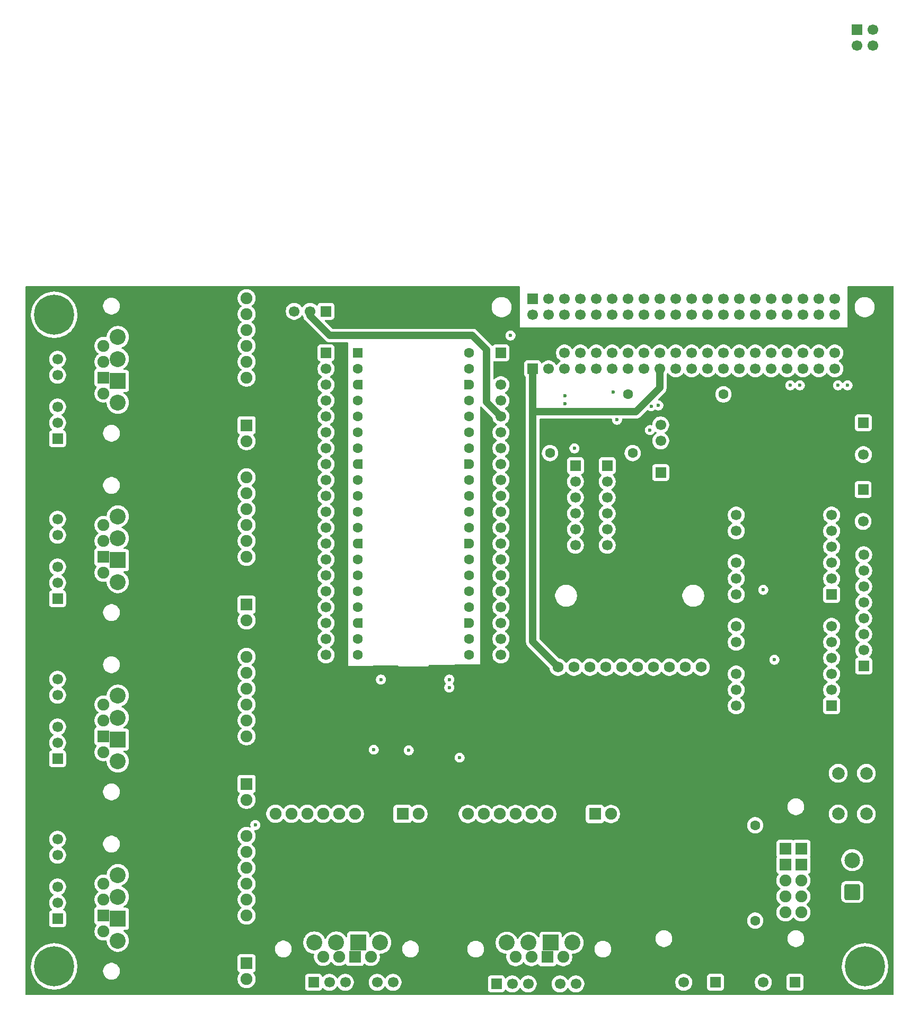
<source format=gbr>
%TF.GenerationSoftware,KiCad,Pcbnew,9.0.7*%
%TF.CreationDate,2026-02-16T00:15:14-05:00*%
%TF.ProjectId,ieee,69656565-2e6b-4696-9361-645f70636258,rev?*%
%TF.SameCoordinates,Original*%
%TF.FileFunction,Copper,L3,Inr*%
%TF.FilePolarity,Positive*%
%FSLAX46Y46*%
G04 Gerber Fmt 4.6, Leading zero omitted, Abs format (unit mm)*
G04 Created by KiCad (PCBNEW 9.0.7) date 2026-02-16 00:15:14*
%MOMM*%
%LPD*%
G01*
G04 APERTURE LIST*
G04 Aperture macros list*
%AMRoundRect*
0 Rectangle with rounded corners*
0 $1 Rounding radius*
0 $2 $3 $4 $5 $6 $7 $8 $9 X,Y pos of 4 corners*
0 Add a 4 corners polygon primitive as box body*
4,1,4,$2,$3,$4,$5,$6,$7,$8,$9,$2,$3,0*
0 Add four circle primitives for the rounded corners*
1,1,$1+$1,$2,$3*
1,1,$1+$1,$4,$5*
1,1,$1+$1,$6,$7*
1,1,$1+$1,$8,$9*
0 Add four rect primitives between the rounded corners*
20,1,$1+$1,$2,$3,$4,$5,0*
20,1,$1+$1,$4,$5,$6,$7,0*
20,1,$1+$1,$6,$7,$8,$9,0*
20,1,$1+$1,$8,$9,$2,$3,0*%
%AMFreePoly0*
4,1,37,0.603843,0.796157,0.639018,0.796157,0.711114,0.766294,0.766294,0.711114,0.796157,0.639018,0.796157,0.603843,0.800000,0.600000,0.800000,-0.600000,0.796157,-0.603843,0.796157,-0.639018,0.766294,-0.711114,0.711114,-0.766294,0.639018,-0.796157,0.603843,-0.796157,0.600000,-0.800000,0.000000,-0.800000,0.000000,-0.796148,-0.078414,-0.796148,-0.232228,-0.765552,-0.377117,-0.705537,
-0.507515,-0.618408,-0.618408,-0.507515,-0.705537,-0.377117,-0.765552,-0.232228,-0.796148,-0.078414,-0.796148,0.078414,-0.765552,0.232228,-0.705537,0.377117,-0.618408,0.507515,-0.507515,0.618408,-0.377117,0.705537,-0.232228,0.765552,-0.078414,0.796148,0.000000,0.796148,0.000000,0.800000,0.600000,0.800000,0.603843,0.796157,0.603843,0.796157,$1*%
%AMFreePoly1*
4,1,37,0.000000,0.796148,0.078414,0.796148,0.232228,0.765552,0.377117,0.705537,0.507515,0.618408,0.618408,0.507515,0.705537,0.377117,0.765552,0.232228,0.796148,0.078414,0.796148,-0.078414,0.765552,-0.232228,0.705537,-0.377117,0.618408,-0.507515,0.507515,-0.618408,0.377117,-0.705537,0.232228,-0.765552,0.078414,-0.796148,0.000000,-0.796148,0.000000,-0.800000,-0.600000,-0.800000,
-0.603843,-0.796157,-0.639018,-0.796157,-0.711114,-0.766294,-0.766294,-0.711114,-0.796157,-0.639018,-0.796157,-0.603843,-0.800000,-0.600000,-0.800000,0.600000,-0.796157,0.603843,-0.796157,0.639018,-0.766294,0.711114,-0.711114,0.766294,-0.639018,0.796157,-0.603843,0.796157,-0.600000,0.800000,0.000000,0.800000,0.000000,0.796148,0.000000,0.796148,$1*%
G04 Aperture macros list end*
%TA.AperFunction,ComponentPad*%
%ADD10C,6.400000*%
%TD*%
%TA.AperFunction,ComponentPad*%
%ADD11RoundRect,0.200000X-0.600000X-0.600000X0.600000X-0.600000X0.600000X0.600000X-0.600000X0.600000X0*%
%TD*%
%TA.AperFunction,ComponentPad*%
%ADD12C,1.600000*%
%TD*%
%TA.AperFunction,ComponentPad*%
%ADD13FreePoly0,0.000000*%
%TD*%
%TA.AperFunction,ComponentPad*%
%ADD14FreePoly1,0.000000*%
%TD*%
%TA.AperFunction,ComponentPad*%
%ADD15C,1.700000*%
%TD*%
%TA.AperFunction,ComponentPad*%
%ADD16R,1.700000X1.700000*%
%TD*%
%TA.AperFunction,ComponentPad*%
%ADD17C,1.750000*%
%TD*%
%TA.AperFunction,ComponentPad*%
%ADD18C,1.905000*%
%TD*%
%TA.AperFunction,ComponentPad*%
%ADD19R,1.905000X1.905000*%
%TD*%
%TA.AperFunction,ComponentPad*%
%ADD20C,2.540000*%
%TD*%
%TA.AperFunction,ComponentPad*%
%ADD21R,2.540000X2.540000*%
%TD*%
%TA.AperFunction,ComponentPad*%
%ADD22RoundRect,0.250000X1.000000X-1.000000X1.000000X1.000000X-1.000000X1.000000X-1.000000X-1.000000X0*%
%TD*%
%TA.AperFunction,ComponentPad*%
%ADD23C,2.500000*%
%TD*%
%TA.AperFunction,ComponentPad*%
%ADD24C,2.000000*%
%TD*%
%TA.AperFunction,ViaPad*%
%ADD25C,0.600000*%
%TD*%
%TA.AperFunction,Conductor*%
%ADD26C,1.143000*%
%TD*%
G04 APERTURE END LIST*
D10*
%TO.N,unconnected-(H2-Pad1)*%
%TO.C,H2*%
X88900000Y-38100000D03*
%TD*%
%TO.N,unconnected-(H3-Pad1)*%
%TO.C,H3*%
X88900000Y-142240000D03*
%TD*%
D11*
%TO.N,/RPI_RX*%
%TO.C,A3*%
X137414000Y-44196000D03*
D12*
%TO.N,/RPI_TX*%
X137414000Y-46736000D03*
D13*
%TO.N,GND*%
X137414000Y-49276000D03*
D12*
%TO.N,/pico_subsystem/RR_PWM1*%
X137414000Y-51816000D03*
%TO.N,/pico_subsystem/RR_PWM2*%
X137414000Y-54356000D03*
%TO.N,/pico_subsystem/FR_PWM1*%
X137414000Y-56896000D03*
%TO.N,/pico_subsystem/FR_PWM2*%
X137414000Y-59436000D03*
D13*
%TO.N,GND*%
X137414000Y-61976000D03*
D12*
%TO.N,/pico_subsystem/RL_PWM1*%
X137414000Y-64516000D03*
%TO.N,/pico_subsystem/RL_PWM2*%
X137414000Y-67056000D03*
%TO.N,/pico_subsystem/FL_PWM1*%
X137414000Y-69596000D03*
%TO.N,/pico_subsystem/FL_PWM2*%
X137414000Y-72136000D03*
D13*
%TO.N,GND*%
X137414000Y-74676000D03*
D12*
%TO.N,/pico_subsystem/PICO_GPIO10*%
X137414000Y-77216000D03*
%TO.N,/pico_subsystem/PICO_GPIO11*%
X137414000Y-79756000D03*
%TO.N,/pico_subsystem/PICO_GPIO12*%
X137414000Y-82296000D03*
%TO.N,/pico_subsystem/PICO_GPIO13*%
X137414000Y-84836000D03*
D13*
%TO.N,GND*%
X137414000Y-87376000D03*
D12*
%TO.N,/pico_subsystem/PICO_GPIO14*%
X137414000Y-89916000D03*
%TO.N,/pico_subsystem/PICO_GPIO15*%
X137414000Y-92456000D03*
%TO.N,/pico_subsystem/PICO_GPIO16*%
X155194000Y-92456000D03*
%TO.N,/pico_subsystem/PICO_GPIO17*%
X155194000Y-89916000D03*
D14*
%TO.N,GND*%
X155194000Y-87376000D03*
D12*
%TO.N,/pico_subsystem/RR_ENCB*%
X155194000Y-84836000D03*
%TO.N,/pico_subsystem/RR_ENCA*%
X155194000Y-82296000D03*
%TO.N,/pico_subsystem/RL_ENCB*%
X155194000Y-79756000D03*
%TO.N,/pico_subsystem/RL_ENCA*%
X155194000Y-77216000D03*
D14*
%TO.N,GND*%
X155194000Y-74676000D03*
D12*
%TO.N,/pico_subsystem/FR_ENCB*%
X155194000Y-72136000D03*
%TO.N,/pico_subsystem/PICO_RUN*%
X155194000Y-69596000D03*
%TO.N,/pico_subsystem/FR_ENCA*%
X155194000Y-67056000D03*
%TO.N,/pico_subsystem/FL_ENCB*%
X155194000Y-64516000D03*
D14*
%TO.N,/pico_subsystem/PICO_AGND*%
X155194000Y-61976000D03*
D12*
%TO.N,/pico_subsystem/FL_ENCA*%
X155194000Y-59436000D03*
%TO.N,/pico_subsystem/PICO_VREF*%
X155194000Y-56896000D03*
%TO.N,/pico_subsystem/PICO_3V3*%
X155194000Y-54356000D03*
%TO.N,ENABLE*%
X155194000Y-51816000D03*
D14*
%TO.N,GND*%
X155194000Y-49276000D03*
D12*
%TO.N,+5V*%
X155194000Y-46736000D03*
%TO.N,/pico_subsystem/PICO_VBUS*%
X155194000Y-44196000D03*
%TD*%
D15*
%TO.N,N/C*%
%TO.C,A1*%
X219724000Y4925000D03*
X219724000Y7465000D03*
X217184000Y4925000D03*
D16*
X217184000Y7465000D03*
D15*
%TO.N,/RPI_GPIO21*%
X213614000Y-38100000D03*
%TO.N,GND*%
X213614000Y-35560000D03*
%TO.N,/RPI_GPIO20*%
X211074000Y-38100000D03*
%TO.N,/RPI_GPIO26*%
X211074000Y-35560000D03*
%TO.N,/RPI_GPIO16*%
X208534000Y-38100000D03*
%TO.N,/RPI_PWM3*%
X208534000Y-35560000D03*
%TO.N,GND*%
X205994000Y-38100000D03*
%TO.N,/RPI_PWM1*%
X205994000Y-35560000D03*
%TO.N,/RPI_PWM0*%
X203454000Y-38100000D03*
%TO.N,/RPI_GPIO6*%
X203454000Y-35560000D03*
%TO.N,GND*%
X200914000Y-38100000D03*
%TO.N,/RPI_GPIO5*%
X200914000Y-35560000D03*
%TO.N,/RPI_GPIO1*%
X198374000Y-38100000D03*
%TO.N,/RPI_GPIO0*%
X198374000Y-35560000D03*
%TO.N,/RPI_GPIO7*%
X195834000Y-38100000D03*
%TO.N,GND*%
X195834000Y-35560000D03*
%TO.N,/RPI_GPIO8*%
X193294000Y-38100000D03*
%TO.N,/RPI_GPIO11*%
X193294000Y-35560000D03*
%TO.N,/RPI_GPIO25*%
X190754000Y-38100000D03*
%TO.N,/RPI_GPIO9*%
X190754000Y-35560000D03*
%TO.N,GND*%
X188214000Y-38100000D03*
%TO.N,/RPI_GPIO10*%
X188214000Y-35560000D03*
%TO.N,/RPI_GPIO24*%
X185674000Y-38100000D03*
%TO.N,+3V3*%
X185674000Y-35560000D03*
%TO.N,/RPI_GPIO23*%
X183134000Y-38100000D03*
%TO.N,/RPI_GPIO22*%
X183134000Y-35560000D03*
%TO.N,GND*%
X180594000Y-38100000D03*
%TO.N,ENABLE*%
X180594000Y-35560000D03*
%TO.N,/RPI_PWM2*%
X178054000Y-38100000D03*
%TO.N,/RPI_GPIO17*%
X178054000Y-35560000D03*
%TO.N,/RPI_RX*%
X175514000Y-38100000D03*
%TO.N,GND*%
X175514000Y-35560000D03*
%TO.N,/RPI_TX*%
X172974000Y-38100000D03*
%TO.N,/RPI_GPIO4*%
X172974000Y-35560000D03*
%TO.N,GND*%
X170434000Y-38100000D03*
%TO.N,/RPI_SCL*%
X170434000Y-35560000D03*
%TO.N,+5V*%
X167894000Y-38100000D03*
%TO.N,/RPI_SDA*%
X167894000Y-35560000D03*
%TO.N,+5V*%
X165354000Y-38100000D03*
D16*
%TO.N,+3V3*%
X165354000Y-35560000D03*
%TD*%
D17*
%TO.N,unconnected-(A2-PS0-Pad10)*%
%TO.C,A2*%
X192278000Y-94411800D03*
%TO.N,unconnected-(A2-PS1-Pad9)*%
X189738000Y-94411800D03*
%TO.N,unconnected-(A2-RST-Pad8)*%
X187198000Y-94411800D03*
%TO.N,unconnected-(A2-INT-Pad7)*%
X184658000Y-94411800D03*
%TO.N,unconnected-(A2-CS-Pad6)*%
X182118000Y-94411800D03*
%TO.N,unconnected-(A2-AD0-Pad5)*%
X179578000Y-94411800D03*
%TO.N,/RPI_SDA*%
X177038000Y-94411800D03*
%TO.N,/RPI_SCL*%
X174498000Y-94411800D03*
%TO.N,GND*%
X171958000Y-94411800D03*
%TO.N,+3V3*%
X169418000Y-94411800D03*
%TD*%
D18*
%TO.N,unconnected-(U3-PG-Pad6)*%
%TO.C,U3*%
X205740000Y-133604000D03*
%TO.N,+5V*%
X208280000Y-120904000D03*
X205740000Y-120904000D03*
D19*
%TO.N,GND*%
X208280000Y-123444000D03*
X205740000Y-123444000D03*
X208280000Y-125984000D03*
X205740000Y-125984000D03*
D18*
%TO.N,+BATT*%
X208280000Y-128524000D03*
X205740000Y-128524000D03*
%TO.N,+12V*%
X208280000Y-131064000D03*
X205740000Y-131064000D03*
%TO.N,Net-(U3-EN)*%
X208280000Y-133604000D03*
%TD*%
%TO.N,+BATT*%
%TO.C,U7*%
X96789240Y-136652000D03*
D20*
X99075240Y-138135360D03*
D19*
%TO.N,GND*%
X96789240Y-134112000D03*
D21*
X99075240Y-134635240D03*
D18*
%TO.N,/pico_subsystem/FL_OUT2*%
X96789240Y-131572000D03*
D20*
X99075240Y-131135120D03*
D18*
%TO.N,/pico_subsystem/FL_OUT1*%
X96789240Y-129032000D03*
D20*
X99075240Y-127635000D03*
D18*
%TO.N,unconnected-(U7-DIAG-Pad10)*%
X119649240Y-121412000D03*
%TO.N,unconnected-(U7-OCM-Pad9)*%
X119649240Y-123952000D03*
%TO.N,/pico_subsystem/FL_PWM1*%
X119649240Y-126492000D03*
%TO.N,/pico_subsystem/FL_PWM2*%
X119649240Y-129032000D03*
%TO.N,GND*%
X119649240Y-131572000D03*
%TO.N,ENABLE*%
X119649240Y-134112000D03*
%TO.N,+5V*%
X119649240Y-136652000D03*
X119649240Y-139192000D03*
D19*
%TO.N,GND*%
X119649240Y-141732000D03*
D18*
%TO.N,unconnected-(U7-VM-Pad1)*%
X119649240Y-144272000D03*
%TD*%
%TO.N,+BATT*%
%TO.C,U8*%
X96789240Y-107992333D03*
D20*
X99075240Y-109475693D03*
D19*
%TO.N,GND*%
X96789240Y-105452333D03*
D21*
X99075240Y-105975573D03*
D18*
%TO.N,/pico_subsystem/RL_OUT2*%
X96789240Y-102912333D03*
D20*
X99075240Y-102475453D03*
D18*
%TO.N,/pico_subsystem/RL_OUT1*%
X96789240Y-100372333D03*
D20*
X99075240Y-98975333D03*
D18*
%TO.N,unconnected-(U8-DIAG-Pad10)*%
X119649240Y-92752333D03*
%TO.N,unconnected-(U8-OCM-Pad9)*%
X119649240Y-95292333D03*
%TO.N,/pico_subsystem/RL_PWM1*%
X119649240Y-97832333D03*
%TO.N,/pico_subsystem/RL_PWM2*%
X119649240Y-100372333D03*
%TO.N,GND*%
X119649240Y-102912333D03*
%TO.N,ENABLE*%
X119649240Y-105452333D03*
%TO.N,+5V*%
X119649240Y-107992333D03*
X119649240Y-110532333D03*
D19*
%TO.N,GND*%
X119649240Y-113072333D03*
D18*
%TO.N,unconnected-(U8-VM-Pad1)*%
X119649240Y-115612333D03*
%TD*%
%TO.N,+BATT*%
%TO.C,U9*%
X96789240Y-79332667D03*
D20*
X99075240Y-80816027D03*
D19*
%TO.N,GND*%
X96789240Y-76792667D03*
D21*
X99075240Y-77315907D03*
D18*
%TO.N,/pico_subsystem/FR_OUT2*%
X96789240Y-74252667D03*
D20*
X99075240Y-73815787D03*
D18*
%TO.N,/pico_subsystem/FR_OUT1*%
X96789240Y-71712667D03*
D20*
X99075240Y-70315667D03*
D18*
%TO.N,unconnected-(U9-DIAG-Pad10)*%
X119649240Y-64092667D03*
%TO.N,unconnected-(U9-OCM-Pad9)*%
X119649240Y-66632667D03*
%TO.N,/pico_subsystem/FR_PWM1*%
X119649240Y-69172667D03*
%TO.N,/pico_subsystem/FR_PWM2*%
X119649240Y-71712667D03*
%TO.N,GND*%
X119649240Y-74252667D03*
%TO.N,ENABLE*%
X119649240Y-76792667D03*
%TO.N,+5V*%
X119649240Y-79332667D03*
X119649240Y-81872667D03*
D19*
%TO.N,GND*%
X119649240Y-84412667D03*
D18*
%TO.N,unconnected-(U9-VM-Pad1)*%
X119649240Y-86952667D03*
%TD*%
%TO.N,+BATT*%
%TO.C,U10*%
X96789240Y-50673000D03*
D20*
X99075240Y-52156360D03*
D19*
%TO.N,GND*%
X96789240Y-48133000D03*
D21*
X99075240Y-48656240D03*
D18*
%TO.N,/pico_subsystem/RR_OUT2*%
X96789240Y-45593000D03*
D20*
X99075240Y-45156120D03*
D18*
%TO.N,/pico_subsystem/RR_OUT1*%
X96789240Y-43053000D03*
D20*
X99075240Y-41656000D03*
D18*
%TO.N,unconnected-(U10-DIAG-Pad10)*%
X119649240Y-35433000D03*
%TO.N,unconnected-(U10-OCM-Pad9)*%
X119649240Y-37973000D03*
%TO.N,/pico_subsystem/RR_PWM1*%
X119649240Y-40513000D03*
%TO.N,/pico_subsystem/RR_PWM2*%
X119649240Y-43053000D03*
%TO.N,GND*%
X119649240Y-45593000D03*
%TO.N,ENABLE*%
X119649240Y-48133000D03*
%TO.N,+5V*%
X119649240Y-50673000D03*
X119649240Y-53213000D03*
D19*
%TO.N,GND*%
X119649240Y-55753000D03*
D18*
%TO.N,unconnected-(U10-VM-Pad1)*%
X119649240Y-58293000D03*
%TD*%
%TO.N,+BATT*%
%TO.C,U13*%
X170220640Y-140741400D03*
D20*
X171704000Y-138455400D03*
D19*
%TO.N,GND*%
X167680640Y-140741400D03*
D21*
X168203880Y-138455400D03*
D18*
%TO.N,/manipulation/CORKSCREW_OUT2*%
X165140640Y-140741400D03*
D20*
X164703760Y-138455400D03*
D18*
%TO.N,/manipulation/CORKSCREW_OUT1*%
X162600640Y-140741400D03*
D20*
X161203640Y-138455400D03*
D18*
%TO.N,unconnected-(U13-DIAG-Pad10)*%
X154980640Y-117881400D03*
%TO.N,unconnected-(U13-OCM-Pad9)*%
X157520640Y-117881400D03*
%TO.N,/RPI_GPIO23*%
X160060640Y-117881400D03*
%TO.N,/RPI_GPIO22*%
X162600640Y-117881400D03*
%TO.N,GND*%
X165140640Y-117881400D03*
%TO.N,ENABLE*%
X167680640Y-117881400D03*
%TO.N,+5V*%
X170220640Y-117881400D03*
X172760640Y-117881400D03*
D19*
%TO.N,GND*%
X175300640Y-117881400D03*
D18*
%TO.N,unconnected-(U13-VM-Pad1)*%
X177840640Y-117881400D03*
%TD*%
%TO.N,+BATT*%
%TO.C,U14*%
X139486640Y-140716000D03*
D20*
X140970000Y-138430000D03*
D19*
%TO.N,GND*%
X136946640Y-140716000D03*
D21*
X137469880Y-138430000D03*
D18*
%TO.N,/manipulation/CRANK_OUT2*%
X134406640Y-140716000D03*
D20*
X133969760Y-138430000D03*
D18*
%TO.N,/manipulation/CRANK_OUT1*%
X131866640Y-140716000D03*
D20*
X130469640Y-138430000D03*
D18*
%TO.N,unconnected-(U14-DIAG-Pad10)*%
X124246640Y-117856000D03*
%TO.N,unconnected-(U14-OCM-Pad9)*%
X126786640Y-117856000D03*
%TO.N,/manipulation/CRANK_PWM1*%
X129326640Y-117856000D03*
%TO.N,/manipulation/CRANK_PWM2*%
X131866640Y-117856000D03*
%TO.N,GND*%
X134406640Y-117856000D03*
%TO.N,ENABLE*%
X136946640Y-117856000D03*
%TO.N,+5V*%
X139486640Y-117856000D03*
X142026640Y-117856000D03*
D19*
%TO.N,GND*%
X144566640Y-117856000D03*
D18*
%TO.N,unconnected-(U14-VM-Pad1)*%
X147106640Y-117856000D03*
%TD*%
D16*
%TO.N,GND*%
%TO.C,U5*%
X132334000Y-37541200D03*
D15*
%TO.N,/pico_subsystem/PICO_3V3*%
X129794000Y-37541200D03*
%TO.N,/pico_subsystem/PICO_GPIO10*%
X127254000Y-37541200D03*
%TD*%
D16*
%TO.N,/pico_subsystem/FL_OUT2*%
%TO.C,M1*%
X89448640Y-134620000D03*
D15*
%TO.N,/pico_subsystem/FL_OUT1*%
X89448640Y-132080000D03*
%TO.N,GND*%
X89448640Y-129540000D03*
%TO.N,+5V*%
X89448640Y-127000000D03*
%TO.N,/pico_subsystem/FL_ENCA_5V*%
X89448640Y-124460000D03*
%TO.N,/pico_subsystem/FL_ENCB_5V*%
X89448640Y-121920000D03*
%TD*%
D16*
%TO.N,/RPI_GPIO4*%
%TO.C,U4*%
X177262000Y-62230000D03*
D15*
%TO.N,Net-(U2-\u002AINT1)*%
X177262000Y-64770000D03*
%TO.N,Net-(U2-SD1)*%
X177262000Y-67310000D03*
%TO.N,Net-(U2-SC1)*%
X177262000Y-69850000D03*
%TO.N,unconnected-(U4-3V3-Pad5)*%
X177262000Y-72390000D03*
%TO.N,GND*%
X177262000Y-74930000D03*
%TO.N,+5V*%
X177262000Y-77470000D03*
%TD*%
D16*
%TO.N,/RPI_PWM0*%
%TO.C,S1*%
X194564000Y-144780000D03*
D15*
%TO.N,+5V*%
X192024000Y-144780000D03*
%TO.N,GND*%
X189484000Y-144780000D03*
%TD*%
D22*
%TO.N,+BATT*%
%TO.C,J1*%
X216408000Y-130332400D03*
D23*
%TO.N,GND*%
X216408000Y-125252400D03*
%TD*%
D16*
%TO.N,/pico_subsystem/FR_OUT2*%
%TO.C,M3*%
X89448640Y-83481333D03*
D15*
%TO.N,/pico_subsystem/FR_OUT1*%
X89448640Y-80941333D03*
%TO.N,GND*%
X89448640Y-78401333D03*
%TO.N,+5V*%
X89448640Y-75861333D03*
%TO.N,/pico_subsystem/FR_ENCA_5V*%
X89448640Y-73321333D03*
%TO.N,/pico_subsystem/FR_ENCB_5V*%
X89448640Y-70781333D03*
%TD*%
D16*
%TO.N,+5V*%
%TO.C,J3*%
X165354000Y-44196000D03*
D15*
X167894000Y-44196000D03*
%TO.N,GND*%
X170434000Y-44196000D03*
%TO.N,/RPI_TX*%
X172974000Y-44196000D03*
%TO.N,/RPI_RX*%
X175514000Y-44196000D03*
%TO.N,/RPI_PWM2*%
X178054000Y-44196000D03*
%TO.N,GND*%
X180594000Y-44196000D03*
%TO.N,/RPI_GPIO23*%
X183134000Y-44196000D03*
%TO.N,/RPI_GPIO24*%
X185674000Y-44196000D03*
%TO.N,GND*%
X188214000Y-44196000D03*
%TO.N,/RPI_GPIO25*%
X190754000Y-44196000D03*
%TO.N,/RPI_GPIO8*%
X193294000Y-44196000D03*
%TO.N,/RPI_GPIO7*%
X195834000Y-44196000D03*
%TO.N,/RPI_GPIO1*%
X198374000Y-44196000D03*
%TO.N,GND*%
X200914000Y-44196000D03*
%TO.N,/RPI_PWM0*%
X203454000Y-44196000D03*
%TO.N,GND*%
X205994000Y-44196000D03*
%TO.N,/RPI_GPIO16*%
X208534000Y-44196000D03*
%TO.N,/RPI_GPIO20*%
X211074000Y-44196000D03*
%TO.N,/RPI_GPIO21*%
X213614000Y-44196000D03*
%TD*%
D16*
%TO.N,/RPI_PWM2*%
%TO.C,S3*%
X218135200Y-66040000D03*
D15*
%TO.N,+5V*%
X218135200Y-68580000D03*
%TO.N,GND*%
X218135200Y-71120000D03*
%TD*%
D16*
%TO.N,/pico_subsystem/RL_OUT2*%
%TO.C,M2*%
X89448640Y-109050667D03*
D15*
%TO.N,/pico_subsystem/RL_OUT1*%
X89448640Y-106510667D03*
%TO.N,GND*%
X89448640Y-103970667D03*
%TO.N,+5V*%
X89448640Y-101430667D03*
%TO.N,/pico_subsystem/RL_ENCA_5V*%
X89448640Y-98890667D03*
%TO.N,/pico_subsystem/RL_ENCB_5V*%
X89448640Y-96350667D03*
%TD*%
D10*
%TO.N,unconnected-(H1-Pad1)*%
%TO.C,H1*%
X218440000Y-142240000D03*
%TD*%
D16*
%TO.N,ENABLE*%
%TO.C,U12*%
X213106000Y-82804000D03*
D15*
%TO.N,/manipulation/F3_OUT1*%
X213106000Y-80264000D03*
%TO.N,/manipulation/F3_OUT2*%
X213106000Y-77724000D03*
%TO.N,/manipulation/F4_OUT1*%
X213106000Y-75184000D03*
%TO.N,/manipulation/F4_OUT2*%
X213106000Y-72644000D03*
%TO.N,unconnected-(U12-FAULT-Pad6)*%
X213106000Y-70104000D03*
%TO.N,/RPI_GPIO8*%
X197866000Y-70104000D03*
%TO.N,/RPI_GPIO11*%
X197866000Y-72644000D03*
%TO.N,+5V*%
X197866000Y-75184000D03*
%TO.N,GND*%
X197866000Y-77724000D03*
%TO.N,/RPI_GPIO9*%
X197866000Y-80264000D03*
%TO.N,/RPI_GPIO10*%
X197866000Y-82804000D03*
%TD*%
D24*
%TO.N,/RPI_GPIO21*%
%TO.C,SW1*%
X214158000Y-117880200D03*
X214158000Y-111380200D03*
%TO.N,GND*%
X218658000Y-117880200D03*
X218658000Y-111380200D03*
%TD*%
D16*
%TO.N,ENABLE*%
%TO.C,U11*%
X213106000Y-100584000D03*
D15*
%TO.N,/manipulation/F1_OUT1*%
X213106000Y-98044000D03*
%TO.N,/manipulation/F1_OUT2*%
X213106000Y-95504000D03*
%TO.N,/manipulation/F2_OUT1*%
X213106000Y-92964000D03*
%TO.N,/manipulation/F2_OUT2*%
X213106000Y-90424000D03*
%TO.N,unconnected-(U11-FAULT-Pad6)*%
X213106000Y-87884000D03*
%TO.N,/RPI_GPIO5*%
X197866000Y-87884000D03*
%TO.N,/RPI_GPIO6*%
X197866000Y-90424000D03*
%TO.N,+5V*%
X197866000Y-92964000D03*
%TO.N,GND*%
X197866000Y-95504000D03*
%TO.N,/RPI_GPIO16*%
X197866000Y-98044000D03*
%TO.N,/RPI_GPIO26*%
X197866000Y-100584000D03*
%TD*%
D16*
%TO.N,/pico_subsystem/PICO_VBUS*%
%TO.C,J6*%
X160274000Y-44196000D03*
D15*
%TO.N,+5V*%
X160274000Y-46736000D03*
%TO.N,GND*%
X160274000Y-49276000D03*
%TO.N,ENABLE*%
X160274000Y-51816000D03*
%TO.N,/pico_subsystem/PICO_3V3*%
X160274000Y-54356000D03*
%TO.N,/pico_subsystem/PICO_VREF*%
X160274000Y-56896000D03*
%TO.N,/pico_subsystem/FL_ENCA*%
X160274000Y-59436000D03*
%TO.N,/pico_subsystem/PICO_AGND*%
X160274000Y-61976000D03*
%TO.N,/pico_subsystem/FL_ENCB*%
X160274000Y-64516000D03*
%TO.N,/pico_subsystem/FR_ENCA*%
X160274000Y-67056000D03*
%TO.N,/pico_subsystem/PICO_RUN*%
X160274000Y-69596000D03*
%TO.N,/pico_subsystem/FR_ENCB*%
X160274000Y-72136000D03*
%TO.N,GND*%
X160274000Y-74676000D03*
%TO.N,/pico_subsystem/RL_ENCA*%
X160274000Y-77216000D03*
%TO.N,/pico_subsystem/RL_ENCB*%
X160274000Y-79756000D03*
%TO.N,/pico_subsystem/RR_ENCA*%
X160274000Y-82296000D03*
%TO.N,/pico_subsystem/RR_ENCB*%
X160274000Y-84836000D03*
%TO.N,GND*%
X160274000Y-87376000D03*
%TO.N,/pico_subsystem/PICO_GPIO17*%
X160274000Y-89916000D03*
%TO.N,/pico_subsystem/PICO_GPIO16*%
X160274000Y-92456000D03*
%TD*%
D12*
%TO.N,GND*%
%TO.C,R3*%
X200891000Y-119675000D03*
%TO.N,Net-(U3-EN)*%
X200891000Y-134915000D03*
%TD*%
D16*
%TO.N,GND*%
%TO.C,J4*%
X185796400Y-63322200D03*
D15*
%TO.N,+5V*%
X185796400Y-60782200D03*
%TO.N,/RPI_SDA*%
X185796400Y-58242200D03*
%TO.N,/RPI_SCL*%
X185796400Y-55702200D03*
%TD*%
D16*
%TO.N,+3V3*%
%TO.C,J2*%
X165354000Y-46736000D03*
D15*
%TO.N,/RPI_SDA*%
X167894000Y-46736000D03*
%TO.N,/RPI_SCL*%
X170434000Y-46736000D03*
%TO.N,/RPI_GPIO4*%
X172974000Y-46736000D03*
%TO.N,GND*%
X175514000Y-46736000D03*
%TO.N,/RPI_GPIO17*%
X178054000Y-46736000D03*
%TO.N,ENABLE*%
X180594000Y-46736000D03*
%TO.N,/RPI_GPIO22*%
X183134000Y-46736000D03*
%TO.N,+3V3*%
X185674000Y-46736000D03*
%TO.N,/RPI_GPIO10*%
X188214000Y-46736000D03*
%TO.N,/RPI_GPIO9*%
X190754000Y-46736000D03*
%TO.N,/RPI_GPIO11*%
X193294000Y-46736000D03*
%TO.N,GND*%
X195834000Y-46736000D03*
%TO.N,/RPI_GPIO0*%
X198374000Y-46736000D03*
%TO.N,/RPI_GPIO5*%
X200914000Y-46736000D03*
%TO.N,/RPI_GPIO6*%
X203454000Y-46736000D03*
%TO.N,/RPI_PWM1*%
X205994000Y-46736000D03*
%TO.N,/RPI_PWM3*%
X208534000Y-46736000D03*
%TO.N,/RPI_GPIO26*%
X211074000Y-46736000D03*
%TO.N,GND*%
X213614000Y-46736000D03*
%TD*%
D16*
%TO.N,/RPI_GPIO4*%
%TO.C,U1*%
X172182000Y-62230000D03*
D15*
%TO.N,Net-(U1-INT)*%
X172182000Y-64770000D03*
%TO.N,Net-(U1-SDA)*%
X172182000Y-67310000D03*
%TO.N,Net-(U1-SCL)*%
X172182000Y-69850000D03*
%TO.N,unconnected-(U1-3V3-Pad5)*%
X172182000Y-72390000D03*
%TO.N,GND*%
X172182000Y-74930000D03*
%TO.N,+5V*%
X172182000Y-77470000D03*
%TD*%
D12*
%TO.N,ENABLE*%
%TO.C,R1*%
X180594000Y-50825400D03*
%TO.N,GND*%
X195834000Y-50825400D03*
%TD*%
D16*
%TO.N,/manipulation/CORKSCREW_OUT1*%
%TO.C,M6*%
X159552640Y-145034000D03*
D15*
%TO.N,/manipulation/CORKSCREW_OUT2*%
X162092640Y-145034000D03*
%TO.N,GND*%
X164632640Y-145034000D03*
%TO.N,+5V*%
X167172640Y-145034000D03*
%TO.N,unconnected-(M6-ENCA-Pad5)*%
X169712640Y-145034000D03*
%TO.N,unconnected-(M6-ENCB-Pad6)*%
X172252640Y-145034000D03*
%TD*%
D16*
%TO.N,/manipulation/F1_OUT1*%
%TO.C,M5*%
X218236800Y-94234000D03*
D15*
%TO.N,/manipulation/F1_OUT2*%
X218236800Y-91694000D03*
%TO.N,/manipulation/F2_OUT1*%
X218236800Y-89154000D03*
%TO.N,/manipulation/F2_OUT2*%
X218236800Y-86614000D03*
%TO.N,/manipulation/F3_OUT1*%
X218236800Y-84074000D03*
%TO.N,/manipulation/F3_OUT2*%
X218236800Y-81534000D03*
%TO.N,/manipulation/F4_OUT1*%
X218236800Y-78994000D03*
%TO.N,/manipulation/F4_OUT2*%
X218236800Y-76454000D03*
%TD*%
D16*
%TO.N,/RPI_PWM3*%
%TO.C,S4*%
X218186000Y-55372000D03*
D15*
%TO.N,+5V*%
X218186000Y-57912000D03*
%TO.N,GND*%
X218186000Y-60452000D03*
%TD*%
D12*
%TO.N,+5V*%
%TO.C,R2*%
X168118000Y-75438000D03*
%TO.N,Net-(U1-INT)*%
X168118000Y-60198000D03*
%TD*%
D16*
%TO.N,/manipulation/CRANK_OUT1*%
%TO.C,M7*%
X130342640Y-144780000D03*
D15*
%TO.N,/manipulation/CRANK_OUT2*%
X132882640Y-144780000D03*
%TO.N,GND*%
X135422640Y-144780000D03*
%TO.N,+5V*%
X137962640Y-144780000D03*
%TO.N,unconnected-(M7-ENCA-Pad5)*%
X140502640Y-144780000D03*
%TO.N,unconnected-(M7-ENCB-Pad6)*%
X143042640Y-144780000D03*
%TD*%
D16*
%TO.N,/RPI_RX*%
%TO.C,J5*%
X132334000Y-44196000D03*
D15*
%TO.N,/RPI_TX*%
X132334000Y-46736000D03*
%TO.N,GND*%
X132334000Y-49276000D03*
%TO.N,/pico_subsystem/RR_PWM1*%
X132334000Y-51816000D03*
%TO.N,/pico_subsystem/RR_PWM2*%
X132334000Y-54356000D03*
%TO.N,/pico_subsystem/FR_PWM1*%
X132334000Y-56896000D03*
%TO.N,/pico_subsystem/FR_PWM2*%
X132334000Y-59436000D03*
%TO.N,GND*%
X132334000Y-61976000D03*
%TO.N,/pico_subsystem/RL_PWM1*%
X132334000Y-64516000D03*
%TO.N,/pico_subsystem/RL_PWM2*%
X132334000Y-67056000D03*
%TO.N,/pico_subsystem/FL_PWM1*%
X132334000Y-69596000D03*
%TO.N,/pico_subsystem/FL_PWM2*%
X132334000Y-72136000D03*
%TO.N,GND*%
X132334000Y-74676000D03*
%TO.N,/pico_subsystem/PICO_GPIO10*%
X132334000Y-77216000D03*
%TO.N,/pico_subsystem/PICO_GPIO11*%
X132334000Y-79756000D03*
%TO.N,/pico_subsystem/PICO_GPIO12*%
X132334000Y-82296000D03*
%TO.N,/pico_subsystem/PICO_GPIO13*%
X132334000Y-84836000D03*
%TO.N,GND*%
X132334000Y-87376000D03*
%TO.N,/pico_subsystem/PICO_GPIO14*%
X132334000Y-89916000D03*
%TO.N,/pico_subsystem/PICO_GPIO15*%
X132334000Y-92456000D03*
%TD*%
D16*
%TO.N,/RPI_PWM1*%
%TO.C,S2*%
X207264000Y-144780000D03*
D15*
%TO.N,+5V*%
X204724000Y-144780000D03*
%TO.N,GND*%
X202184000Y-144780000D03*
%TD*%
D16*
%TO.N,/pico_subsystem/RR_OUT2*%
%TO.C,M4*%
X89448640Y-57912000D03*
D15*
%TO.N,/pico_subsystem/RR_OUT1*%
X89448640Y-55372000D03*
%TO.N,GND*%
X89448640Y-52832000D03*
%TO.N,+5V*%
X89448640Y-50292000D03*
%TO.N,/pico_subsystem/RR_ENCA_5V*%
X89448640Y-47752000D03*
%TO.N,/pico_subsystem/RR_ENCB_5V*%
X89448640Y-45212000D03*
%TD*%
D12*
%TO.N,Net-(U2-\u002AINT1)*%
%TO.C,R4*%
X181326000Y-60198000D03*
%TO.N,+5V*%
X181326000Y-75438000D03*
%TD*%
D25*
%TO.N,/RPI_SDA*%
X184084458Y-56530258D03*
%TO.N,/RPI_GPIO22*%
X185420000Y-52578000D03*
%TO.N,/RPI_GPIO23*%
X184272665Y-52700665D03*
%TO.N,/RPI_PWM0*%
X202184000Y-82042000D03*
%TO.N,/RPI_PWM1*%
X203962000Y-93218000D03*
%TO.N,GND*%
X161798000Y-41402000D03*
X145542000Y-107696000D03*
%TO.N,+5V*%
X142036800Y-112318800D03*
%TO.N,GND*%
X153670000Y-108865500D03*
%TO.N,+5V*%
X139954000Y-109320500D03*
%TO.N,GND*%
X139954000Y-107595500D03*
X178248000Y-50430980D03*
%TO.N,/RPI_GPIO17*%
X178816000Y-54864000D03*
%TO.N,GND*%
X152019000Y-97663000D03*
X152019000Y-96393000D03*
X172023000Y-59436000D03*
X141097000Y-96393000D03*
%TO.N,ENABLE*%
X121031000Y-119634000D03*
%TO.N,GND*%
X214122000Y-49377600D03*
X170480200Y-52324000D03*
X170480200Y-51054000D03*
X208026000Y-49377600D03*
X215646000Y-49377600D03*
X206502000Y-49377600D03*
%TD*%
D26*
%TO.N,+3V3*%
X165354000Y-53594000D02*
X181864000Y-53594000D01*
X181864000Y-53594000D02*
X185674000Y-49784000D01*
X185674000Y-49784000D02*
X185674000Y-46736000D01*
X165354000Y-46736000D02*
X165354000Y-53594000D01*
X165354000Y-53594000D02*
X165354000Y-90347800D01*
X165354000Y-90347800D02*
X169418000Y-94411800D01*
%TO.N,/pico_subsystem/PICO_3V3*%
X129794000Y-37541200D02*
X129794000Y-38246200D01*
X129794000Y-38246200D02*
X132949800Y-41402000D01*
X157988000Y-43688000D02*
X157988000Y-52070000D01*
X132949800Y-41402000D02*
X155702000Y-41402000D01*
X155702000Y-41402000D02*
X157988000Y-43688000D01*
X157988000Y-52070000D02*
X160274000Y-54356000D01*
%TD*%
%TA.AperFunction,Conductor*%
%TO.N,+5V*%
G36*
X163265039Y-33540185D02*
G01*
X163310794Y-33592989D01*
X163322000Y-33644500D01*
X163322000Y-40132000D01*
X215646000Y-40132000D01*
X215646000Y-36744038D01*
X216783500Y-36744038D01*
X216783500Y-36995962D01*
X216787749Y-37022788D01*
X216822910Y-37244785D01*
X216900760Y-37484383D01*
X217015132Y-37708848D01*
X217163201Y-37912649D01*
X217163205Y-37912654D01*
X217341345Y-38090794D01*
X217341350Y-38090798D01*
X217472019Y-38185734D01*
X217545155Y-38238870D01*
X217688184Y-38311747D01*
X217769616Y-38353239D01*
X217769618Y-38353239D01*
X217769621Y-38353241D01*
X218009215Y-38431090D01*
X218258038Y-38470500D01*
X218258039Y-38470500D01*
X218509961Y-38470500D01*
X218509962Y-38470500D01*
X218758785Y-38431090D01*
X218998379Y-38353241D01*
X219222845Y-38238870D01*
X219426656Y-38090793D01*
X219604793Y-37912656D01*
X219752870Y-37708845D01*
X219867241Y-37484379D01*
X219945090Y-37244785D01*
X219984500Y-36995962D01*
X219984500Y-36744038D01*
X219945090Y-36495215D01*
X219867241Y-36255621D01*
X219867239Y-36255618D01*
X219867239Y-36255616D01*
X219825747Y-36174184D01*
X219752870Y-36031155D01*
X219652463Y-35892956D01*
X219604798Y-35827350D01*
X219604794Y-35827345D01*
X219426654Y-35649205D01*
X219426649Y-35649201D01*
X219222848Y-35501132D01*
X219222847Y-35501131D01*
X219222845Y-35501130D01*
X219086591Y-35431705D01*
X218998383Y-35386760D01*
X218758785Y-35308910D01*
X218509962Y-35269500D01*
X218258038Y-35269500D01*
X218133626Y-35289205D01*
X218009214Y-35308910D01*
X217769616Y-35386760D01*
X217545151Y-35501132D01*
X217341350Y-35649201D01*
X217341345Y-35649205D01*
X217163205Y-35827345D01*
X217163201Y-35827350D01*
X217015132Y-36031151D01*
X216900760Y-36255616D01*
X216822910Y-36495214D01*
X216797125Y-36658013D01*
X216783500Y-36744038D01*
X215646000Y-36744038D01*
X215646000Y-33644500D01*
X215665685Y-33577461D01*
X215718489Y-33531706D01*
X215770000Y-33520500D01*
X222895500Y-33520500D01*
X222962539Y-33540185D01*
X223008294Y-33592989D01*
X223019500Y-33644500D01*
X223019500Y-146695500D01*
X222999815Y-146762539D01*
X222947011Y-146808294D01*
X222895500Y-146819500D01*
X84444500Y-146819500D01*
X84377461Y-146799815D01*
X84331706Y-146747011D01*
X84320500Y-146695500D01*
X84320500Y-142058209D01*
X85199500Y-142058209D01*
X85199500Y-142421790D01*
X85235137Y-142783630D01*
X85306064Y-143140212D01*
X85306067Y-143140223D01*
X85411614Y-143488165D01*
X85420850Y-143510462D01*
X85548684Y-143819082D01*
X85550754Y-143824078D01*
X85550756Y-143824083D01*
X85722140Y-144144720D01*
X85722151Y-144144738D01*
X85924140Y-144447035D01*
X85924150Y-144447049D01*
X86154807Y-144728106D01*
X86411893Y-144985192D01*
X86411898Y-144985196D01*
X86411899Y-144985197D01*
X86692956Y-145215854D01*
X86995268Y-145417853D01*
X86995277Y-145417858D01*
X86995279Y-145417859D01*
X87315916Y-145589243D01*
X87315918Y-145589243D01*
X87315924Y-145589247D01*
X87651836Y-145728386D01*
X87999767Y-145833930D01*
X87999773Y-145833931D01*
X87999776Y-145833932D01*
X87999787Y-145833935D01*
X88356369Y-145904862D01*
X88718206Y-145940500D01*
X88718209Y-145940500D01*
X89081791Y-145940500D01*
X89081794Y-145940500D01*
X89443631Y-145904862D01*
X89513045Y-145891054D01*
X89800212Y-145833935D01*
X89800223Y-145833932D01*
X89800223Y-145833931D01*
X89800233Y-145833930D01*
X90148164Y-145728386D01*
X90484076Y-145589247D01*
X90804732Y-145417853D01*
X91107044Y-145215854D01*
X91388101Y-144985197D01*
X91645197Y-144728101D01*
X91875854Y-144447044D01*
X92077853Y-144144732D01*
X92249247Y-143824076D01*
X92388386Y-143488164D01*
X92493930Y-143140233D01*
X92493932Y-143140223D01*
X92493935Y-143140212D01*
X92542411Y-142896500D01*
X96718740Y-142896500D01*
X96718740Y-143107500D01*
X96735244Y-143211700D01*
X96751748Y-143315902D01*
X96751748Y-143315905D01*
X96816948Y-143516570D01*
X96845423Y-143572454D01*
X96912742Y-143704575D01*
X97036764Y-143875277D01*
X97185963Y-144024476D01*
X97356665Y-144148498D01*
X97436353Y-144189101D01*
X97544669Y-144244291D01*
X97745335Y-144309491D01*
X97745336Y-144309491D01*
X97745339Y-144309492D01*
X97953740Y-144342500D01*
X97953741Y-144342500D01*
X98164739Y-144342500D01*
X98164740Y-144342500D01*
X98373141Y-144309492D01*
X98373144Y-144309491D01*
X98373145Y-144309491D01*
X98573810Y-144244291D01*
X98573810Y-144244290D01*
X98573813Y-144244290D01*
X98761815Y-144148498D01*
X98932517Y-144024476D01*
X99081716Y-143875277D01*
X99205738Y-143704575D01*
X99301530Y-143516573D01*
X99311397Y-143486206D01*
X99366731Y-143315905D01*
X99366731Y-143315904D01*
X99366732Y-143315901D01*
X99399740Y-143107500D01*
X99399740Y-142896500D01*
X99366732Y-142688099D01*
X99366731Y-142688095D01*
X99366731Y-142688094D01*
X99301531Y-142487429D01*
X99205737Y-142299424D01*
X99081716Y-142128723D01*
X98932517Y-141979524D01*
X98761815Y-141855502D01*
X98753713Y-141851374D01*
X98573810Y-141759708D01*
X98373144Y-141694508D01*
X98216840Y-141669752D01*
X98164740Y-141661500D01*
X97953740Y-141661500D01*
X97884273Y-141672502D01*
X97745337Y-141694508D01*
X97745334Y-141694508D01*
X97544669Y-141759708D01*
X97356664Y-141855502D01*
X97185960Y-141979526D01*
X97036766Y-142128720D01*
X96912742Y-142299424D01*
X96816948Y-142487429D01*
X96751748Y-142688094D01*
X96751748Y-142688097D01*
X96744735Y-142732376D01*
X96718740Y-142896500D01*
X92542411Y-142896500D01*
X92548192Y-142867437D01*
X92564862Y-142783630D01*
X92600500Y-142421794D01*
X92600500Y-142058206D01*
X92564862Y-141696369D01*
X92558139Y-141662568D01*
X92493935Y-141339787D01*
X92493932Y-141339776D01*
X92493931Y-141339773D01*
X92493930Y-141339767D01*
X92388386Y-140991836D01*
X92280607Y-140731635D01*
X118196240Y-140731635D01*
X118196240Y-142732370D01*
X118196241Y-142732376D01*
X118202648Y-142791983D01*
X118252942Y-142926828D01*
X118252946Y-142926835D01*
X118339192Y-143042044D01*
X118339195Y-143042047D01*
X118454404Y-143128293D01*
X118454409Y-143128296D01*
X118482279Y-143138690D01*
X118538213Y-143180561D01*
X118562631Y-143246024D01*
X118547780Y-143314298D01*
X118539265Y-143327759D01*
X118406523Y-143510461D01*
X118302690Y-143714244D01*
X118232018Y-143931750D01*
X118232018Y-143931753D01*
X118230447Y-143941671D01*
X118196240Y-144157646D01*
X118196240Y-144386354D01*
X118205853Y-144447049D01*
X118232018Y-144612246D01*
X118232018Y-144612249D01*
X118302690Y-144829755D01*
X118381892Y-144985197D01*
X118406523Y-145033538D01*
X118540954Y-145218566D01*
X118702674Y-145380286D01*
X118887702Y-145514717D01*
X119091482Y-145618548D01*
X119091484Y-145618549D01*
X119308991Y-145689221D01*
X119308992Y-145689221D01*
X119308995Y-145689222D01*
X119534886Y-145725000D01*
X119534887Y-145725000D01*
X119763593Y-145725000D01*
X119763594Y-145725000D01*
X119989485Y-145689222D01*
X119989488Y-145689221D01*
X119989489Y-145689221D01*
X120206995Y-145618549D01*
X120206995Y-145618548D01*
X120206998Y-145618548D01*
X120410778Y-145514717D01*
X120595806Y-145380286D01*
X120757526Y-145218566D01*
X120891957Y-145033538D01*
X120995788Y-144829758D01*
X121032179Y-144717757D01*
X121066461Y-144612249D01*
X121066461Y-144612248D01*
X121066462Y-144612245D01*
X121102240Y-144386354D01*
X121102240Y-144157646D01*
X121066462Y-143931755D01*
X121066460Y-143931751D01*
X121066460Y-143931746D01*
X121061709Y-143917123D01*
X121050341Y-143882135D01*
X128992140Y-143882135D01*
X128992140Y-145677870D01*
X128992141Y-145677876D01*
X128998548Y-145737483D01*
X129048842Y-145872328D01*
X129048846Y-145872335D01*
X129135092Y-145987544D01*
X129135095Y-145987547D01*
X129250304Y-146073793D01*
X129250311Y-146073797D01*
X129385157Y-146124091D01*
X129385156Y-146124091D01*
X129392084Y-146124835D01*
X129444767Y-146130500D01*
X131240512Y-146130499D01*
X131300123Y-146124091D01*
X131434971Y-146073796D01*
X131550186Y-145987546D01*
X131636436Y-145872331D01*
X131685450Y-145740916D01*
X131727321Y-145684984D01*
X131792785Y-145660566D01*
X131861058Y-145675417D01*
X131889313Y-145696569D01*
X132002853Y-145810109D01*
X132174819Y-145935048D01*
X132174821Y-145935049D01*
X132174824Y-145935051D01*
X132364228Y-146031557D01*
X132566397Y-146097246D01*
X132776353Y-146130500D01*
X132776354Y-146130500D01*
X132988926Y-146130500D01*
X132988927Y-146130500D01*
X133198883Y-146097246D01*
X133401052Y-146031557D01*
X133590456Y-145935051D01*
X133676778Y-145872335D01*
X133762426Y-145810109D01*
X133762428Y-145810106D01*
X133762432Y-145810104D01*
X133912744Y-145659792D01*
X133912746Y-145659788D01*
X133912749Y-145659786D01*
X134037688Y-145487820D01*
X134037687Y-145487820D01*
X134037691Y-145487816D01*
X134042154Y-145479054D01*
X134090128Y-145428259D01*
X134157948Y-145411463D01*
X134224084Y-145433999D01*
X134263126Y-145479056D01*
X134267591Y-145487820D01*
X134392530Y-145659786D01*
X134542853Y-145810109D01*
X134714819Y-145935048D01*
X134714821Y-145935049D01*
X134714824Y-145935051D01*
X134904228Y-146031557D01*
X135106397Y-146097246D01*
X135316353Y-146130500D01*
X135316354Y-146130500D01*
X135528926Y-146130500D01*
X135528927Y-146130500D01*
X135738883Y-146097246D01*
X135941052Y-146031557D01*
X136130456Y-145935051D01*
X136216778Y-145872335D01*
X136302426Y-145810109D01*
X136302428Y-145810106D01*
X136302432Y-145810104D01*
X136452744Y-145659792D01*
X136452746Y-145659788D01*
X136452749Y-145659786D01*
X136577688Y-145487820D01*
X136577687Y-145487820D01*
X136577691Y-145487816D01*
X136674197Y-145298412D01*
X136739886Y-145096243D01*
X136773140Y-144886287D01*
X136773140Y-144673713D01*
X139152140Y-144673713D01*
X139152140Y-144886287D01*
X139185394Y-145096243D01*
X139225139Y-145218566D01*
X139251084Y-145298414D01*
X139347591Y-145487820D01*
X139472530Y-145659786D01*
X139622853Y-145810109D01*
X139794819Y-145935048D01*
X139794821Y-145935049D01*
X139794824Y-145935051D01*
X139984228Y-146031557D01*
X140186397Y-146097246D01*
X140396353Y-146130500D01*
X140396354Y-146130500D01*
X140608926Y-146130500D01*
X140608927Y-146130500D01*
X140818883Y-146097246D01*
X141021052Y-146031557D01*
X141210456Y-145935051D01*
X141296778Y-145872335D01*
X141382426Y-145810109D01*
X141382428Y-145810106D01*
X141382432Y-145810104D01*
X141532744Y-145659792D01*
X141532746Y-145659788D01*
X141532749Y-145659786D01*
X141657688Y-145487820D01*
X141657687Y-145487820D01*
X141657691Y-145487816D01*
X141662154Y-145479054D01*
X141710128Y-145428259D01*
X141777948Y-145411463D01*
X141844084Y-145433999D01*
X141883126Y-145479056D01*
X141887591Y-145487820D01*
X142012530Y-145659786D01*
X142162853Y-145810109D01*
X142334819Y-145935048D01*
X142334821Y-145935049D01*
X142334824Y-145935051D01*
X142524228Y-146031557D01*
X142726397Y-146097246D01*
X142936353Y-146130500D01*
X142936354Y-146130500D01*
X143148926Y-146130500D01*
X143148927Y-146130500D01*
X143358883Y-146097246D01*
X143561052Y-146031557D01*
X143750456Y-145935051D01*
X143836778Y-145872335D01*
X143922426Y-145810109D01*
X143922428Y-145810106D01*
X143922432Y-145810104D01*
X144072744Y-145659792D01*
X144072746Y-145659788D01*
X144072749Y-145659786D01*
X144197688Y-145487820D01*
X144197687Y-145487820D01*
X144197691Y-145487816D01*
X144294197Y-145298412D01*
X144359886Y-145096243D01*
X144393140Y-144886287D01*
X144393140Y-144673713D01*
X144359886Y-144463757D01*
X144294197Y-144261588D01*
X144230276Y-144136135D01*
X158202140Y-144136135D01*
X158202140Y-145931870D01*
X158202141Y-145931876D01*
X158208548Y-145991483D01*
X158258842Y-146126328D01*
X158258846Y-146126335D01*
X158345092Y-146241544D01*
X158345095Y-146241547D01*
X158460304Y-146327793D01*
X158460311Y-146327797D01*
X158595157Y-146378091D01*
X158595156Y-146378091D01*
X158602084Y-146378835D01*
X158654767Y-146384500D01*
X160450512Y-146384499D01*
X160510123Y-146378091D01*
X160644971Y-146327796D01*
X160760186Y-146241546D01*
X160846436Y-146126331D01*
X160895450Y-145994916D01*
X160937321Y-145938984D01*
X161002785Y-145914566D01*
X161071058Y-145929417D01*
X161099313Y-145950569D01*
X161212853Y-146064109D01*
X161384819Y-146189048D01*
X161384821Y-146189049D01*
X161384824Y-146189051D01*
X161574228Y-146285557D01*
X161776397Y-146351246D01*
X161986353Y-146384500D01*
X161986354Y-146384500D01*
X162198926Y-146384500D01*
X162198927Y-146384500D01*
X162408883Y-146351246D01*
X162611052Y-146285557D01*
X162800456Y-146189051D01*
X162881045Y-146130500D01*
X162972426Y-146064109D01*
X162972428Y-146064106D01*
X162972432Y-146064104D01*
X163122744Y-145913792D01*
X163122746Y-145913788D01*
X163122749Y-145913786D01*
X163247688Y-145741820D01*
X163247687Y-145741820D01*
X163247691Y-145741816D01*
X163252154Y-145733054D01*
X163300128Y-145682259D01*
X163367948Y-145665463D01*
X163434084Y-145687999D01*
X163473126Y-145733056D01*
X163477591Y-145741820D01*
X163602530Y-145913786D01*
X163752853Y-146064109D01*
X163924819Y-146189048D01*
X163924821Y-146189049D01*
X163924824Y-146189051D01*
X164114228Y-146285557D01*
X164316397Y-146351246D01*
X164526353Y-146384500D01*
X164526354Y-146384500D01*
X164738926Y-146384500D01*
X164738927Y-146384500D01*
X164948883Y-146351246D01*
X165151052Y-146285557D01*
X165340456Y-146189051D01*
X165421045Y-146130500D01*
X165512426Y-146064109D01*
X165512428Y-146064106D01*
X165512432Y-146064104D01*
X165662744Y-145913792D01*
X165662746Y-145913788D01*
X165662749Y-145913786D01*
X165787688Y-145741820D01*
X165787687Y-145741820D01*
X165787691Y-145741816D01*
X165884197Y-145552412D01*
X165949886Y-145350243D01*
X165983140Y-145140287D01*
X165983140Y-144927713D01*
X168362140Y-144927713D01*
X168362140Y-145140286D01*
X168387184Y-145298412D01*
X168395394Y-145350243D01*
X168440094Y-145487816D01*
X168461084Y-145552414D01*
X168557591Y-145741820D01*
X168682530Y-145913786D01*
X168832853Y-146064109D01*
X169004819Y-146189048D01*
X169004821Y-146189049D01*
X169004824Y-146189051D01*
X169194228Y-146285557D01*
X169396397Y-146351246D01*
X169606353Y-146384500D01*
X169606354Y-146384500D01*
X169818926Y-146384500D01*
X169818927Y-146384500D01*
X170028883Y-146351246D01*
X170231052Y-146285557D01*
X170420456Y-146189051D01*
X170501045Y-146130500D01*
X170592426Y-146064109D01*
X170592428Y-146064106D01*
X170592432Y-146064104D01*
X170742744Y-145913792D01*
X170742746Y-145913788D01*
X170742749Y-145913786D01*
X170867688Y-145741820D01*
X170867687Y-145741820D01*
X170867691Y-145741816D01*
X170872154Y-145733054D01*
X170920128Y-145682259D01*
X170987948Y-145665463D01*
X171054084Y-145687999D01*
X171093126Y-145733056D01*
X171097591Y-145741820D01*
X171222530Y-145913786D01*
X171372853Y-146064109D01*
X171544819Y-146189048D01*
X171544821Y-146189049D01*
X171544824Y-146189051D01*
X171734228Y-146285557D01*
X171936397Y-146351246D01*
X172146353Y-146384500D01*
X172146354Y-146384500D01*
X172358926Y-146384500D01*
X172358927Y-146384500D01*
X172568883Y-146351246D01*
X172771052Y-146285557D01*
X172960456Y-146189051D01*
X173041045Y-146130500D01*
X173132426Y-146064109D01*
X173132428Y-146064106D01*
X173132432Y-146064104D01*
X173282744Y-145913792D01*
X173282746Y-145913788D01*
X173282749Y-145913786D01*
X173407688Y-145741820D01*
X173407687Y-145741820D01*
X173407691Y-145741816D01*
X173504197Y-145552412D01*
X173569886Y-145350243D01*
X173603140Y-145140287D01*
X173603140Y-144927713D01*
X173569886Y-144717757D01*
X173555575Y-144673713D01*
X188133500Y-144673713D01*
X188133500Y-144886287D01*
X188166754Y-145096243D01*
X188206499Y-145218566D01*
X188232444Y-145298414D01*
X188328951Y-145487820D01*
X188453890Y-145659786D01*
X188604213Y-145810109D01*
X188776179Y-145935048D01*
X188776181Y-145935049D01*
X188776184Y-145935051D01*
X188965588Y-146031557D01*
X189167757Y-146097246D01*
X189377713Y-146130500D01*
X189377714Y-146130500D01*
X189590286Y-146130500D01*
X189590287Y-146130500D01*
X189800243Y-146097246D01*
X190002412Y-146031557D01*
X190191816Y-145935051D01*
X190278138Y-145872335D01*
X190363786Y-145810109D01*
X190363788Y-145810106D01*
X190363792Y-145810104D01*
X190514104Y-145659792D01*
X190514106Y-145659788D01*
X190514109Y-145659786D01*
X190639048Y-145487820D01*
X190639047Y-145487820D01*
X190639051Y-145487816D01*
X190735557Y-145298412D01*
X190801246Y-145096243D01*
X190834500Y-144886287D01*
X190834500Y-144673713D01*
X190801246Y-144463757D01*
X190735557Y-144261588D01*
X190639051Y-144072184D01*
X190514104Y-143900208D01*
X190496031Y-143882135D01*
X193213500Y-143882135D01*
X193213500Y-145677870D01*
X193213501Y-145677876D01*
X193219908Y-145737483D01*
X193270202Y-145872328D01*
X193270206Y-145872335D01*
X193356452Y-145987544D01*
X193356455Y-145987547D01*
X193471664Y-146073793D01*
X193471671Y-146073797D01*
X193606517Y-146124091D01*
X193606516Y-146124091D01*
X193613444Y-146124835D01*
X193666127Y-146130500D01*
X195461872Y-146130499D01*
X195521483Y-146124091D01*
X195656331Y-146073796D01*
X195771546Y-145987546D01*
X195857796Y-145872331D01*
X195908091Y-145737483D01*
X195914500Y-145677873D01*
X195914499Y-144673713D01*
X200833500Y-144673713D01*
X200833500Y-144886287D01*
X200866754Y-145096243D01*
X200906499Y-145218566D01*
X200932444Y-145298414D01*
X201028951Y-145487820D01*
X201153890Y-145659786D01*
X201304213Y-145810109D01*
X201476179Y-145935048D01*
X201476181Y-145935049D01*
X201476184Y-145935051D01*
X201665588Y-146031557D01*
X201867757Y-146097246D01*
X202077713Y-146130500D01*
X202077714Y-146130500D01*
X202290286Y-146130500D01*
X202290287Y-146130500D01*
X202500243Y-146097246D01*
X202702412Y-146031557D01*
X202891816Y-145935051D01*
X202978138Y-145872335D01*
X203063786Y-145810109D01*
X203063788Y-145810106D01*
X203063792Y-145810104D01*
X203214104Y-145659792D01*
X203214106Y-145659788D01*
X203214109Y-145659786D01*
X203339048Y-145487820D01*
X203339047Y-145487820D01*
X203339051Y-145487816D01*
X203435557Y-145298412D01*
X203501246Y-145096243D01*
X203534500Y-144886287D01*
X203534500Y-144673713D01*
X203501246Y-144463757D01*
X203435557Y-144261588D01*
X203339051Y-144072184D01*
X203214104Y-143900208D01*
X203196031Y-143882135D01*
X205913500Y-143882135D01*
X205913500Y-145677870D01*
X205913501Y-145677876D01*
X205919908Y-145737483D01*
X205970202Y-145872328D01*
X205970206Y-145872335D01*
X206056452Y-145987544D01*
X206056455Y-145987547D01*
X206171664Y-146073793D01*
X206171671Y-146073797D01*
X206306517Y-146124091D01*
X206306516Y-146124091D01*
X206313444Y-146124835D01*
X206366127Y-146130500D01*
X208161872Y-146130499D01*
X208221483Y-146124091D01*
X208356331Y-146073796D01*
X208471546Y-145987546D01*
X208557796Y-145872331D01*
X208608091Y-145737483D01*
X208614500Y-145677873D01*
X208614499Y-143882128D01*
X208608091Y-143822517D01*
X208593144Y-143782443D01*
X208557797Y-143687671D01*
X208557793Y-143687664D01*
X208471547Y-143572455D01*
X208471544Y-143572452D01*
X208356335Y-143486206D01*
X208356328Y-143486202D01*
X208221482Y-143435908D01*
X208221483Y-143435908D01*
X208161883Y-143429501D01*
X208161881Y-143429500D01*
X208161873Y-143429500D01*
X208161864Y-143429500D01*
X206366129Y-143429500D01*
X206366123Y-143429501D01*
X206306516Y-143435908D01*
X206171671Y-143486202D01*
X206171664Y-143486206D01*
X206056455Y-143572452D01*
X206056452Y-143572455D01*
X205970206Y-143687664D01*
X205970202Y-143687671D01*
X205919908Y-143822517D01*
X205913841Y-143878951D01*
X205913501Y-143882123D01*
X205913500Y-143882135D01*
X203196031Y-143882135D01*
X203063792Y-143749896D01*
X203063786Y-143749890D01*
X202891820Y-143624951D01*
X202702414Y-143528444D01*
X202702413Y-143528443D01*
X202702412Y-143528443D01*
X202500243Y-143462754D01*
X202500241Y-143462753D01*
X202500240Y-143462753D01*
X202338957Y-143437208D01*
X202290287Y-143429500D01*
X202077713Y-143429500D01*
X202029042Y-143437208D01*
X201867760Y-143462753D01*
X201665585Y-143528444D01*
X201476179Y-143624951D01*
X201304213Y-143749890D01*
X201153890Y-143900213D01*
X201028951Y-144072179D01*
X200932444Y-144261585D01*
X200866753Y-144463760D01*
X200843235Y-144612246D01*
X200833500Y-144673713D01*
X195914499Y-144673713D01*
X195914499Y-143882128D01*
X195908091Y-143822517D01*
X195893144Y-143782443D01*
X195857797Y-143687671D01*
X195857793Y-143687664D01*
X195771547Y-143572455D01*
X195771544Y-143572452D01*
X195656335Y-143486206D01*
X195656328Y-143486202D01*
X195521482Y-143435908D01*
X195521483Y-143435908D01*
X195461883Y-143429501D01*
X195461881Y-143429500D01*
X195461873Y-143429500D01*
X195461864Y-143429500D01*
X193666129Y-143429500D01*
X193666123Y-143429501D01*
X193606516Y-143435908D01*
X193471671Y-143486202D01*
X193471664Y-143486206D01*
X193356455Y-143572452D01*
X193356452Y-143572455D01*
X193270206Y-143687664D01*
X193270202Y-143687671D01*
X193219908Y-143822517D01*
X193213841Y-143878951D01*
X193213501Y-143882123D01*
X193213500Y-143882135D01*
X190496031Y-143882135D01*
X190363792Y-143749896D01*
X190363786Y-143749890D01*
X190191820Y-143624951D01*
X190002414Y-143528444D01*
X190002413Y-143528443D01*
X190002412Y-143528443D01*
X189800243Y-143462754D01*
X189800241Y-143462753D01*
X189800240Y-143462753D01*
X189638957Y-143437208D01*
X189590287Y-143429500D01*
X189377713Y-143429500D01*
X189329042Y-143437208D01*
X189167760Y-143462753D01*
X188965585Y-143528444D01*
X188776179Y-143624951D01*
X188604213Y-143749890D01*
X188453890Y-143900213D01*
X188328951Y-144072179D01*
X188232444Y-144261585D01*
X188166753Y-144463760D01*
X188143235Y-144612246D01*
X188133500Y-144673713D01*
X173555575Y-144673713D01*
X173504197Y-144515588D01*
X173407691Y-144326184D01*
X173407689Y-144326181D01*
X173407688Y-144326179D01*
X173282749Y-144154213D01*
X173132426Y-144003890D01*
X172960460Y-143878951D01*
X172771054Y-143782444D01*
X172771053Y-143782443D01*
X172771052Y-143782443D01*
X172568883Y-143716754D01*
X172568881Y-143716753D01*
X172568880Y-143716753D01*
X172407597Y-143691208D01*
X172358927Y-143683500D01*
X172146353Y-143683500D01*
X172097682Y-143691208D01*
X171936400Y-143716753D01*
X171734225Y-143782444D01*
X171544819Y-143878951D01*
X171372853Y-144003890D01*
X171222530Y-144154213D01*
X171097589Y-144326182D01*
X171093124Y-144334946D01*
X171045149Y-144385742D01*
X170977328Y-144402536D01*
X170911193Y-144379998D01*
X170872156Y-144334946D01*
X170867690Y-144326182D01*
X170742749Y-144154213D01*
X170592426Y-144003890D01*
X170420460Y-143878951D01*
X170231054Y-143782444D01*
X170231053Y-143782443D01*
X170231052Y-143782443D01*
X170028883Y-143716754D01*
X170028881Y-143716753D01*
X170028880Y-143716753D01*
X169867597Y-143691208D01*
X169818927Y-143683500D01*
X169606353Y-143683500D01*
X169557682Y-143691208D01*
X169396400Y-143716753D01*
X169194225Y-143782444D01*
X169004819Y-143878951D01*
X168832853Y-144003890D01*
X168682530Y-144154213D01*
X168557591Y-144326179D01*
X168461084Y-144515585D01*
X168395393Y-144717760D01*
X168362140Y-144927713D01*
X165983140Y-144927713D01*
X165949886Y-144717757D01*
X165884197Y-144515588D01*
X165787691Y-144326184D01*
X165787689Y-144326181D01*
X165787688Y-144326179D01*
X165662749Y-144154213D01*
X165512426Y-144003890D01*
X165340460Y-143878951D01*
X165151054Y-143782444D01*
X165151053Y-143782443D01*
X165151052Y-143782443D01*
X164948883Y-143716754D01*
X164948881Y-143716753D01*
X164948880Y-143716753D01*
X164787597Y-143691208D01*
X164738927Y-143683500D01*
X164526353Y-143683500D01*
X164477682Y-143691208D01*
X164316400Y-143716753D01*
X164114225Y-143782444D01*
X163924819Y-143878951D01*
X163752853Y-144003890D01*
X163602530Y-144154213D01*
X163477589Y-144326182D01*
X163473124Y-144334946D01*
X163425149Y-144385742D01*
X163357328Y-144402536D01*
X163291193Y-144379998D01*
X163252156Y-144334946D01*
X163247690Y-144326182D01*
X163122749Y-144154213D01*
X162972426Y-144003890D01*
X162800460Y-143878951D01*
X162611054Y-143782444D01*
X162611053Y-143782443D01*
X162611052Y-143782443D01*
X162408883Y-143716754D01*
X162408881Y-143716753D01*
X162408880Y-143716753D01*
X162247597Y-143691208D01*
X162198927Y-143683500D01*
X161986353Y-143683500D01*
X161937682Y-143691208D01*
X161776400Y-143716753D01*
X161574225Y-143782444D01*
X161384819Y-143878951D01*
X161212855Y-144003889D01*
X161099313Y-144117431D01*
X161037990Y-144150915D01*
X160968298Y-144145931D01*
X160912365Y-144104059D01*
X160895450Y-144073082D01*
X160846437Y-143941671D01*
X160846433Y-143941664D01*
X160760187Y-143826455D01*
X160760184Y-143826452D01*
X160644975Y-143740206D01*
X160644968Y-143740202D01*
X160510122Y-143689908D01*
X160510123Y-143689908D01*
X160450523Y-143683501D01*
X160450521Y-143683500D01*
X160450513Y-143683500D01*
X160450504Y-143683500D01*
X158654769Y-143683500D01*
X158654763Y-143683501D01*
X158595156Y-143689908D01*
X158460311Y-143740202D01*
X158460304Y-143740206D01*
X158345095Y-143826452D01*
X158345092Y-143826455D01*
X158258846Y-143941664D01*
X158258842Y-143941671D01*
X158208548Y-144076517D01*
X158202141Y-144136116D01*
X158202140Y-144136135D01*
X144230276Y-144136135D01*
X144197691Y-144072184D01*
X144197689Y-144072181D01*
X144197688Y-144072179D01*
X144072749Y-143900213D01*
X143922426Y-143749890D01*
X143750460Y-143624951D01*
X143561054Y-143528444D01*
X143561053Y-143528443D01*
X143561052Y-143528443D01*
X143358883Y-143462754D01*
X143358881Y-143462753D01*
X143358880Y-143462753D01*
X143197597Y-143437208D01*
X143148927Y-143429500D01*
X142936353Y-143429500D01*
X142887682Y-143437208D01*
X142726400Y-143462753D01*
X142524225Y-143528444D01*
X142334819Y-143624951D01*
X142162853Y-143749890D01*
X142012530Y-143900213D01*
X141887589Y-144072182D01*
X141883124Y-144080946D01*
X141835149Y-144131742D01*
X141767328Y-144148536D01*
X141701193Y-144125998D01*
X141662156Y-144080946D01*
X141657690Y-144072182D01*
X141532749Y-143900213D01*
X141382426Y-143749890D01*
X141210460Y-143624951D01*
X141021054Y-143528444D01*
X141021053Y-143528443D01*
X141021052Y-143528443D01*
X140818883Y-143462754D01*
X140818881Y-143462753D01*
X140818880Y-143462753D01*
X140657597Y-143437208D01*
X140608927Y-143429500D01*
X140396353Y-143429500D01*
X140347682Y-143437208D01*
X140186400Y-143462753D01*
X139984225Y-143528444D01*
X139794819Y-143624951D01*
X139622853Y-143749890D01*
X139472530Y-143900213D01*
X139347591Y-144072179D01*
X139251084Y-144261585D01*
X139185393Y-144463760D01*
X139161875Y-144612246D01*
X139152140Y-144673713D01*
X136773140Y-144673713D01*
X136739886Y-144463757D01*
X136674197Y-144261588D01*
X136577691Y-144072184D01*
X136577689Y-144072181D01*
X136577688Y-144072179D01*
X136452749Y-143900213D01*
X136302426Y-143749890D01*
X136130460Y-143624951D01*
X135941054Y-143528444D01*
X135941053Y-143528443D01*
X135941052Y-143528443D01*
X135738883Y-143462754D01*
X135738881Y-143462753D01*
X135738880Y-143462753D01*
X135577597Y-143437208D01*
X135528927Y-143429500D01*
X135316353Y-143429500D01*
X135267682Y-143437208D01*
X135106400Y-143462753D01*
X134904225Y-143528444D01*
X134714819Y-143624951D01*
X134542853Y-143749890D01*
X134392530Y-143900213D01*
X134267589Y-144072182D01*
X134263124Y-144080946D01*
X134215149Y-144131742D01*
X134147328Y-144148536D01*
X134081193Y-144125998D01*
X134042156Y-144080946D01*
X134037690Y-144072182D01*
X133912749Y-143900213D01*
X133762426Y-143749890D01*
X133590460Y-143624951D01*
X133401054Y-143528444D01*
X133401053Y-143528443D01*
X133401052Y-143528443D01*
X133198883Y-143462754D01*
X133198881Y-143462753D01*
X133198880Y-143462753D01*
X133037597Y-143437208D01*
X132988927Y-143429500D01*
X132776353Y-143429500D01*
X132727682Y-143437208D01*
X132566400Y-143462753D01*
X132364225Y-143528444D01*
X132174819Y-143624951D01*
X132002855Y-143749889D01*
X131889313Y-143863431D01*
X131827990Y-143896915D01*
X131758298Y-143891931D01*
X131702365Y-143850059D01*
X131685450Y-143819082D01*
X131636437Y-143687671D01*
X131636433Y-143687664D01*
X131550187Y-143572455D01*
X131550184Y-143572452D01*
X131434975Y-143486206D01*
X131434968Y-143486202D01*
X131300122Y-143435908D01*
X131300123Y-143435908D01*
X131240523Y-143429501D01*
X131240521Y-143429500D01*
X131240513Y-143429500D01*
X131240504Y-143429500D01*
X129444769Y-143429500D01*
X129444763Y-143429501D01*
X129385156Y-143435908D01*
X129250311Y-143486202D01*
X129250304Y-143486206D01*
X129135095Y-143572452D01*
X129135092Y-143572455D01*
X129048846Y-143687664D01*
X129048842Y-143687671D01*
X128998548Y-143822517D01*
X128992481Y-143878951D01*
X128992141Y-143882123D01*
X128992140Y-143882135D01*
X121050341Y-143882135D01*
X120995789Y-143714244D01*
X120901119Y-143528444D01*
X120891957Y-143510462D01*
X120759212Y-143327755D01*
X120735734Y-143261953D01*
X120751559Y-143193899D01*
X120801665Y-143145204D01*
X120816195Y-143138692D01*
X120844071Y-143128296D01*
X120959286Y-143042046D01*
X121045536Y-142926831D01*
X121095831Y-142791983D01*
X121102240Y-142732373D01*
X121102239Y-140731628D01*
X121095831Y-140672017D01*
X121069584Y-140601646D01*
X121045537Y-140537171D01*
X121045533Y-140537164D01*
X120959287Y-140421955D01*
X120959284Y-140421952D01*
X120844075Y-140335706D01*
X120844068Y-140335702D01*
X120709222Y-140285408D01*
X120709223Y-140285408D01*
X120649623Y-140279001D01*
X120649621Y-140279000D01*
X120649613Y-140279000D01*
X120649604Y-140279000D01*
X118648869Y-140279000D01*
X118648863Y-140279001D01*
X118589256Y-140285408D01*
X118454411Y-140335702D01*
X118454404Y-140335706D01*
X118339195Y-140421952D01*
X118339192Y-140421955D01*
X118252946Y-140537164D01*
X118252942Y-140537171D01*
X118202648Y-140672017D01*
X118198168Y-140713691D01*
X118196241Y-140731623D01*
X118196240Y-140731635D01*
X92280607Y-140731635D01*
X92249247Y-140655924D01*
X92233811Y-140627046D01*
X92077859Y-140335279D01*
X92077858Y-140335277D01*
X92077853Y-140335268D01*
X91875854Y-140032956D01*
X91645197Y-139751899D01*
X91645196Y-139751898D01*
X91645192Y-139751893D01*
X91388106Y-139494807D01*
X91107049Y-139264150D01*
X91107048Y-139264149D01*
X91107044Y-139264146D01*
X90804732Y-139062147D01*
X90804727Y-139062144D01*
X90804720Y-139062140D01*
X90484083Y-138890756D01*
X90484078Y-138890754D01*
X90148165Y-138751614D01*
X89800223Y-138646067D01*
X89800212Y-138646064D01*
X89443630Y-138575137D01*
X89171111Y-138548296D01*
X89081794Y-138539500D01*
X88718206Y-138539500D01*
X88651825Y-138546038D01*
X88356369Y-138575137D01*
X87999787Y-138646064D01*
X87999776Y-138646067D01*
X87651834Y-138751614D01*
X87315921Y-138890754D01*
X87315916Y-138890756D01*
X86995279Y-139062140D01*
X86995261Y-139062151D01*
X86692964Y-139264140D01*
X86692950Y-139264150D01*
X86411893Y-139494807D01*
X86154807Y-139751893D01*
X85924150Y-140032950D01*
X85924140Y-140032964D01*
X85722151Y-140335261D01*
X85722140Y-140335279D01*
X85550756Y-140655916D01*
X85550754Y-140655921D01*
X85411614Y-140991834D01*
X85306067Y-141339776D01*
X85306064Y-141339787D01*
X85235137Y-141696369D01*
X85211513Y-141936235D01*
X85202668Y-142026047D01*
X85199500Y-142058209D01*
X84320500Y-142058209D01*
X84320500Y-129433713D01*
X88098140Y-129433713D01*
X88098140Y-129646286D01*
X88122665Y-129801135D01*
X88131394Y-129856243D01*
X88171139Y-129978566D01*
X88197084Y-130058414D01*
X88293591Y-130247820D01*
X88418530Y-130419786D01*
X88568853Y-130570109D01*
X88740822Y-130695050D01*
X88749586Y-130699516D01*
X88800382Y-130747491D01*
X88817176Y-130815312D01*
X88794638Y-130881447D01*
X88749586Y-130920484D01*
X88740822Y-130924949D01*
X88568853Y-131049890D01*
X88418530Y-131200213D01*
X88293591Y-131372179D01*
X88197084Y-131561585D01*
X88131393Y-131763760D01*
X88098140Y-131973713D01*
X88098140Y-132186286D01*
X88121535Y-132334000D01*
X88131394Y-132396243D01*
X88191765Y-132582046D01*
X88197084Y-132598414D01*
X88293591Y-132787820D01*
X88418530Y-132959786D01*
X88532070Y-133073326D01*
X88565555Y-133134649D01*
X88560571Y-133204341D01*
X88518699Y-133260274D01*
X88487723Y-133277189D01*
X88356309Y-133326203D01*
X88356304Y-133326206D01*
X88241095Y-133412452D01*
X88241092Y-133412455D01*
X88154846Y-133527664D01*
X88154842Y-133527671D01*
X88104548Y-133662517D01*
X88098141Y-133722116D01*
X88098141Y-133722123D01*
X88098140Y-133722135D01*
X88098140Y-135517870D01*
X88098141Y-135517876D01*
X88104548Y-135577483D01*
X88154842Y-135712328D01*
X88154846Y-135712335D01*
X88241092Y-135827544D01*
X88241095Y-135827547D01*
X88356304Y-135913793D01*
X88356311Y-135913797D01*
X88491157Y-135964091D01*
X88491156Y-135964091D01*
X88498084Y-135964835D01*
X88550767Y-135970500D01*
X90346512Y-135970499D01*
X90406123Y-135964091D01*
X90540971Y-135913796D01*
X90656186Y-135827546D01*
X90742436Y-135712331D01*
X90792731Y-135577483D01*
X90799140Y-135517873D01*
X90799139Y-133722128D01*
X90792731Y-133662517D01*
X90786765Y-133646522D01*
X90742437Y-133527671D01*
X90742433Y-133527664D01*
X90656187Y-133412455D01*
X90656184Y-133412452D01*
X90540975Y-133326206D01*
X90540968Y-133326202D01*
X90409557Y-133277189D01*
X90353623Y-133235318D01*
X90329206Y-133169853D01*
X90344058Y-133101580D01*
X90365203Y-133073332D01*
X90478744Y-132959792D01*
X90603691Y-132787816D01*
X90700197Y-132598412D01*
X90765886Y-132396243D01*
X90799140Y-132186287D01*
X90799140Y-131973713D01*
X90765886Y-131763757D01*
X90700197Y-131561588D01*
X90603691Y-131372184D01*
X90603689Y-131372181D01*
X90603688Y-131372179D01*
X90478749Y-131200213D01*
X90328426Y-131049890D01*
X90156460Y-130924951D01*
X90155755Y-130924591D01*
X90147694Y-130920485D01*
X90096899Y-130872512D01*
X90080103Y-130804692D01*
X90102639Y-130738556D01*
X90147694Y-130699515D01*
X90156456Y-130695051D01*
X90178429Y-130679086D01*
X90328426Y-130570109D01*
X90328428Y-130570106D01*
X90328432Y-130570104D01*
X90478744Y-130419792D01*
X90478746Y-130419788D01*
X90478749Y-130419786D01*
X90603688Y-130247820D01*
X90603687Y-130247820D01*
X90603691Y-130247816D01*
X90700197Y-130058412D01*
X90765886Y-129856243D01*
X90799140Y-129646287D01*
X90799140Y-129433713D01*
X90765886Y-129223757D01*
X90700197Y-129021588D01*
X90647236Y-128917646D01*
X95336240Y-128917646D01*
X95336240Y-129146353D01*
X95372018Y-129372246D01*
X95372018Y-129372249D01*
X95442690Y-129589755D01*
X95495644Y-129693682D01*
X95546523Y-129793538D01*
X95680954Y-129978566D01*
X95842674Y-130140286D01*
X95912163Y-130190773D01*
X95927178Y-130201682D01*
X95969843Y-130257013D01*
X95975822Y-130326626D01*
X95943216Y-130388421D01*
X95927178Y-130402318D01*
X95842672Y-130463715D01*
X95680956Y-130625431D01*
X95680956Y-130625432D01*
X95680954Y-130625434D01*
X95630376Y-130695048D01*
X95546523Y-130810461D01*
X95442690Y-131014244D01*
X95372018Y-131231750D01*
X95372018Y-131231753D01*
X95336240Y-131457646D01*
X95336240Y-131686353D01*
X95372018Y-131912246D01*
X95372018Y-131912249D01*
X95442690Y-132129755D01*
X95464360Y-132172284D01*
X95546523Y-132333538D01*
X95679265Y-132516242D01*
X95702745Y-132582046D01*
X95686920Y-132650100D01*
X95636814Y-132698795D01*
X95622281Y-132705308D01*
X95594410Y-132715703D01*
X95594404Y-132715706D01*
X95479195Y-132801952D01*
X95479192Y-132801955D01*
X95392946Y-132917164D01*
X95392942Y-132917171D01*
X95342648Y-133052017D01*
X95336241Y-133111616D01*
X95336240Y-133111635D01*
X95336240Y-135112370D01*
X95336241Y-135112376D01*
X95342648Y-135171983D01*
X95392942Y-135306828D01*
X95392946Y-135306835D01*
X95479192Y-135422044D01*
X95479195Y-135422047D01*
X95594404Y-135508293D01*
X95594409Y-135508296D01*
X95622279Y-135518690D01*
X95678213Y-135560561D01*
X95702631Y-135626024D01*
X95687780Y-135694298D01*
X95679265Y-135707759D01*
X95546523Y-135890461D01*
X95442690Y-136094244D01*
X95372018Y-136311750D01*
X95372018Y-136311753D01*
X95366113Y-136349036D01*
X95336240Y-136537646D01*
X95336240Y-136766354D01*
X95345981Y-136827854D01*
X95372018Y-136992246D01*
X95372018Y-136992249D01*
X95442690Y-137209755D01*
X95514462Y-137350614D01*
X95546523Y-137413538D01*
X95680954Y-137598566D01*
X95842674Y-137760286D01*
X96027702Y-137894717D01*
X96231482Y-137998548D01*
X96231484Y-137998549D01*
X96448991Y-138069221D01*
X96448992Y-138069221D01*
X96448995Y-138069222D01*
X96674886Y-138105000D01*
X96674887Y-138105000D01*
X96903593Y-138105000D01*
X96903594Y-138105000D01*
X97129485Y-138069222D01*
X97142423Y-138065017D01*
X97212262Y-138063023D01*
X97272095Y-138099103D01*
X97302924Y-138161803D01*
X97304740Y-138182949D01*
X97304740Y-138251412D01*
X97325648Y-138410214D01*
X97335034Y-138481509D01*
X97352326Y-138546045D01*
X97395102Y-138705688D01*
X97483917Y-138920105D01*
X97483925Y-138920122D01*
X97599960Y-139121103D01*
X97599961Y-139121105D01*
X97741249Y-139305235D01*
X97741255Y-139305242D01*
X97905357Y-139469344D01*
X97905364Y-139469350D01*
X98089494Y-139610638D01*
X98089496Y-139610639D01*
X98290477Y-139726674D01*
X98290480Y-139726675D01*
X98290488Y-139726680D01*
X98504910Y-139815497D01*
X98729091Y-139875566D01*
X98959195Y-139905860D01*
X98959202Y-139905860D01*
X99191278Y-139905860D01*
X99191285Y-139905860D01*
X99421389Y-139875566D01*
X99645570Y-139815497D01*
X99859992Y-139726680D01*
X100060988Y-139610636D01*
X100245117Y-139469349D01*
X100373966Y-139340500D01*
X124176140Y-139340500D01*
X124176140Y-139551499D01*
X124209148Y-139759902D01*
X124209148Y-139759905D01*
X124274348Y-139960570D01*
X124311228Y-140032950D01*
X124370142Y-140148575D01*
X124494164Y-140319277D01*
X124643363Y-140468476D01*
X124814065Y-140592498D01*
X124970128Y-140672016D01*
X125002069Y-140688291D01*
X125202735Y-140753491D01*
X125202736Y-140753491D01*
X125202739Y-140753492D01*
X125411140Y-140786500D01*
X125411141Y-140786500D01*
X125622139Y-140786500D01*
X125622140Y-140786500D01*
X125830541Y-140753492D01*
X125830544Y-140753491D01*
X125830545Y-140753491D01*
X126031210Y-140688291D01*
X126031210Y-140688290D01*
X126031213Y-140688290D01*
X126219215Y-140592498D01*
X126389917Y-140468476D01*
X126539116Y-140319277D01*
X126663138Y-140148575D01*
X126758930Y-139960573D01*
X126806068Y-139815497D01*
X126824131Y-139759905D01*
X126824131Y-139759904D01*
X126824132Y-139759901D01*
X126857140Y-139551500D01*
X126857140Y-139340500D01*
X126824132Y-139132099D01*
X126824131Y-139132095D01*
X126824131Y-139132094D01*
X126758931Y-138931429D01*
X126738206Y-138890754D01*
X126663138Y-138743425D01*
X126539116Y-138572723D01*
X126389917Y-138423524D01*
X126239097Y-138313947D01*
X128699140Y-138313947D01*
X128699140Y-138546052D01*
X128720158Y-138705690D01*
X128729434Y-138776149D01*
X128751420Y-138858203D01*
X128789502Y-139000328D01*
X128878317Y-139214745D01*
X128878325Y-139214762D01*
X128994360Y-139415743D01*
X128994361Y-139415745D01*
X129135649Y-139599875D01*
X129135655Y-139599882D01*
X129299757Y-139763984D01*
X129299764Y-139763990D01*
X129483894Y-139905278D01*
X129483896Y-139905279D01*
X129684877Y-140021314D01*
X129684880Y-140021315D01*
X129684888Y-140021320D01*
X129899310Y-140110137D01*
X130123491Y-140170206D01*
X130352277Y-140200326D01*
X130416173Y-140228592D01*
X130454644Y-140286917D01*
X130455475Y-140356782D01*
X130454024Y-140361577D01*
X130449418Y-140375755D01*
X130449417Y-140375758D01*
X130413640Y-140601646D01*
X130413640Y-140830353D01*
X130449418Y-141056246D01*
X130449418Y-141056249D01*
X130520090Y-141273755D01*
X130520092Y-141273758D01*
X130623923Y-141477538D01*
X130758354Y-141662566D01*
X130920074Y-141824286D01*
X131105102Y-141958717D01*
X131237239Y-142026044D01*
X131308884Y-142062549D01*
X131526391Y-142133221D01*
X131526392Y-142133221D01*
X131526395Y-142133222D01*
X131752286Y-142169000D01*
X131752287Y-142169000D01*
X131980993Y-142169000D01*
X131980994Y-142169000D01*
X132206885Y-142133222D01*
X132206888Y-142133221D01*
X132206889Y-142133221D01*
X132424395Y-142062549D01*
X132424395Y-142062548D01*
X132424398Y-142062548D01*
X132628178Y-141958717D01*
X132813206Y-141824286D01*
X132974926Y-141662566D01*
X133036323Y-141578059D01*
X133091652Y-141535396D01*
X133161265Y-141529417D01*
X133223060Y-141562023D01*
X133236954Y-141578056D01*
X133298354Y-141662566D01*
X133460074Y-141824286D01*
X133645102Y-141958717D01*
X133777239Y-142026044D01*
X133848884Y-142062549D01*
X134066391Y-142133221D01*
X134066392Y-142133221D01*
X134066395Y-142133222D01*
X134292286Y-142169000D01*
X134292287Y-142169000D01*
X134520993Y-142169000D01*
X134520994Y-142169000D01*
X134746885Y-142133222D01*
X134746888Y-142133221D01*
X134746889Y-142133221D01*
X134964395Y-142062549D01*
X134964395Y-142062548D01*
X134964398Y-142062548D01*
X135168178Y-141958717D01*
X135350885Y-141825972D01*
X135416686Y-141802494D01*
X135484740Y-141818319D01*
X135533435Y-141868424D01*
X135539948Y-141882959D01*
X135550342Y-141910828D01*
X135550346Y-141910835D01*
X135636592Y-142026044D01*
X135636595Y-142026047D01*
X135751804Y-142112293D01*
X135751811Y-142112297D01*
X135886657Y-142162591D01*
X135886656Y-142162591D01*
X135893584Y-142163335D01*
X135946267Y-142169000D01*
X137947012Y-142168999D01*
X138006623Y-142162591D01*
X138141471Y-142112296D01*
X138256686Y-142026046D01*
X138342936Y-141910831D01*
X138353332Y-141882959D01*
X138395200Y-141827027D01*
X138460663Y-141802608D01*
X138528937Y-141817458D01*
X138542386Y-141825965D01*
X138725102Y-141958717D01*
X138857239Y-142026044D01*
X138928884Y-142062549D01*
X139146391Y-142133221D01*
X139146392Y-142133221D01*
X139146395Y-142133222D01*
X139372286Y-142169000D01*
X139372287Y-142169000D01*
X139600993Y-142169000D01*
X139600994Y-142169000D01*
X139826885Y-142133222D01*
X139826888Y-142133221D01*
X139826889Y-142133221D01*
X140044395Y-142062549D01*
X140044395Y-142062548D01*
X140044398Y-142062548D01*
X140248178Y-141958717D01*
X140433206Y-141824286D01*
X140594926Y-141662566D01*
X140729357Y-141477538D01*
X140833188Y-141273758D01*
X140903862Y-141056245D01*
X140939640Y-140830354D01*
X140939640Y-140601646D01*
X140903862Y-140375755D01*
X140899657Y-140362816D01*
X140897663Y-140292978D01*
X140933743Y-140233145D01*
X140996443Y-140202316D01*
X141017589Y-140200500D01*
X141086038Y-140200500D01*
X141086045Y-140200500D01*
X141316149Y-140170206D01*
X141540330Y-140110137D01*
X141754752Y-140021320D01*
X141911750Y-139930678D01*
X141955743Y-139905279D01*
X141955745Y-139905278D01*
X141955748Y-139905276D01*
X142139877Y-139763989D01*
X142303989Y-139599877D01*
X142445276Y-139415748D01*
X142488720Y-139340500D01*
X144496140Y-139340500D01*
X144496140Y-139551499D01*
X144529148Y-139759902D01*
X144529148Y-139759905D01*
X144594348Y-139960570D01*
X144631228Y-140032950D01*
X144690142Y-140148575D01*
X144814164Y-140319277D01*
X144963363Y-140468476D01*
X145134065Y-140592498D01*
X145290128Y-140672016D01*
X145322069Y-140688291D01*
X145522735Y-140753491D01*
X145522736Y-140753491D01*
X145522739Y-140753492D01*
X145731140Y-140786500D01*
X145731141Y-140786500D01*
X145942139Y-140786500D01*
X145942140Y-140786500D01*
X146150541Y-140753492D01*
X146150544Y-140753491D01*
X146150545Y-140753491D01*
X146351210Y-140688291D01*
X146351210Y-140688290D01*
X146351213Y-140688290D01*
X146539215Y-140592498D01*
X146709917Y-140468476D01*
X146859116Y-140319277D01*
X146983138Y-140148575D01*
X147078930Y-139960573D01*
X147126068Y-139815497D01*
X147144131Y-139759905D01*
X147144131Y-139759904D01*
X147144132Y-139759901D01*
X147177140Y-139551500D01*
X147177140Y-139365900D01*
X154910140Y-139365900D01*
X154910140Y-139576899D01*
X154943148Y-139785302D01*
X154943148Y-139785305D01*
X155008348Y-139985970D01*
X155032286Y-140032950D01*
X155104142Y-140173975D01*
X155228164Y-140344677D01*
X155377363Y-140493876D01*
X155548065Y-140617898D01*
X155686217Y-140688290D01*
X155736069Y-140713691D01*
X155936735Y-140778891D01*
X155936736Y-140778891D01*
X155936739Y-140778892D01*
X156145140Y-140811900D01*
X156145141Y-140811900D01*
X156356139Y-140811900D01*
X156356140Y-140811900D01*
X156564541Y-140778892D01*
X156564544Y-140778891D01*
X156564545Y-140778891D01*
X156765210Y-140713691D01*
X156765210Y-140713690D01*
X156765213Y-140713690D01*
X156953215Y-140617898D01*
X157123917Y-140493876D01*
X157273116Y-140344677D01*
X157397138Y-140173975D01*
X157492930Y-139985973D01*
X157548321Y-139815497D01*
X157558131Y-139785305D01*
X157558131Y-139785304D01*
X157558132Y-139785301D01*
X157591140Y-139576900D01*
X157591140Y-139365900D01*
X157558132Y-139157499D01*
X157558131Y-139157495D01*
X157558131Y-139157494D01*
X157492931Y-138956829D01*
X157459264Y-138890754D01*
X157397138Y-138768825D01*
X157273116Y-138598123D01*
X157123917Y-138448924D01*
X156973097Y-138339347D01*
X159433140Y-138339347D01*
X159433140Y-138571452D01*
X159450814Y-138705690D01*
X159463434Y-138801549D01*
X159467214Y-138815655D01*
X159523502Y-139025728D01*
X159612317Y-139240145D01*
X159612325Y-139240162D01*
X159728360Y-139441143D01*
X159728361Y-139441145D01*
X159869649Y-139625275D01*
X159869655Y-139625282D01*
X160033757Y-139789384D01*
X160033764Y-139789390D01*
X160217894Y-139930678D01*
X160217896Y-139930679D01*
X160418877Y-140046714D01*
X160418880Y-140046715D01*
X160418888Y-140046720D01*
X160633310Y-140135537D01*
X160857491Y-140195606D01*
X161086277Y-140225726D01*
X161150173Y-140253992D01*
X161188644Y-140312317D01*
X161189475Y-140382182D01*
X161188024Y-140386977D01*
X161183418Y-140401155D01*
X161183417Y-140401158D01*
X161147640Y-140627046D01*
X161147640Y-140855753D01*
X161183418Y-141081646D01*
X161183418Y-141081649D01*
X161254090Y-141299155D01*
X161254092Y-141299158D01*
X161357923Y-141502938D01*
X161492354Y-141687966D01*
X161654074Y-141849686D01*
X161839102Y-141984117D01*
X161971239Y-142051444D01*
X162042884Y-142087949D01*
X162260391Y-142158621D01*
X162260392Y-142158621D01*
X162260395Y-142158622D01*
X162486286Y-142194400D01*
X162486287Y-142194400D01*
X162714993Y-142194400D01*
X162714994Y-142194400D01*
X162940885Y-142158622D01*
X162940888Y-142158621D01*
X162940889Y-142158621D01*
X163158395Y-142087949D01*
X163158395Y-142087948D01*
X163158398Y-142087948D01*
X163362178Y-141984117D01*
X163547206Y-141849686D01*
X163708926Y-141687966D01*
X163770323Y-141603459D01*
X163825652Y-141560796D01*
X163895265Y-141554817D01*
X163957060Y-141587423D01*
X163970954Y-141603456D01*
X164032354Y-141687966D01*
X164194074Y-141849686D01*
X164379102Y-141984117D01*
X164511239Y-142051444D01*
X164582884Y-142087949D01*
X164800391Y-142158621D01*
X164800392Y-142158621D01*
X164800395Y-142158622D01*
X165026286Y-142194400D01*
X165026287Y-142194400D01*
X165254993Y-142194400D01*
X165254994Y-142194400D01*
X165480885Y-142158622D01*
X165480888Y-142158621D01*
X165480889Y-142158621D01*
X165698395Y-142087949D01*
X165698395Y-142087948D01*
X165698398Y-142087948D01*
X165902178Y-141984117D01*
X166084885Y-141851372D01*
X166150686Y-141827894D01*
X166218740Y-141843719D01*
X166267435Y-141893824D01*
X166273948Y-141908359D01*
X166284342Y-141936228D01*
X166284346Y-141936235D01*
X166370592Y-142051444D01*
X166370595Y-142051447D01*
X166485804Y-142137693D01*
X166485811Y-142137697D01*
X166620657Y-142187991D01*
X166620656Y-142187991D01*
X166627584Y-142188735D01*
X166680267Y-142194400D01*
X168681012Y-142194399D01*
X168740623Y-142187991D01*
X168875471Y-142137696D01*
X168990686Y-142051446D01*
X169076936Y-141936231D01*
X169087332Y-141908359D01*
X169129200Y-141852427D01*
X169194663Y-141828008D01*
X169262937Y-141842858D01*
X169276386Y-141851365D01*
X169459102Y-141984117D01*
X169591239Y-142051444D01*
X169662884Y-142087949D01*
X169880391Y-142158621D01*
X169880392Y-142158621D01*
X169880395Y-142158622D01*
X170106286Y-142194400D01*
X170106287Y-142194400D01*
X170334993Y-142194400D01*
X170334994Y-142194400D01*
X170560885Y-142158622D01*
X170560888Y-142158621D01*
X170560889Y-142158621D01*
X170778395Y-142087949D01*
X170778395Y-142087948D01*
X170778398Y-142087948D01*
X170836764Y-142058209D01*
X214739500Y-142058209D01*
X214739500Y-142421790D01*
X214775137Y-142783630D01*
X214846064Y-143140212D01*
X214846067Y-143140223D01*
X214951614Y-143488165D01*
X214960850Y-143510462D01*
X215088684Y-143819082D01*
X215090754Y-143824078D01*
X215090756Y-143824083D01*
X215262140Y-144144720D01*
X215262151Y-144144738D01*
X215464140Y-144447035D01*
X215464150Y-144447049D01*
X215694807Y-144728106D01*
X215951893Y-144985192D01*
X215951898Y-144985196D01*
X215951899Y-144985197D01*
X216232956Y-145215854D01*
X216535268Y-145417853D01*
X216535277Y-145417858D01*
X216535279Y-145417859D01*
X216855916Y-145589243D01*
X216855918Y-145589243D01*
X216855924Y-145589247D01*
X217191836Y-145728386D01*
X217539767Y-145833930D01*
X217539773Y-145833931D01*
X217539776Y-145833932D01*
X217539787Y-145833935D01*
X217896369Y-145904862D01*
X218258206Y-145940500D01*
X218258209Y-145940500D01*
X218621791Y-145940500D01*
X218621794Y-145940500D01*
X218983631Y-145904862D01*
X219053045Y-145891054D01*
X219340212Y-145833935D01*
X219340223Y-145833932D01*
X219340223Y-145833931D01*
X219340233Y-145833930D01*
X219688164Y-145728386D01*
X220024076Y-145589247D01*
X220344732Y-145417853D01*
X220647044Y-145215854D01*
X220928101Y-144985197D01*
X221185197Y-144728101D01*
X221415854Y-144447044D01*
X221617853Y-144144732D01*
X221789247Y-143824076D01*
X221928386Y-143488164D01*
X222033930Y-143140233D01*
X222033932Y-143140223D01*
X222033935Y-143140212D01*
X222104862Y-142783630D01*
X222140500Y-142421794D01*
X222140500Y-142058206D01*
X222104862Y-141696369D01*
X222098139Y-141662568D01*
X222033935Y-141339787D01*
X222033932Y-141339776D01*
X222033931Y-141339773D01*
X222033930Y-141339767D01*
X221928386Y-140991836D01*
X221789247Y-140655924D01*
X221773811Y-140627046D01*
X221617859Y-140335279D01*
X221617858Y-140335277D01*
X221617853Y-140335268D01*
X221415854Y-140032956D01*
X221185197Y-139751899D01*
X221185196Y-139751898D01*
X221185192Y-139751893D01*
X220928106Y-139494807D01*
X220647049Y-139264150D01*
X220647048Y-139264149D01*
X220647044Y-139264146D01*
X220344732Y-139062147D01*
X220344727Y-139062144D01*
X220344720Y-139062140D01*
X220024083Y-138890756D01*
X220024078Y-138890754D01*
X219688165Y-138751614D01*
X219340223Y-138646067D01*
X219340212Y-138646064D01*
X218983630Y-138575137D01*
X218711111Y-138548296D01*
X218621794Y-138539500D01*
X218258206Y-138539500D01*
X218191825Y-138546038D01*
X217896369Y-138575137D01*
X217539787Y-138646064D01*
X217539776Y-138646067D01*
X217191834Y-138751614D01*
X216855921Y-138890754D01*
X216855916Y-138890756D01*
X216535279Y-139062140D01*
X216535261Y-139062151D01*
X216232964Y-139264140D01*
X216232950Y-139264150D01*
X215951893Y-139494807D01*
X215694807Y-139751893D01*
X215464150Y-140032950D01*
X215464140Y-140032964D01*
X215262151Y-140335261D01*
X215262140Y-140335279D01*
X215090756Y-140655916D01*
X215090754Y-140655921D01*
X214951614Y-140991834D01*
X214846067Y-141339776D01*
X214846064Y-141339787D01*
X214775137Y-141696369D01*
X214751513Y-141936235D01*
X214742668Y-142026047D01*
X214739500Y-142058209D01*
X170836764Y-142058209D01*
X170982178Y-141984117D01*
X171167206Y-141849686D01*
X171328926Y-141687966D01*
X171463357Y-141502938D01*
X171567188Y-141299158D01*
X171637862Y-141081645D01*
X171673640Y-140855754D01*
X171673640Y-140627046D01*
X171637862Y-140401155D01*
X171633657Y-140388216D01*
X171631663Y-140318378D01*
X171667743Y-140258545D01*
X171730443Y-140227716D01*
X171751589Y-140225900D01*
X171820038Y-140225900D01*
X171820045Y-140225900D01*
X172050149Y-140195606D01*
X172274330Y-140135537D01*
X172488752Y-140046720D01*
X172689748Y-139930676D01*
X172873877Y-139789389D01*
X173037989Y-139625277D01*
X173179276Y-139441148D01*
X173222720Y-139365900D01*
X175230140Y-139365900D01*
X175230140Y-139576899D01*
X175263148Y-139785302D01*
X175263148Y-139785305D01*
X175328348Y-139985970D01*
X175352286Y-140032950D01*
X175424142Y-140173975D01*
X175548164Y-140344677D01*
X175697363Y-140493876D01*
X175868065Y-140617898D01*
X176006217Y-140688290D01*
X176056069Y-140713691D01*
X176256735Y-140778891D01*
X176256736Y-140778891D01*
X176256739Y-140778892D01*
X176465140Y-140811900D01*
X176465141Y-140811900D01*
X176676139Y-140811900D01*
X176676140Y-140811900D01*
X176884541Y-140778892D01*
X176884544Y-140778891D01*
X176884545Y-140778891D01*
X177085210Y-140713691D01*
X177085210Y-140713690D01*
X177085213Y-140713690D01*
X177273215Y-140617898D01*
X177443917Y-140493876D01*
X177593116Y-140344677D01*
X177717138Y-140173975D01*
X177812930Y-139985973D01*
X177868321Y-139815497D01*
X177878131Y-139785305D01*
X177878131Y-139785304D01*
X177878132Y-139785301D01*
X177911140Y-139576900D01*
X177911140Y-139365900D01*
X177878132Y-139157499D01*
X177878131Y-139157495D01*
X177878131Y-139157494D01*
X177812931Y-138956829D01*
X177779264Y-138890754D01*
X177717138Y-138768825D01*
X177593116Y-138598123D01*
X177443917Y-138448924D01*
X177273215Y-138324902D01*
X177223365Y-138299502D01*
X177085210Y-138229108D01*
X176884544Y-138163908D01*
X176724174Y-138138508D01*
X176676140Y-138130900D01*
X176465140Y-138130900D01*
X176417106Y-138138508D01*
X176256737Y-138163908D01*
X176256734Y-138163908D01*
X176056069Y-138229108D01*
X175868064Y-138324902D01*
X175697360Y-138448926D01*
X175548166Y-138598120D01*
X175424142Y-138768824D01*
X175328348Y-138956829D01*
X175263148Y-139157494D01*
X175263148Y-139157497D01*
X175230140Y-139365900D01*
X173222720Y-139365900D01*
X173295320Y-139240152D01*
X173384137Y-139025730D01*
X173444206Y-138801549D01*
X173474500Y-138571445D01*
X173474500Y-138339355D01*
X173444206Y-138109251D01*
X173384137Y-137885070D01*
X173344431Y-137789211D01*
X173320767Y-137732080D01*
X173303129Y-137689500D01*
X184968500Y-137689500D01*
X184968500Y-137900499D01*
X185001508Y-138108902D01*
X185001508Y-138108905D01*
X185066708Y-138309570D01*
X185154315Y-138481508D01*
X185162502Y-138497575D01*
X185286524Y-138668277D01*
X185435723Y-138817476D01*
X185606425Y-138941498D01*
X185721889Y-139000330D01*
X185794429Y-139037291D01*
X185995095Y-139102491D01*
X185995096Y-139102491D01*
X185995099Y-139102492D01*
X186203500Y-139135500D01*
X186203501Y-139135500D01*
X186414499Y-139135500D01*
X186414500Y-139135500D01*
X186622901Y-139102492D01*
X186622904Y-139102491D01*
X186622905Y-139102491D01*
X186823570Y-139037291D01*
X186823570Y-139037290D01*
X186823573Y-139037290D01*
X187011575Y-138941498D01*
X187182277Y-138817476D01*
X187331476Y-138668277D01*
X187455498Y-138497575D01*
X187551290Y-138309573D01*
X187585687Y-138203710D01*
X187616491Y-138108905D01*
X187616491Y-138108904D01*
X187616492Y-138108901D01*
X187649500Y-137900500D01*
X187649500Y-137689500D01*
X206050500Y-137689500D01*
X206050500Y-137900499D01*
X206083508Y-138108902D01*
X206083508Y-138108905D01*
X206148708Y-138309570D01*
X206236315Y-138481508D01*
X206244502Y-138497575D01*
X206368524Y-138668277D01*
X206517723Y-138817476D01*
X206688425Y-138941498D01*
X206803889Y-139000330D01*
X206876429Y-139037291D01*
X207077095Y-139102491D01*
X207077096Y-139102491D01*
X207077099Y-139102492D01*
X207285500Y-139135500D01*
X207285501Y-139135500D01*
X207496499Y-139135500D01*
X207496500Y-139135500D01*
X207704901Y-139102492D01*
X207704904Y-139102491D01*
X207704905Y-139102491D01*
X207905570Y-139037291D01*
X207905570Y-139037290D01*
X207905573Y-139037290D01*
X208093575Y-138941498D01*
X208264277Y-138817476D01*
X208413476Y-138668277D01*
X208537498Y-138497575D01*
X208633290Y-138309573D01*
X208667687Y-138203710D01*
X208698491Y-138108905D01*
X208698491Y-138108904D01*
X208698492Y-138108901D01*
X208731500Y-137900500D01*
X208731500Y-137689500D01*
X208698492Y-137481099D01*
X208698491Y-137481095D01*
X208698491Y-137481094D01*
X208633291Y-137280429D01*
X208622945Y-137260123D01*
X208537498Y-137092425D01*
X208413476Y-136921723D01*
X208264277Y-136772524D01*
X208093575Y-136648502D01*
X208071248Y-136637126D01*
X207905570Y-136552708D01*
X207704904Y-136487508D01*
X207548600Y-136462752D01*
X207496500Y-136454500D01*
X207285500Y-136454500D01*
X207216033Y-136465502D01*
X207077097Y-136487508D01*
X207077094Y-136487508D01*
X206876429Y-136552708D01*
X206688424Y-136648502D01*
X206517720Y-136772526D01*
X206368526Y-136921720D01*
X206244502Y-137092424D01*
X206148708Y-137280429D01*
X206083508Y-137481094D01*
X206083508Y-137481097D01*
X206050500Y-137689500D01*
X187649500Y-137689500D01*
X187616492Y-137481099D01*
X187616491Y-137481095D01*
X187616491Y-137481094D01*
X187551291Y-137280429D01*
X187540945Y-137260123D01*
X187455498Y-137092425D01*
X187331476Y-136921723D01*
X187182277Y-136772524D01*
X187011575Y-136648502D01*
X186989248Y-136637126D01*
X186823570Y-136552708D01*
X186622904Y-136487508D01*
X186466600Y-136462752D01*
X186414500Y-136454500D01*
X186203500Y-136454500D01*
X186134033Y-136465502D01*
X185995097Y-136487508D01*
X185995094Y-136487508D01*
X185794429Y-136552708D01*
X185606424Y-136648502D01*
X185435720Y-136772526D01*
X185286526Y-136921720D01*
X185162502Y-137092424D01*
X185066708Y-137280429D01*
X185001508Y-137481094D01*
X185001508Y-137481097D01*
X184968500Y-137689500D01*
X173303129Y-137689500D01*
X173295323Y-137670654D01*
X173295314Y-137670637D01*
X173179279Y-137469656D01*
X173179278Y-137469654D01*
X173037990Y-137285524D01*
X173037984Y-137285517D01*
X172873882Y-137121415D01*
X172873875Y-137121409D01*
X172689745Y-136980121D01*
X172689743Y-136980120D01*
X172488762Y-136864085D01*
X172488754Y-136864081D01*
X172488752Y-136864080D01*
X172488745Y-136864077D01*
X172274328Y-136775262D01*
X172132203Y-136737180D01*
X172050149Y-136715194D01*
X172021386Y-136711407D01*
X171820052Y-136684900D01*
X171820045Y-136684900D01*
X171587955Y-136684900D01*
X171587947Y-136684900D01*
X171357851Y-136715194D01*
X171133671Y-136775262D01*
X170919254Y-136864077D01*
X170919237Y-136864085D01*
X170718256Y-136980120D01*
X170718254Y-136980121D01*
X170534124Y-137121409D01*
X170534117Y-137121415D01*
X170370015Y-137285517D01*
X170370009Y-137285524D01*
X170228723Y-137469652D01*
X170205766Y-137509416D01*
X170155199Y-137557631D01*
X170086592Y-137570855D01*
X170021728Y-137544887D01*
X169981199Y-137487973D01*
X169974379Y-137447416D01*
X169974379Y-137137529D01*
X169974378Y-137137523D01*
X169974377Y-137137516D01*
X169967971Y-137077917D01*
X169958497Y-137052517D01*
X169917677Y-136943071D01*
X169917673Y-136943064D01*
X169831427Y-136827855D01*
X169831424Y-136827852D01*
X169716215Y-136741606D01*
X169716208Y-136741602D01*
X169581362Y-136691308D01*
X169581363Y-136691308D01*
X169521763Y-136684901D01*
X169521761Y-136684900D01*
X169521753Y-136684900D01*
X169521744Y-136684900D01*
X166886009Y-136684900D01*
X166886003Y-136684901D01*
X166826396Y-136691308D01*
X166691551Y-136741602D01*
X166691544Y-136741606D01*
X166576335Y-136827852D01*
X166576332Y-136827855D01*
X166490086Y-136943064D01*
X166490082Y-136943071D01*
X166439788Y-137077917D01*
X166435112Y-137121415D01*
X166433381Y-137137523D01*
X166433380Y-137137535D01*
X166433380Y-137447414D01*
X166413695Y-137514453D01*
X166360891Y-137560208D01*
X166291733Y-137570152D01*
X166228177Y-137541127D01*
X166201993Y-137509414D01*
X166179036Y-137469652D01*
X166037750Y-137285524D01*
X166037744Y-137285517D01*
X165873642Y-137121415D01*
X165873635Y-137121409D01*
X165689505Y-136980121D01*
X165689503Y-136980120D01*
X165488522Y-136864085D01*
X165488514Y-136864081D01*
X165488512Y-136864080D01*
X165488505Y-136864077D01*
X165274088Y-136775262D01*
X165131963Y-136737180D01*
X165049909Y-136715194D01*
X165021146Y-136711407D01*
X164819812Y-136684900D01*
X164819805Y-136684900D01*
X164587715Y-136684900D01*
X164587707Y-136684900D01*
X164357611Y-136715194D01*
X164133431Y-136775262D01*
X163919014Y-136864077D01*
X163918997Y-136864085D01*
X163718016Y-136980120D01*
X163718014Y-136980121D01*
X163533884Y-137121409D01*
X163533877Y-137121415D01*
X163369775Y-137285517D01*
X163369769Y-137285524D01*
X163228481Y-137469654D01*
X163228480Y-137469656D01*
X163112445Y-137670637D01*
X163112436Y-137670654D01*
X163068261Y-137777304D01*
X163024420Y-137831707D01*
X162958126Y-137853772D01*
X162890426Y-137836493D01*
X162842816Y-137785355D01*
X162839139Y-137777304D01*
X162794963Y-137670654D01*
X162794954Y-137670637D01*
X162678919Y-137469656D01*
X162678918Y-137469654D01*
X162537630Y-137285524D01*
X162537624Y-137285517D01*
X162373522Y-137121415D01*
X162373515Y-137121409D01*
X162189385Y-136980121D01*
X162189383Y-136980120D01*
X161988402Y-136864085D01*
X161988394Y-136864081D01*
X161988392Y-136864080D01*
X161988385Y-136864077D01*
X161773968Y-136775262D01*
X161631843Y-136737180D01*
X161549789Y-136715194D01*
X161521026Y-136711407D01*
X161319692Y-136684900D01*
X161319685Y-136684900D01*
X161087595Y-136684900D01*
X161087587Y-136684900D01*
X160857491Y-136715194D01*
X160633311Y-136775262D01*
X160418894Y-136864077D01*
X160418877Y-136864085D01*
X160217896Y-136980120D01*
X160217894Y-136980121D01*
X160033764Y-137121409D01*
X160033757Y-137121415D01*
X159869655Y-137285517D01*
X159869649Y-137285524D01*
X159728361Y-137469654D01*
X159728360Y-137469656D01*
X159612325Y-137670637D01*
X159612317Y-137670654D01*
X159523502Y-137885071D01*
X159463434Y-138109251D01*
X159433140Y-138339347D01*
X156973097Y-138339347D01*
X156953215Y-138324902D01*
X156903365Y-138299502D01*
X156765210Y-138229108D01*
X156564544Y-138163908D01*
X156404174Y-138138508D01*
X156356140Y-138130900D01*
X156145140Y-138130900D01*
X156097106Y-138138508D01*
X155936737Y-138163908D01*
X155936734Y-138163908D01*
X155736069Y-138229108D01*
X155548064Y-138324902D01*
X155377360Y-138448926D01*
X155228166Y-138598120D01*
X155104142Y-138768824D01*
X155008348Y-138956829D01*
X154943148Y-139157494D01*
X154943148Y-139157497D01*
X154910140Y-139365900D01*
X147177140Y-139365900D01*
X147177140Y-139340500D01*
X147144132Y-139132099D01*
X147144131Y-139132095D01*
X147144131Y-139132094D01*
X147078931Y-138931429D01*
X147058206Y-138890754D01*
X146983138Y-138743425D01*
X146859116Y-138572723D01*
X146709917Y-138423524D01*
X146539215Y-138299502D01*
X146351210Y-138203708D01*
X146150544Y-138138508D01*
X145994240Y-138113752D01*
X145942140Y-138105500D01*
X145731140Y-138105500D01*
X145661673Y-138116502D01*
X145522737Y-138138508D01*
X145522734Y-138138508D01*
X145322069Y-138203708D01*
X145134064Y-138299502D01*
X144963360Y-138423526D01*
X144814166Y-138572720D01*
X144690142Y-138743424D01*
X144594348Y-138931429D01*
X144529148Y-139132094D01*
X144529148Y-139132097D01*
X144496140Y-139340500D01*
X142488720Y-139340500D01*
X142561320Y-139214752D01*
X142650137Y-139000330D01*
X142710206Y-138776149D01*
X142740500Y-138546045D01*
X142740500Y-138313955D01*
X142710206Y-138083851D01*
X142650137Y-137859670D01*
X142561320Y-137645248D01*
X142534369Y-137598567D01*
X142445279Y-137444256D01*
X142445278Y-137444254D01*
X142303990Y-137260124D01*
X142303984Y-137260117D01*
X142139882Y-137096015D01*
X142139875Y-137096009D01*
X141955745Y-136954721D01*
X141955743Y-136954720D01*
X141754762Y-136838685D01*
X141754754Y-136838681D01*
X141754752Y-136838680D01*
X141754745Y-136838677D01*
X141540328Y-136749862D01*
X141398203Y-136711780D01*
X141316149Y-136689794D01*
X141287386Y-136686007D01*
X141086052Y-136659500D01*
X141086045Y-136659500D01*
X140853955Y-136659500D01*
X140853947Y-136659500D01*
X140623851Y-136689794D01*
X140399671Y-136749862D01*
X140185254Y-136838677D01*
X140185237Y-136838685D01*
X139984256Y-136954720D01*
X139984254Y-136954721D01*
X139800124Y-137096009D01*
X139800117Y-137096015D01*
X139636015Y-137260117D01*
X139636009Y-137260124D01*
X139494723Y-137444252D01*
X139471766Y-137484016D01*
X139421199Y-137532231D01*
X139352592Y-137545455D01*
X139287728Y-137519487D01*
X139247199Y-137462573D01*
X139240379Y-137422016D01*
X139240379Y-137112129D01*
X139240378Y-137112123D01*
X139240377Y-137112116D01*
X139233971Y-137052517D01*
X139211491Y-136992246D01*
X139183677Y-136917671D01*
X139183673Y-136917664D01*
X139097427Y-136802455D01*
X139097424Y-136802452D01*
X138982215Y-136716206D01*
X138982208Y-136716202D01*
X138847362Y-136665908D01*
X138847363Y-136665908D01*
X138787763Y-136659501D01*
X138787761Y-136659500D01*
X138787753Y-136659500D01*
X138787744Y-136659500D01*
X136152009Y-136659500D01*
X136152003Y-136659501D01*
X136092396Y-136665908D01*
X135957551Y-136716202D01*
X135957544Y-136716206D01*
X135842335Y-136802452D01*
X135842332Y-136802455D01*
X135756086Y-136917664D01*
X135756082Y-136917671D01*
X135705788Y-137052517D01*
X135701112Y-137096015D01*
X135699381Y-137112123D01*
X135699380Y-137112135D01*
X135699380Y-137422014D01*
X135679695Y-137489053D01*
X135626891Y-137534808D01*
X135557733Y-137544752D01*
X135494177Y-137515727D01*
X135467993Y-137484014D01*
X135445036Y-137444252D01*
X135303750Y-137260124D01*
X135303744Y-137260117D01*
X135139642Y-137096015D01*
X135139635Y-137096009D01*
X134955505Y-136954721D01*
X134955503Y-136954720D01*
X134754522Y-136838685D01*
X134754514Y-136838681D01*
X134754512Y-136838680D01*
X134754505Y-136838677D01*
X134540088Y-136749862D01*
X134397963Y-136711780D01*
X134315909Y-136689794D01*
X134287146Y-136686007D01*
X134085812Y-136659500D01*
X134085805Y-136659500D01*
X133853715Y-136659500D01*
X133853707Y-136659500D01*
X133623611Y-136689794D01*
X133399431Y-136749862D01*
X133185014Y-136838677D01*
X133184997Y-136838685D01*
X132984016Y-136954720D01*
X132984014Y-136954721D01*
X132799884Y-137096009D01*
X132799877Y-137096015D01*
X132635775Y-137260117D01*
X132635769Y-137260124D01*
X132494481Y-137444254D01*
X132494480Y-137444256D01*
X132378445Y-137645237D01*
X132378436Y-137645254D01*
X132334261Y-137751904D01*
X132290420Y-137806307D01*
X132224126Y-137828372D01*
X132156426Y-137811093D01*
X132108816Y-137759955D01*
X132105139Y-137751904D01*
X132060963Y-137645254D01*
X132060954Y-137645237D01*
X131944919Y-137444256D01*
X131944918Y-137444254D01*
X131803630Y-137260124D01*
X131803624Y-137260117D01*
X131639522Y-137096015D01*
X131639515Y-137096009D01*
X131455385Y-136954721D01*
X131455383Y-136954720D01*
X131254402Y-136838685D01*
X131254394Y-136838681D01*
X131254392Y-136838680D01*
X131254385Y-136838677D01*
X131039968Y-136749862D01*
X130897843Y-136711780D01*
X130815789Y-136689794D01*
X130787026Y-136686007D01*
X130585692Y-136659500D01*
X130585685Y-136659500D01*
X130353595Y-136659500D01*
X130353587Y-136659500D01*
X130123491Y-136689794D01*
X129899311Y-136749862D01*
X129684894Y-136838677D01*
X129684877Y-136838685D01*
X129483896Y-136954720D01*
X129483894Y-136954721D01*
X129299764Y-137096009D01*
X129299757Y-137096015D01*
X129135655Y-137260117D01*
X129135649Y-137260124D01*
X128994361Y-137444254D01*
X128994360Y-137444256D01*
X128878325Y-137645237D01*
X128878317Y-137645254D01*
X128789502Y-137859671D01*
X128729434Y-138083851D01*
X128699140Y-138313947D01*
X126239097Y-138313947D01*
X126219215Y-138299502D01*
X126031210Y-138203708D01*
X125830544Y-138138508D01*
X125674240Y-138113752D01*
X125622140Y-138105500D01*
X125411140Y-138105500D01*
X125341673Y-138116502D01*
X125202737Y-138138508D01*
X125202734Y-138138508D01*
X125002069Y-138203708D01*
X124814064Y-138299502D01*
X124643360Y-138423526D01*
X124494166Y-138572720D01*
X124370142Y-138743424D01*
X124274348Y-138931429D01*
X124209148Y-139132094D01*
X124209148Y-139132097D01*
X124176140Y-139340500D01*
X100373966Y-139340500D01*
X100409229Y-139305237D01*
X100433483Y-139273629D01*
X100443832Y-139260142D01*
X100522596Y-139157494D01*
X100550516Y-139121108D01*
X100561265Y-139102491D01*
X100605583Y-139025728D01*
X100666560Y-138920112D01*
X100755377Y-138705690D01*
X100815446Y-138481509D01*
X100845740Y-138251405D01*
X100845740Y-138019315D01*
X100815446Y-137789211D01*
X100755377Y-137565030D01*
X100666560Y-137350608D01*
X100666554Y-137350597D01*
X100550519Y-137149616D01*
X100550518Y-137149614D01*
X100409230Y-136965484D01*
X100409224Y-136965477D01*
X100245122Y-136801375D01*
X100245115Y-136801369D01*
X100060987Y-136660083D01*
X100021224Y-136637126D01*
X99973009Y-136586559D01*
X99959785Y-136517952D01*
X99985753Y-136453088D01*
X100042667Y-136412559D01*
X100083224Y-136405739D01*
X100393111Y-136405739D01*
X100393112Y-136405739D01*
X100452723Y-136399331D01*
X100587571Y-136349036D01*
X100702786Y-136262786D01*
X100789036Y-136147571D01*
X100839331Y-136012723D01*
X100845740Y-135953113D01*
X100845739Y-133317368D01*
X100839331Y-133257757D01*
X100830862Y-133235051D01*
X100789037Y-133122911D01*
X100789033Y-133122904D01*
X100702787Y-133007695D01*
X100702784Y-133007692D01*
X100587575Y-132921446D01*
X100587568Y-132921442D01*
X100452722Y-132871148D01*
X100452723Y-132871148D01*
X100393123Y-132864741D01*
X100393121Y-132864740D01*
X100393113Y-132864740D01*
X100393105Y-132864740D01*
X100083225Y-132864740D01*
X100016186Y-132845055D01*
X99970431Y-132792251D01*
X99960487Y-132723093D01*
X99989512Y-132659537D01*
X100021224Y-132633353D01*
X100060988Y-132610396D01*
X100245117Y-132469109D01*
X100409229Y-132304997D01*
X100550516Y-132120868D01*
X100666560Y-131919872D01*
X100755377Y-131705450D01*
X100815446Y-131481269D01*
X100845740Y-131251165D01*
X100845740Y-131019075D01*
X100815446Y-130788971D01*
X100755377Y-130564790D01*
X100666560Y-130350368D01*
X100652853Y-130326626D01*
X100550519Y-130149376D01*
X100550518Y-130149374D01*
X100409230Y-129965244D01*
X100409224Y-129965237D01*
X100245122Y-129801135D01*
X100245115Y-129801129D01*
X100060985Y-129659841D01*
X100060983Y-129659840D01*
X99860002Y-129543805D01*
X99859994Y-129543801D01*
X99859992Y-129543800D01*
X99753334Y-129499620D01*
X99698932Y-129455780D01*
X99676867Y-129389486D01*
X99694146Y-129321787D01*
X99745283Y-129274176D01*
X99753335Y-129270499D01*
X99859992Y-129226320D01*
X100060988Y-129110276D01*
X100245117Y-128968989D01*
X100409229Y-128804877D01*
X100550516Y-128620748D01*
X100666560Y-128419752D01*
X100755377Y-128205330D01*
X100815446Y-127981149D01*
X100845740Y-127751045D01*
X100845740Y-127518955D01*
X100845566Y-127517637D01*
X100836122Y-127445899D01*
X100815446Y-127288851D01*
X100755377Y-127064670D01*
X100666560Y-126850248D01*
X100666554Y-126850237D01*
X100550519Y-126649256D01*
X100550518Y-126649254D01*
X100409230Y-126465124D01*
X100409224Y-126465117D01*
X100245122Y-126301015D01*
X100245115Y-126301009D01*
X100060985Y-126159721D01*
X100060983Y-126159720D01*
X99860002Y-126043685D01*
X99859994Y-126043681D01*
X99859992Y-126043680D01*
X99859985Y-126043677D01*
X99645568Y-125954862D01*
X99503443Y-125916780D01*
X99421389Y-125894794D01*
X99392626Y-125891007D01*
X99191292Y-125864500D01*
X99191285Y-125864500D01*
X98959195Y-125864500D01*
X98959187Y-125864500D01*
X98729091Y-125894794D01*
X98504911Y-125954862D01*
X98290494Y-126043677D01*
X98290477Y-126043685D01*
X98089496Y-126159720D01*
X98089494Y-126159721D01*
X97905364Y-126301009D01*
X97905357Y-126301015D01*
X97741255Y-126465117D01*
X97741249Y-126465124D01*
X97599961Y-126649254D01*
X97599960Y-126649256D01*
X97483925Y-126850237D01*
X97483917Y-126850254D01*
X97395102Y-127064671D01*
X97335034Y-127288852D01*
X97304913Y-127517637D01*
X97276646Y-127581533D01*
X97218322Y-127620004D01*
X97148457Y-127620835D01*
X97143657Y-127619382D01*
X97129487Y-127614778D01*
X97129488Y-127614778D01*
X96960066Y-127587944D01*
X96903594Y-127579000D01*
X96674886Y-127579000D01*
X96599589Y-127590926D01*
X96448993Y-127614778D01*
X96448990Y-127614778D01*
X96231484Y-127685450D01*
X96027701Y-127789283D01*
X95927178Y-127862318D01*
X95842674Y-127923714D01*
X95842672Y-127923716D01*
X95842671Y-127923716D01*
X95680956Y-128085431D01*
X95680956Y-128085432D01*
X95680954Y-128085434D01*
X95623220Y-128164896D01*
X95546523Y-128270461D01*
X95442690Y-128474244D01*
X95372018Y-128691750D01*
X95372018Y-128691753D01*
X95336240Y-128917646D01*
X90647236Y-128917646D01*
X90603691Y-128832184D01*
X90603689Y-128832181D01*
X90603688Y-128832179D01*
X90478749Y-128660213D01*
X90328426Y-128509890D01*
X90156460Y-128384951D01*
X89967054Y-128288444D01*
X89967053Y-128288443D01*
X89967052Y-128288443D01*
X89764883Y-128222754D01*
X89764881Y-128222753D01*
X89764880Y-128222753D01*
X89603597Y-128197208D01*
X89554927Y-128189500D01*
X89342353Y-128189500D01*
X89293682Y-128197208D01*
X89132400Y-128222753D01*
X88930225Y-128288444D01*
X88740819Y-128384951D01*
X88568853Y-128509890D01*
X88418530Y-128660213D01*
X88293591Y-128832179D01*
X88197084Y-129021585D01*
X88131393Y-129223760D01*
X88098140Y-129433713D01*
X84320500Y-129433713D01*
X84320500Y-121813713D01*
X88098140Y-121813713D01*
X88098140Y-122026287D01*
X88101634Y-122048348D01*
X88120494Y-122167427D01*
X88131394Y-122236243D01*
X88174235Y-122368094D01*
X88197084Y-122438414D01*
X88293591Y-122627820D01*
X88418530Y-122799786D01*
X88568853Y-122950109D01*
X88740822Y-123075050D01*
X88749586Y-123079516D01*
X88800382Y-123127491D01*
X88817176Y-123195312D01*
X88794638Y-123261447D01*
X88749586Y-123300484D01*
X88740822Y-123304949D01*
X88568853Y-123429890D01*
X88418530Y-123580213D01*
X88293591Y-123752179D01*
X88197084Y-123941585D01*
X88131393Y-124143760D01*
X88098140Y-124353713D01*
X88098140Y-124566286D01*
X88121535Y-124714000D01*
X88131394Y-124776243D01*
X88171139Y-124898566D01*
X88197084Y-124978414D01*
X88293591Y-125167820D01*
X88418530Y-125339786D01*
X88568853Y-125490109D01*
X88740819Y-125615048D01*
X88740821Y-125615049D01*
X88740824Y-125615051D01*
X88930228Y-125711557D01*
X89132397Y-125777246D01*
X89342353Y-125810500D01*
X89342354Y-125810500D01*
X89554926Y-125810500D01*
X89554927Y-125810500D01*
X89764883Y-125777246D01*
X89967052Y-125711557D01*
X90156456Y-125615051D01*
X90184565Y-125594629D01*
X90328426Y-125490109D01*
X90328428Y-125490106D01*
X90328432Y-125490104D01*
X90478744Y-125339792D01*
X90478746Y-125339788D01*
X90478749Y-125339786D01*
X90603688Y-125167820D01*
X90603687Y-125167820D01*
X90603691Y-125167816D01*
X90700197Y-124978412D01*
X90765886Y-124776243D01*
X90799140Y-124566287D01*
X90799140Y-124353713D01*
X90765886Y-124143757D01*
X90700197Y-123941588D01*
X90603691Y-123752184D01*
X90603689Y-123752181D01*
X90603688Y-123752179D01*
X90478749Y-123580213D01*
X90328426Y-123429890D01*
X90156460Y-123304951D01*
X90155755Y-123304591D01*
X90147694Y-123300485D01*
X90096899Y-123252512D01*
X90080103Y-123184692D01*
X90102639Y-123118556D01*
X90147694Y-123079515D01*
X90156456Y-123075051D01*
X90178429Y-123059086D01*
X90328426Y-122950109D01*
X90328428Y-122950106D01*
X90328432Y-122950104D01*
X90478744Y-122799792D01*
X90478746Y-122799788D01*
X90478749Y-122799786D01*
X90544502Y-122709283D01*
X90603691Y-122627816D01*
X90629838Y-122576500D01*
X96718740Y-122576500D01*
X96718740Y-122787499D01*
X96751748Y-122995902D01*
X96751748Y-122995905D01*
X96816948Y-123196570D01*
X96816950Y-123196573D01*
X96912742Y-123384575D01*
X97036764Y-123555277D01*
X97185963Y-123704476D01*
X97356665Y-123828498D01*
X97544667Y-123924290D01*
X97544669Y-123924291D01*
X97745335Y-123989491D01*
X97745336Y-123989491D01*
X97745339Y-123989492D01*
X97953740Y-124022500D01*
X97953741Y-124022500D01*
X98164739Y-124022500D01*
X98164740Y-124022500D01*
X98373141Y-123989492D01*
X98373144Y-123989491D01*
X98373145Y-123989491D01*
X98573810Y-123924291D01*
X98573810Y-123924290D01*
X98573813Y-123924290D01*
X98761815Y-123828498D01*
X98932517Y-123704476D01*
X99081716Y-123555277D01*
X99205738Y-123384575D01*
X99301530Y-123196573D01*
X99366732Y-122995901D01*
X99399740Y-122787500D01*
X99399740Y-122576500D01*
X99366732Y-122368099D01*
X99366731Y-122368095D01*
X99366731Y-122368094D01*
X99301531Y-122167429D01*
X99284475Y-122133954D01*
X99205738Y-121979425D01*
X99081716Y-121808723D01*
X98932517Y-121659524D01*
X98761815Y-121535502D01*
X98743859Y-121526353D01*
X98573810Y-121439708D01*
X98484546Y-121410705D01*
X98373143Y-121374508D01*
X98234207Y-121352502D01*
X98164740Y-121341500D01*
X97953740Y-121341500D01*
X97884273Y-121352502D01*
X97745337Y-121374508D01*
X97745334Y-121374508D01*
X97544669Y-121439708D01*
X97356664Y-121535502D01*
X97185960Y-121659526D01*
X97036766Y-121808720D01*
X96912742Y-121979424D01*
X96816948Y-122167429D01*
X96751748Y-122368094D01*
X96751748Y-122368097D01*
X96718740Y-122576500D01*
X90629838Y-122576500D01*
X90700197Y-122438412D01*
X90765886Y-122236243D01*
X90799140Y-122026287D01*
X90799140Y-121813713D01*
X90765886Y-121603757D01*
X90700197Y-121401588D01*
X90647236Y-121297646D01*
X118196240Y-121297646D01*
X118196240Y-121526353D01*
X118232018Y-121752246D01*
X118232018Y-121752249D01*
X118302690Y-121969755D01*
X118371079Y-122103975D01*
X118406523Y-122173538D01*
X118540954Y-122358566D01*
X118702674Y-122520286D01*
X118772163Y-122570773D01*
X118787178Y-122581682D01*
X118829843Y-122637013D01*
X118835822Y-122706626D01*
X118803216Y-122768421D01*
X118787178Y-122782318D01*
X118702672Y-122843715D01*
X118540956Y-123005431D01*
X118540956Y-123005432D01*
X118540954Y-123005434D01*
X118490376Y-123075048D01*
X118406523Y-123190461D01*
X118302690Y-123394244D01*
X118232018Y-123611750D01*
X118232018Y-123611753D01*
X118196240Y-123837646D01*
X118196240Y-124066353D01*
X118232018Y-124292246D01*
X118232018Y-124292249D01*
X118302690Y-124509755D01*
X118372660Y-124647078D01*
X118406523Y-124713538D01*
X118540954Y-124898566D01*
X118702674Y-125060286D01*
X118772163Y-125110773D01*
X118787178Y-125121682D01*
X118829843Y-125177013D01*
X118835822Y-125246626D01*
X118803216Y-125308421D01*
X118787178Y-125322318D01*
X118702672Y-125383715D01*
X118540956Y-125545431D01*
X118540956Y-125545432D01*
X118540954Y-125545434D01*
X118505212Y-125594629D01*
X118406523Y-125730461D01*
X118302690Y-125934244D01*
X118232018Y-126151750D01*
X118232018Y-126151753D01*
X118208378Y-126301009D01*
X118196240Y-126377646D01*
X118196240Y-126606354D01*
X118203035Y-126649254D01*
X118232018Y-126832246D01*
X118232018Y-126832249D01*
X118302690Y-127049755D01*
X118368456Y-127178828D01*
X118406523Y-127253538D01*
X118540954Y-127438566D01*
X118702674Y-127600286D01*
X118772163Y-127650773D01*
X118787178Y-127661682D01*
X118829843Y-127717013D01*
X118835822Y-127786626D01*
X118803216Y-127848421D01*
X118787178Y-127862318D01*
X118702672Y-127923715D01*
X118540956Y-128085431D01*
X118540956Y-128085432D01*
X118540954Y-128085434D01*
X118483220Y-128164896D01*
X118406523Y-128270461D01*
X118302690Y-128474244D01*
X118232018Y-128691750D01*
X118232018Y-128691753D01*
X118196240Y-128917646D01*
X118196240Y-129146353D01*
X118232018Y-129372246D01*
X118232018Y-129372249D01*
X118302690Y-129589755D01*
X118355644Y-129693682D01*
X118406523Y-129793538D01*
X118540954Y-129978566D01*
X118702674Y-130140286D01*
X118772163Y-130190773D01*
X118787178Y-130201682D01*
X118829843Y-130257013D01*
X118835822Y-130326626D01*
X118803216Y-130388421D01*
X118787178Y-130402318D01*
X118702672Y-130463715D01*
X118540956Y-130625431D01*
X118540956Y-130625432D01*
X118540954Y-130625434D01*
X118490376Y-130695048D01*
X118406523Y-130810461D01*
X118302690Y-131014244D01*
X118232018Y-131231750D01*
X118232018Y-131231753D01*
X118196240Y-131457646D01*
X118196240Y-131686353D01*
X118232018Y-131912246D01*
X118232018Y-131912249D01*
X118302690Y-132129755D01*
X118324360Y-132172284D01*
X118406523Y-132333538D01*
X118540954Y-132518566D01*
X118702674Y-132680286D01*
X118761593Y-132723093D01*
X118787178Y-132741682D01*
X118829843Y-132797013D01*
X118835822Y-132866626D01*
X118803216Y-132928421D01*
X118787178Y-132942318D01*
X118702672Y-133003715D01*
X118540956Y-133165431D01*
X118540956Y-133165432D01*
X118540954Y-133165434D01*
X118490374Y-133235051D01*
X118406523Y-133350461D01*
X118302690Y-133554244D01*
X118232018Y-133771750D01*
X118232018Y-133771753D01*
X118204698Y-133944245D01*
X118196240Y-133997646D01*
X118196240Y-134226354D01*
X118209804Y-134311992D01*
X118232018Y-134452246D01*
X118232018Y-134452249D01*
X118302690Y-134669755D01*
X118392857Y-134846717D01*
X118406523Y-134873538D01*
X118540954Y-135058566D01*
X118702674Y-135220286D01*
X118887702Y-135354717D01*
X119019839Y-135422044D01*
X119091484Y-135458549D01*
X119308991Y-135529221D01*
X119308992Y-135529221D01*
X119308995Y-135529222D01*
X119534886Y-135565000D01*
X119534887Y-135565000D01*
X119763593Y-135565000D01*
X119763594Y-135565000D01*
X119989485Y-135529222D01*
X119989488Y-135529221D01*
X119989489Y-135529221D01*
X120206995Y-135458549D01*
X120206995Y-135458548D01*
X120206998Y-135458548D01*
X120410778Y-135354717D01*
X120595806Y-135220286D01*
X120757526Y-135058566D01*
X120891957Y-134873538D01*
X120922982Y-134812648D01*
X199590500Y-134812648D01*
X199590500Y-135017351D01*
X199622522Y-135219534D01*
X199685781Y-135414223D01*
X199744377Y-135529222D01*
X199768967Y-135577483D01*
X199778715Y-135596613D01*
X199899028Y-135762213D01*
X200043786Y-135906971D01*
X200189343Y-136012722D01*
X200209390Y-136027287D01*
X200325607Y-136086503D01*
X200391776Y-136120218D01*
X200391778Y-136120218D01*
X200391781Y-136120220D01*
X200475959Y-136147571D01*
X200586465Y-136183477D01*
X200687557Y-136199488D01*
X200788648Y-136215500D01*
X200788649Y-136215500D01*
X200993351Y-136215500D01*
X200993352Y-136215500D01*
X201195534Y-136183477D01*
X201390219Y-136120220D01*
X201572610Y-136027287D01*
X201674715Y-135953104D01*
X201738213Y-135906971D01*
X201738215Y-135906968D01*
X201738219Y-135906966D01*
X201882966Y-135762219D01*
X201882968Y-135762215D01*
X201882971Y-135762213D01*
X201935732Y-135689590D01*
X202003287Y-135596610D01*
X202096220Y-135414219D01*
X202159477Y-135219534D01*
X202191500Y-135017352D01*
X202191500Y-134812648D01*
X202175604Y-134712286D01*
X202159477Y-134610465D01*
X202098694Y-134423396D01*
X202096220Y-134415781D01*
X202096218Y-134415778D01*
X202096218Y-134415776D01*
X202062503Y-134349607D01*
X202003287Y-134233390D01*
X201951242Y-134161755D01*
X201882971Y-134067786D01*
X201738213Y-133923028D01*
X201572613Y-133802715D01*
X201572612Y-133802714D01*
X201572610Y-133802713D01*
X201511842Y-133771750D01*
X201390223Y-133709781D01*
X201195534Y-133646522D01*
X201020995Y-133618878D01*
X200993352Y-133614500D01*
X200788648Y-133614500D01*
X200764329Y-133618351D01*
X200586465Y-133646522D01*
X200391776Y-133709781D01*
X200209386Y-133802715D01*
X200043786Y-133923028D01*
X199899028Y-134067786D01*
X199778715Y-134233386D01*
X199685781Y-134415776D01*
X199622522Y-134610465D01*
X199590500Y-134812648D01*
X120922982Y-134812648D01*
X120995788Y-134669758D01*
X121034515Y-134550568D01*
X121066461Y-134452249D01*
X121066461Y-134452248D01*
X121066462Y-134452245D01*
X121102240Y-134226354D01*
X121102240Y-133997646D01*
X121066462Y-133771755D01*
X121066461Y-133771751D01*
X121066461Y-133771750D01*
X120995789Y-133554244D01*
X120891956Y-133350461D01*
X120874332Y-133326204D01*
X120757526Y-133165434D01*
X120595806Y-133003714D01*
X120511299Y-132942316D01*
X120468636Y-132886988D01*
X120462657Y-132817375D01*
X120495263Y-132755580D01*
X120511296Y-132741685D01*
X120595806Y-132680286D01*
X120757526Y-132518566D01*
X120891957Y-132333538D01*
X120995788Y-132129758D01*
X121034515Y-132010568D01*
X121066461Y-131912249D01*
X121066461Y-131912248D01*
X121066462Y-131912245D01*
X121102240Y-131686354D01*
X121102240Y-131457646D01*
X121066462Y-131231755D01*
X121066461Y-131231751D01*
X121066461Y-131231750D01*
X120995789Y-131014244D01*
X120948016Y-130920484D01*
X120891957Y-130810462D01*
X120757526Y-130625434D01*
X120595806Y-130463714D01*
X120511299Y-130402316D01*
X120468636Y-130346988D01*
X120462657Y-130277375D01*
X120495263Y-130215580D01*
X120511296Y-130201685D01*
X120595806Y-130140286D01*
X120757526Y-129978566D01*
X120891957Y-129793538D01*
X120995788Y-129589758D01*
X121034515Y-129470568D01*
X121066461Y-129372249D01*
X121066461Y-129372248D01*
X121066462Y-129372245D01*
X121102240Y-129146354D01*
X121102240Y-128917646D01*
X121066462Y-128691755D01*
X121066461Y-128691751D01*
X121066461Y-128691750D01*
X120995789Y-128474244D01*
X120901119Y-128288444D01*
X120891957Y-128270462D01*
X120757526Y-128085434D01*
X120595806Y-127923714D01*
X120511299Y-127862316D01*
X120468636Y-127806988D01*
X120462657Y-127737375D01*
X120495263Y-127675580D01*
X120511296Y-127661685D01*
X120595806Y-127600286D01*
X120757526Y-127438566D01*
X120891957Y-127253538D01*
X120995788Y-127049758D01*
X121060611Y-126850254D01*
X121066461Y-126832249D01*
X121066461Y-126832248D01*
X121066462Y-126832245D01*
X121102240Y-126606354D01*
X121102240Y-126377646D01*
X121066462Y-126151755D01*
X121066461Y-126151751D01*
X121066461Y-126151750D01*
X120995789Y-125934244D01*
X120932738Y-125810500D01*
X120891957Y-125730462D01*
X120757526Y-125545434D01*
X120595806Y-125383714D01*
X120511299Y-125322316D01*
X120468636Y-125266988D01*
X120462657Y-125197375D01*
X120495263Y-125135580D01*
X120511296Y-125121685D01*
X120595806Y-125060286D01*
X120757526Y-124898566D01*
X120891957Y-124713538D01*
X120995788Y-124509758D01*
X121066462Y-124292245D01*
X121102240Y-124066354D01*
X121102240Y-123837646D01*
X121066462Y-123611755D01*
X121066461Y-123611751D01*
X121066461Y-123611750D01*
X120995789Y-123394244D01*
X120948016Y-123300484D01*
X120891957Y-123190462D01*
X120757526Y-123005434D01*
X120595806Y-122843714D01*
X120511299Y-122782316D01*
X120468636Y-122726988D01*
X120462657Y-122657375D01*
X120495263Y-122595580D01*
X120511296Y-122581685D01*
X120595806Y-122520286D01*
X120672457Y-122443635D01*
X204287000Y-122443635D01*
X204287000Y-124444370D01*
X204287001Y-124444376D01*
X204293408Y-124503983D01*
X204343702Y-124638828D01*
X204343705Y-124638833D01*
X204344348Y-124639692D01*
X204344722Y-124640695D01*
X204347954Y-124646614D01*
X204347102Y-124647078D01*
X204368763Y-124705157D01*
X204353910Y-124773429D01*
X204344348Y-124788308D01*
X204343705Y-124789166D01*
X204343702Y-124789171D01*
X204293408Y-124924017D01*
X204287560Y-124978414D01*
X204287001Y-124983623D01*
X204287000Y-124983635D01*
X204287000Y-126984370D01*
X204287001Y-126984376D01*
X204293408Y-127043983D01*
X204343702Y-127178828D01*
X204343706Y-127178835D01*
X204429952Y-127294044D01*
X204429955Y-127294047D01*
X204545164Y-127380293D01*
X204545169Y-127380296D01*
X204573039Y-127390690D01*
X204628973Y-127432561D01*
X204653391Y-127498024D01*
X204638540Y-127566298D01*
X204630026Y-127579756D01*
X204615111Y-127600286D01*
X204497283Y-127762461D01*
X204393450Y-127966244D01*
X204322778Y-128183750D01*
X204322778Y-128183753D01*
X204322778Y-128183755D01*
X204287000Y-128409646D01*
X204287000Y-128638354D01*
X204290461Y-128660208D01*
X204322778Y-128864246D01*
X204322778Y-128864249D01*
X204393450Y-129081755D01*
X204467107Y-129226314D01*
X204497283Y-129285538D01*
X204631714Y-129470566D01*
X204793434Y-129632286D01*
X204862923Y-129682773D01*
X204877938Y-129693682D01*
X204920603Y-129749013D01*
X204926582Y-129818626D01*
X204893976Y-129880421D01*
X204877938Y-129894318D01*
X204793432Y-129955715D01*
X204631716Y-130117431D01*
X204631716Y-130117432D01*
X204631714Y-130117434D01*
X204608507Y-130149376D01*
X204497283Y-130302461D01*
X204393450Y-130506244D01*
X204322778Y-130723750D01*
X204322778Y-130723753D01*
X204287000Y-130949646D01*
X204287000Y-131178353D01*
X204322778Y-131404246D01*
X204322778Y-131404249D01*
X204393450Y-131621755D01*
X204470000Y-131771992D01*
X204497283Y-131825538D01*
X204631714Y-132010566D01*
X204793434Y-132172286D01*
X204812705Y-132186287D01*
X204877938Y-132233682D01*
X204920603Y-132289013D01*
X204926582Y-132358626D01*
X204893976Y-132420421D01*
X204877938Y-132434318D01*
X204793432Y-132495715D01*
X204631716Y-132657431D01*
X204631716Y-132657432D01*
X204631714Y-132657434D01*
X204589379Y-132715703D01*
X204497283Y-132842461D01*
X204393450Y-133046244D01*
X204322778Y-133263750D01*
X204322778Y-133263753D01*
X204287000Y-133489646D01*
X204287000Y-133718353D01*
X204322778Y-133944246D01*
X204322778Y-133944249D01*
X204393450Y-134161755D01*
X204426365Y-134226354D01*
X204497283Y-134365538D01*
X204631714Y-134550566D01*
X204793434Y-134712286D01*
X204978462Y-134846717D01*
X205182242Y-134950548D01*
X205182244Y-134950549D01*
X205399751Y-135021221D01*
X205399752Y-135021221D01*
X205399755Y-135021222D01*
X205625646Y-135057000D01*
X205625647Y-135057000D01*
X205854353Y-135057000D01*
X205854354Y-135057000D01*
X206080245Y-135021222D01*
X206080248Y-135021221D01*
X206080249Y-135021221D01*
X206297755Y-134950549D01*
X206297755Y-134950548D01*
X206297758Y-134950548D01*
X206501538Y-134846717D01*
X206686566Y-134712286D01*
X206848286Y-134550566D01*
X206909683Y-134466059D01*
X206965012Y-134423396D01*
X207034625Y-134417417D01*
X207096420Y-134450023D01*
X207110314Y-134466056D01*
X207171714Y-134550566D01*
X207333434Y-134712286D01*
X207518462Y-134846717D01*
X207722242Y-134950548D01*
X207722244Y-134950549D01*
X207939751Y-135021221D01*
X207939752Y-135021221D01*
X207939755Y-135021222D01*
X208165646Y-135057000D01*
X208165647Y-135057000D01*
X208394353Y-135057000D01*
X208394354Y-135057000D01*
X208620245Y-135021222D01*
X208620248Y-135021221D01*
X208620249Y-135021221D01*
X208837755Y-134950549D01*
X208837755Y-134950548D01*
X208837758Y-134950548D01*
X209041538Y-134846717D01*
X209226566Y-134712286D01*
X209388286Y-134550566D01*
X209522717Y-134365538D01*
X209626548Y-134161758D01*
X209697222Y-133944245D01*
X209733000Y-133718354D01*
X209733000Y-133489646D01*
X209697222Y-133263755D01*
X209697221Y-133263751D01*
X209697221Y-133263750D01*
X209626549Y-133046244D01*
X209604879Y-133003714D01*
X209522717Y-132842462D01*
X209388286Y-132657434D01*
X209226566Y-132495714D01*
X209142059Y-132434316D01*
X209099396Y-132378988D01*
X209093417Y-132309375D01*
X209126023Y-132247580D01*
X209142056Y-132233685D01*
X209226566Y-132172286D01*
X209388286Y-132010566D01*
X209522717Y-131825538D01*
X209626548Y-131621758D01*
X209670920Y-131485195D01*
X209697221Y-131404249D01*
X209697221Y-131404248D01*
X209697222Y-131404245D01*
X209733000Y-131178354D01*
X209733000Y-130949646D01*
X209697222Y-130723755D01*
X209697221Y-130723751D01*
X209697221Y-130723750D01*
X209626549Y-130506244D01*
X209604879Y-130463714D01*
X209522717Y-130302462D01*
X209388286Y-130117434D01*
X209226566Y-129955714D01*
X209142059Y-129894316D01*
X209099396Y-129838988D01*
X209093417Y-129769375D01*
X209126023Y-129707580D01*
X209142056Y-129693685D01*
X209226566Y-129632286D01*
X209388286Y-129470566D01*
X209522717Y-129285538D01*
X209524325Y-129282383D01*
X214657500Y-129282383D01*
X214657500Y-131382401D01*
X214657501Y-131382418D01*
X214668000Y-131485196D01*
X214668001Y-131485199D01*
X214713252Y-131621755D01*
X214723186Y-131651734D01*
X214815288Y-131801056D01*
X214939344Y-131925112D01*
X215088666Y-132017214D01*
X215255203Y-132072399D01*
X215357991Y-132082900D01*
X217458008Y-132082899D01*
X217560797Y-132072399D01*
X217727334Y-132017214D01*
X217876656Y-131925112D01*
X218000712Y-131801056D01*
X218092814Y-131651734D01*
X218147999Y-131485197D01*
X218158500Y-131382409D01*
X218158499Y-129282392D01*
X218147999Y-129179603D01*
X218092814Y-129013066D01*
X218000712Y-128863744D01*
X217876656Y-128739688D01*
X217727334Y-128647586D01*
X217560797Y-128592401D01*
X217560795Y-128592400D01*
X217458010Y-128581900D01*
X215357998Y-128581900D01*
X215357981Y-128581901D01*
X215255203Y-128592400D01*
X215255200Y-128592401D01*
X215088668Y-128647585D01*
X215088663Y-128647587D01*
X214939342Y-128739689D01*
X214815289Y-128863742D01*
X214723187Y-129013063D01*
X214723186Y-129013066D01*
X214668001Y-129179603D01*
X214668001Y-129179604D01*
X214668000Y-129179604D01*
X214657500Y-129282383D01*
X209524325Y-129282383D01*
X209552893Y-129226314D01*
X209554613Y-129222939D01*
X209593635Y-129146353D01*
X209626548Y-129081758D01*
X209663163Y-128969069D01*
X209697221Y-128864249D01*
X209697221Y-128864248D01*
X209697222Y-128864245D01*
X209733000Y-128638354D01*
X209733000Y-128409646D01*
X209697222Y-128183755D01*
X209697221Y-128183751D01*
X209697221Y-128183750D01*
X209626549Y-127966244D01*
X209566515Y-127848421D01*
X209522717Y-127762462D01*
X209389972Y-127579755D01*
X209366494Y-127513953D01*
X209382319Y-127445899D01*
X209432425Y-127397204D01*
X209446955Y-127390692D01*
X209474831Y-127380296D01*
X209590046Y-127294046D01*
X209676296Y-127178831D01*
X209726591Y-127043983D01*
X209733000Y-126984373D01*
X209732999Y-125137658D01*
X214657500Y-125137658D01*
X214657500Y-125367141D01*
X214673690Y-125490109D01*
X214687452Y-125594638D01*
X214718780Y-125711557D01*
X214746842Y-125816287D01*
X214834650Y-126028276D01*
X214834657Y-126028290D01*
X214949392Y-126227017D01*
X215089081Y-126409061D01*
X215089089Y-126409070D01*
X215251330Y-126571311D01*
X215251338Y-126571318D01*
X215433382Y-126711007D01*
X215433385Y-126711008D01*
X215433388Y-126711011D01*
X215632112Y-126825744D01*
X215632117Y-126825746D01*
X215632123Y-126825749D01*
X215691284Y-126850254D01*
X215844113Y-126913558D01*
X216065762Y-126972948D01*
X216293266Y-127002900D01*
X216293273Y-127002900D01*
X216522727Y-127002900D01*
X216522734Y-127002900D01*
X216750238Y-126972948D01*
X216971887Y-126913558D01*
X217183888Y-126825744D01*
X217382612Y-126711011D01*
X217564661Y-126571319D01*
X217564665Y-126571314D01*
X217564670Y-126571311D01*
X217726911Y-126409070D01*
X217726914Y-126409065D01*
X217726919Y-126409061D01*
X217866611Y-126227012D01*
X217981344Y-126028288D01*
X218069158Y-125816287D01*
X218128548Y-125594638D01*
X218158500Y-125367134D01*
X218158500Y-125137666D01*
X218128548Y-124910162D01*
X218069158Y-124688513D01*
X217992723Y-124503983D01*
X217981349Y-124476523D01*
X217981346Y-124476517D01*
X217981344Y-124476512D01*
X217866611Y-124277788D01*
X217866608Y-124277785D01*
X217866607Y-124277782D01*
X217726918Y-124095738D01*
X217726911Y-124095730D01*
X217564670Y-123933489D01*
X217564661Y-123933481D01*
X217382617Y-123793792D01*
X217183890Y-123679057D01*
X217183876Y-123679050D01*
X216971887Y-123591242D01*
X216750238Y-123531852D01*
X216712215Y-123526846D01*
X216522741Y-123501900D01*
X216522734Y-123501900D01*
X216293266Y-123501900D01*
X216293258Y-123501900D01*
X216076715Y-123530409D01*
X216065762Y-123531852D01*
X215978338Y-123555277D01*
X215844112Y-123591242D01*
X215632123Y-123679050D01*
X215632109Y-123679057D01*
X215433382Y-123793792D01*
X215251338Y-123933481D01*
X215089081Y-124095738D01*
X214949392Y-124277782D01*
X214834657Y-124476509D01*
X214834650Y-124476523D01*
X214746842Y-124688512D01*
X214687453Y-124910159D01*
X214687451Y-124910170D01*
X214657500Y-125137658D01*
X209732999Y-125137658D01*
X209732999Y-124983628D01*
X209726591Y-124924017D01*
X209726591Y-124924016D01*
X209676298Y-124789173D01*
X209676296Y-124789171D01*
X209676296Y-124789169D01*
X209675654Y-124788312D01*
X209675281Y-124787311D01*
X209672048Y-124781391D01*
X209672899Y-124780926D01*
X209651235Y-124722853D01*
X209666083Y-124654579D01*
X209675651Y-124639692D01*
X209676296Y-124638831D01*
X209726591Y-124503983D01*
X209733000Y-124444373D01*
X209732999Y-122443628D01*
X209726591Y-122384017D01*
X209720653Y-122368097D01*
X209676297Y-122249171D01*
X209676293Y-122249164D01*
X209590047Y-122133955D01*
X209590044Y-122133952D01*
X209474835Y-122047706D01*
X209474828Y-122047702D01*
X209339982Y-121997408D01*
X209339983Y-121997408D01*
X209280383Y-121991001D01*
X209280381Y-121991000D01*
X209280373Y-121991000D01*
X209280364Y-121991000D01*
X207279629Y-121991000D01*
X207279623Y-121991001D01*
X207220016Y-121997408D01*
X207085171Y-122047702D01*
X207085166Y-122047705D01*
X207084308Y-122048348D01*
X207083304Y-122048722D01*
X207077386Y-122051954D01*
X207076921Y-122051102D01*
X207018843Y-122072763D01*
X206950571Y-122057910D01*
X206935692Y-122048348D01*
X206934833Y-122047705D01*
X206934828Y-122047702D01*
X206799982Y-121997408D01*
X206799983Y-121997408D01*
X206740383Y-121991001D01*
X206740381Y-121991000D01*
X206740373Y-121991000D01*
X206740364Y-121991000D01*
X204739629Y-121991000D01*
X204739623Y-121991001D01*
X204680016Y-121997408D01*
X204545171Y-122047702D01*
X204545164Y-122047706D01*
X204429955Y-122133952D01*
X204429952Y-122133955D01*
X204343706Y-122249164D01*
X204343702Y-122249171D01*
X204293408Y-122384017D01*
X204287560Y-122438414D01*
X204287001Y-122443623D01*
X204287000Y-122443635D01*
X120672457Y-122443635D01*
X120757526Y-122358566D01*
X120891957Y-122173538D01*
X120995788Y-121969758D01*
X121066462Y-121752245D01*
X121102240Y-121526354D01*
X121102240Y-121297646D01*
X121066462Y-121071755D01*
X121066461Y-121071751D01*
X121066461Y-121071750D01*
X120995789Y-120854244D01*
X120891956Y-120650460D01*
X120878098Y-120631387D01*
X120854617Y-120565581D01*
X120870442Y-120497526D01*
X120920547Y-120448831D01*
X120978415Y-120434500D01*
X121109844Y-120434500D01*
X121109845Y-120434499D01*
X121264497Y-120403737D01*
X121410179Y-120343394D01*
X121541289Y-120255789D01*
X121652789Y-120144289D01*
X121740394Y-120013179D01*
X121800737Y-119867497D01*
X121831500Y-119712842D01*
X121831500Y-119572648D01*
X199590500Y-119572648D01*
X199590500Y-119777351D01*
X199622522Y-119979534D01*
X199685781Y-120174223D01*
X199778715Y-120356613D01*
X199899028Y-120522213D01*
X200043786Y-120666971D01*
X200178644Y-120764949D01*
X200209390Y-120787287D01*
X200325607Y-120846503D01*
X200391776Y-120880218D01*
X200391778Y-120880218D01*
X200391781Y-120880220D01*
X200421561Y-120889896D01*
X200586465Y-120943477D01*
X200687557Y-120959488D01*
X200788648Y-120975500D01*
X200788649Y-120975500D01*
X200993351Y-120975500D01*
X200993352Y-120975500D01*
X201195534Y-120943477D01*
X201390219Y-120880220D01*
X201572610Y-120787287D01*
X201665590Y-120719732D01*
X201738213Y-120666971D01*
X201738215Y-120666968D01*
X201738219Y-120666966D01*
X201882966Y-120522219D01*
X201882968Y-120522215D01*
X201882971Y-120522213D01*
X201946698Y-120434499D01*
X202003287Y-120356610D01*
X202096220Y-120174219D01*
X202159477Y-119979534D01*
X202191500Y-119777352D01*
X202191500Y-119572648D01*
X202164236Y-119400510D01*
X202159477Y-119370465D01*
X202129333Y-119277693D01*
X202096220Y-119175781D01*
X202096218Y-119175778D01*
X202096218Y-119175776D01*
X202056953Y-119098716D01*
X202003287Y-118993390D01*
X201965502Y-118941383D01*
X201882971Y-118827786D01*
X201738213Y-118683028D01*
X201572613Y-118562715D01*
X201572612Y-118562714D01*
X201572610Y-118562713D01*
X201515653Y-118533691D01*
X201390223Y-118469781D01*
X201195534Y-118406522D01*
X201020995Y-118378878D01*
X200993352Y-118374500D01*
X200788648Y-118374500D01*
X200764329Y-118378351D01*
X200586465Y-118406522D01*
X200391776Y-118469781D01*
X200209386Y-118562715D01*
X200043786Y-118683028D01*
X199899028Y-118827786D01*
X199778715Y-118993386D01*
X199685781Y-119175776D01*
X199622522Y-119370465D01*
X199590500Y-119572648D01*
X121831500Y-119572648D01*
X121831500Y-119555158D01*
X121831500Y-119555155D01*
X121831499Y-119555153D01*
X121800738Y-119400510D01*
X121800737Y-119400503D01*
X121800735Y-119400498D01*
X121740397Y-119254827D01*
X121740390Y-119254814D01*
X121652789Y-119123711D01*
X121652786Y-119123707D01*
X121541292Y-119012213D01*
X121541288Y-119012210D01*
X121410185Y-118924609D01*
X121410172Y-118924602D01*
X121264501Y-118864264D01*
X121264489Y-118864261D01*
X121109845Y-118833500D01*
X121109842Y-118833500D01*
X120952158Y-118833500D01*
X120952155Y-118833500D01*
X120797510Y-118864261D01*
X120797498Y-118864264D01*
X120651827Y-118924602D01*
X120651814Y-118924609D01*
X120520711Y-119012210D01*
X120520707Y-119012213D01*
X120409213Y-119123707D01*
X120409210Y-119123711D01*
X120321609Y-119254814D01*
X120321602Y-119254827D01*
X120261264Y-119400498D01*
X120261261Y-119400510D01*
X120230500Y-119555153D01*
X120230500Y-119712846D01*
X120261261Y-119867489D01*
X120261264Y-119867500D01*
X120261518Y-119868113D01*
X120261555Y-119868459D01*
X120263031Y-119873324D01*
X120262108Y-119873603D01*
X120268984Y-119937582D01*
X120237707Y-120000060D01*
X120177616Y-120035710D01*
X120108637Y-120033492D01*
X119989488Y-119994778D01*
X119820066Y-119967944D01*
X119763594Y-119959000D01*
X119534886Y-119959000D01*
X119459589Y-119970926D01*
X119308993Y-119994778D01*
X119308990Y-119994778D01*
X119091484Y-120065450D01*
X118887701Y-120169283D01*
X118802032Y-120231526D01*
X118702674Y-120303714D01*
X118702672Y-120303716D01*
X118702671Y-120303716D01*
X118540956Y-120465431D01*
X118540956Y-120465432D01*
X118540954Y-120465434D01*
X118517638Y-120497526D01*
X118406523Y-120650461D01*
X118302690Y-120854244D01*
X118232018Y-121071750D01*
X118232018Y-121071753D01*
X118196240Y-121297646D01*
X90647236Y-121297646D01*
X90603691Y-121212184D01*
X90603689Y-121212181D01*
X90603688Y-121212179D01*
X90478749Y-121040213D01*
X90328426Y-120889890D01*
X90156460Y-120764951D01*
X89967054Y-120668444D01*
X89967053Y-120668443D01*
X89967052Y-120668443D01*
X89764883Y-120602754D01*
X89764881Y-120602753D01*
X89764880Y-120602753D01*
X89603597Y-120577208D01*
X89554927Y-120569500D01*
X89342353Y-120569500D01*
X89293682Y-120577208D01*
X89132400Y-120602753D01*
X88930225Y-120668444D01*
X88740819Y-120764951D01*
X88568853Y-120889890D01*
X88418530Y-121040213D01*
X88293591Y-121212179D01*
X88197084Y-121401585D01*
X88131393Y-121603760D01*
X88107875Y-121752246D01*
X88098140Y-121813713D01*
X84320500Y-121813713D01*
X84320500Y-117741646D01*
X122793640Y-117741646D01*
X122793640Y-117970353D01*
X122829418Y-118196246D01*
X122829418Y-118196249D01*
X122900090Y-118413755D01*
X122928637Y-118469781D01*
X123003923Y-118617538D01*
X123138354Y-118802566D01*
X123300074Y-118964286D01*
X123485102Y-119098717D01*
X123617239Y-119166044D01*
X123688884Y-119202549D01*
X123906391Y-119273221D01*
X123906392Y-119273221D01*
X123906395Y-119273222D01*
X124132286Y-119309000D01*
X124132287Y-119309000D01*
X124360993Y-119309000D01*
X124360994Y-119309000D01*
X124586885Y-119273222D01*
X124586888Y-119273221D01*
X124586889Y-119273221D01*
X124804395Y-119202549D01*
X124804395Y-119202548D01*
X124804398Y-119202548D01*
X125008178Y-119098717D01*
X125193206Y-118964286D01*
X125354926Y-118802566D01*
X125416323Y-118718059D01*
X125471652Y-118675396D01*
X125541265Y-118669417D01*
X125603060Y-118702023D01*
X125616954Y-118718056D01*
X125678354Y-118802566D01*
X125840074Y-118964286D01*
X126025102Y-119098717D01*
X126157239Y-119166044D01*
X126228884Y-119202549D01*
X126446391Y-119273221D01*
X126446392Y-119273221D01*
X126446395Y-119273222D01*
X126672286Y-119309000D01*
X126672287Y-119309000D01*
X126900993Y-119309000D01*
X126900994Y-119309000D01*
X127126885Y-119273222D01*
X127126888Y-119273221D01*
X127126889Y-119273221D01*
X127344395Y-119202549D01*
X127344395Y-119202548D01*
X127344398Y-119202548D01*
X127548178Y-119098717D01*
X127733206Y-118964286D01*
X127894926Y-118802566D01*
X127956323Y-118718059D01*
X128011652Y-118675396D01*
X128081265Y-118669417D01*
X128143060Y-118702023D01*
X128156954Y-118718056D01*
X128218354Y-118802566D01*
X128380074Y-118964286D01*
X128565102Y-119098717D01*
X128697239Y-119166044D01*
X128768884Y-119202549D01*
X128986391Y-119273221D01*
X128986392Y-119273221D01*
X128986395Y-119273222D01*
X129212286Y-119309000D01*
X129212287Y-119309000D01*
X129440993Y-119309000D01*
X129440994Y-119309000D01*
X129666885Y-119273222D01*
X129666888Y-119273221D01*
X129666889Y-119273221D01*
X129884395Y-119202549D01*
X129884395Y-119202548D01*
X129884398Y-119202548D01*
X130088178Y-119098717D01*
X130273206Y-118964286D01*
X130434926Y-118802566D01*
X130496323Y-118718059D01*
X130551652Y-118675396D01*
X130621265Y-118669417D01*
X130683060Y-118702023D01*
X130696954Y-118718056D01*
X130758354Y-118802566D01*
X130920074Y-118964286D01*
X131105102Y-119098717D01*
X131237239Y-119166044D01*
X131308884Y-119202549D01*
X131526391Y-119273221D01*
X131526392Y-119273221D01*
X131526395Y-119273222D01*
X131752286Y-119309000D01*
X131752287Y-119309000D01*
X131980993Y-119309000D01*
X131980994Y-119309000D01*
X132206885Y-119273222D01*
X132206888Y-119273221D01*
X132206889Y-119273221D01*
X132424395Y-119202549D01*
X132424395Y-119202548D01*
X132424398Y-119202548D01*
X132628178Y-119098717D01*
X132813206Y-118964286D01*
X132974926Y-118802566D01*
X133036323Y-118718059D01*
X133091652Y-118675396D01*
X133161265Y-118669417D01*
X133223060Y-118702023D01*
X133236954Y-118718056D01*
X133298354Y-118802566D01*
X133460074Y-118964286D01*
X133645102Y-119098717D01*
X133777239Y-119166044D01*
X133848884Y-119202549D01*
X134066391Y-119273221D01*
X134066392Y-119273221D01*
X134066395Y-119273222D01*
X134292286Y-119309000D01*
X134292287Y-119309000D01*
X134520993Y-119309000D01*
X134520994Y-119309000D01*
X134746885Y-119273222D01*
X134746888Y-119273221D01*
X134746889Y-119273221D01*
X134964395Y-119202549D01*
X134964395Y-119202548D01*
X134964398Y-119202548D01*
X135168178Y-119098717D01*
X135353206Y-118964286D01*
X135514926Y-118802566D01*
X135576323Y-118718059D01*
X135631652Y-118675396D01*
X135701265Y-118669417D01*
X135763060Y-118702023D01*
X135776954Y-118718056D01*
X135838354Y-118802566D01*
X136000074Y-118964286D01*
X136185102Y-119098717D01*
X136317239Y-119166044D01*
X136388884Y-119202549D01*
X136606391Y-119273221D01*
X136606392Y-119273221D01*
X136606395Y-119273222D01*
X136832286Y-119309000D01*
X136832287Y-119309000D01*
X137060993Y-119309000D01*
X137060994Y-119309000D01*
X137286885Y-119273222D01*
X137286888Y-119273221D01*
X137286889Y-119273221D01*
X137504395Y-119202549D01*
X137504395Y-119202548D01*
X137504398Y-119202548D01*
X137708178Y-119098717D01*
X137893206Y-118964286D01*
X138054926Y-118802566D01*
X138189357Y-118617538D01*
X138293188Y-118413758D01*
X138363862Y-118196245D01*
X138399640Y-117970354D01*
X138399640Y-117741646D01*
X138363862Y-117515755D01*
X138363861Y-117515751D01*
X138363861Y-117515750D01*
X138293189Y-117298244D01*
X138229581Y-117173407D01*
X138189357Y-117094462D01*
X138054926Y-116909434D01*
X138001127Y-116855635D01*
X143113640Y-116855635D01*
X143113640Y-118856370D01*
X143113641Y-118856376D01*
X143120048Y-118915983D01*
X143170342Y-119050828D01*
X143170346Y-119050835D01*
X143256592Y-119166044D01*
X143256595Y-119166047D01*
X143371804Y-119252293D01*
X143371811Y-119252297D01*
X143506657Y-119302591D01*
X143506656Y-119302591D01*
X143513584Y-119303335D01*
X143566267Y-119309000D01*
X145567012Y-119308999D01*
X145626623Y-119302591D01*
X145761471Y-119252296D01*
X145876686Y-119166046D01*
X145962936Y-119050831D01*
X145973330Y-119022960D01*
X146015200Y-118967027D01*
X146080663Y-118942608D01*
X146148937Y-118957458D01*
X146162386Y-118965965D01*
X146345102Y-119098717D01*
X146477239Y-119166044D01*
X146548884Y-119202549D01*
X146766391Y-119273221D01*
X146766392Y-119273221D01*
X146766395Y-119273222D01*
X146992286Y-119309000D01*
X146992287Y-119309000D01*
X147220993Y-119309000D01*
X147220994Y-119309000D01*
X147446885Y-119273222D01*
X147446888Y-119273221D01*
X147446889Y-119273221D01*
X147664395Y-119202549D01*
X147664395Y-119202548D01*
X147664398Y-119202548D01*
X147868178Y-119098717D01*
X148053206Y-118964286D01*
X148214926Y-118802566D01*
X148349357Y-118617538D01*
X148453188Y-118413758D01*
X148523862Y-118196245D01*
X148559640Y-117970354D01*
X148559640Y-117767046D01*
X153527640Y-117767046D01*
X153527640Y-117995753D01*
X153563418Y-118221646D01*
X153563418Y-118221649D01*
X153634090Y-118439155D01*
X153649695Y-118469781D01*
X153737923Y-118642938D01*
X153872354Y-118827966D01*
X154034074Y-118989686D01*
X154219102Y-119124117D01*
X154351239Y-119191444D01*
X154422884Y-119227949D01*
X154640391Y-119298621D01*
X154640392Y-119298621D01*
X154640395Y-119298622D01*
X154866286Y-119334400D01*
X154866287Y-119334400D01*
X155094993Y-119334400D01*
X155094994Y-119334400D01*
X155320885Y-119298622D01*
X155320888Y-119298621D01*
X155320889Y-119298621D01*
X155538395Y-119227949D01*
X155538395Y-119227948D01*
X155538398Y-119227948D01*
X155742178Y-119124117D01*
X155927206Y-118989686D01*
X156088926Y-118827966D01*
X156150323Y-118743459D01*
X156205652Y-118700796D01*
X156275265Y-118694817D01*
X156337060Y-118727423D01*
X156350954Y-118743456D01*
X156412354Y-118827966D01*
X156574074Y-118989686D01*
X156759102Y-119124117D01*
X156891239Y-119191444D01*
X156962884Y-119227949D01*
X157180391Y-119298621D01*
X157180392Y-119298621D01*
X157180395Y-119298622D01*
X157406286Y-119334400D01*
X157406287Y-119334400D01*
X157634993Y-119334400D01*
X157634994Y-119334400D01*
X157860885Y-119298622D01*
X157860888Y-119298621D01*
X157860889Y-119298621D01*
X158078395Y-119227949D01*
X158078395Y-119227948D01*
X158078398Y-119227948D01*
X158282178Y-119124117D01*
X158467206Y-118989686D01*
X158628926Y-118827966D01*
X158690323Y-118743459D01*
X158745652Y-118700796D01*
X158815265Y-118694817D01*
X158877060Y-118727423D01*
X158890954Y-118743456D01*
X158952354Y-118827966D01*
X159114074Y-118989686D01*
X159299102Y-119124117D01*
X159431239Y-119191444D01*
X159502884Y-119227949D01*
X159720391Y-119298621D01*
X159720392Y-119298621D01*
X159720395Y-119298622D01*
X159946286Y-119334400D01*
X159946287Y-119334400D01*
X160174993Y-119334400D01*
X160174994Y-119334400D01*
X160400885Y-119298622D01*
X160400888Y-119298621D01*
X160400889Y-119298621D01*
X160618395Y-119227949D01*
X160618395Y-119227948D01*
X160618398Y-119227948D01*
X160822178Y-119124117D01*
X161007206Y-118989686D01*
X161168926Y-118827966D01*
X161230323Y-118743459D01*
X161285652Y-118700796D01*
X161355265Y-118694817D01*
X161417060Y-118727423D01*
X161430954Y-118743456D01*
X161492354Y-118827966D01*
X161654074Y-118989686D01*
X161839102Y-119124117D01*
X161971239Y-119191444D01*
X162042884Y-119227949D01*
X162260391Y-119298621D01*
X162260392Y-119298621D01*
X162260395Y-119298622D01*
X162486286Y-119334400D01*
X162486287Y-119334400D01*
X162714993Y-119334400D01*
X162714994Y-119334400D01*
X162940885Y-119298622D01*
X162940888Y-119298621D01*
X162940889Y-119298621D01*
X163158395Y-119227949D01*
X163158395Y-119227948D01*
X163158398Y-119227948D01*
X163362178Y-119124117D01*
X163547206Y-118989686D01*
X163708926Y-118827966D01*
X163770323Y-118743459D01*
X163825652Y-118700796D01*
X163895265Y-118694817D01*
X163957060Y-118727423D01*
X163970954Y-118743456D01*
X164032354Y-118827966D01*
X164194074Y-118989686D01*
X164379102Y-119124117D01*
X164511239Y-119191444D01*
X164582884Y-119227949D01*
X164800391Y-119298621D01*
X164800392Y-119298621D01*
X164800395Y-119298622D01*
X165026286Y-119334400D01*
X165026287Y-119334400D01*
X165254993Y-119334400D01*
X165254994Y-119334400D01*
X165480885Y-119298622D01*
X165480888Y-119298621D01*
X165480889Y-119298621D01*
X165698395Y-119227949D01*
X165698395Y-119227948D01*
X165698398Y-119227948D01*
X165902178Y-119124117D01*
X166087206Y-118989686D01*
X166248926Y-118827966D01*
X166310323Y-118743459D01*
X166365652Y-118700796D01*
X166435265Y-118694817D01*
X166497060Y-118727423D01*
X166510954Y-118743456D01*
X166572354Y-118827966D01*
X166734074Y-118989686D01*
X166919102Y-119124117D01*
X167051239Y-119191444D01*
X167122884Y-119227949D01*
X167340391Y-119298621D01*
X167340392Y-119298621D01*
X167340395Y-119298622D01*
X167566286Y-119334400D01*
X167566287Y-119334400D01*
X167794993Y-119334400D01*
X167794994Y-119334400D01*
X168020885Y-119298622D01*
X168020888Y-119298621D01*
X168020889Y-119298621D01*
X168238395Y-119227949D01*
X168238395Y-119227948D01*
X168238398Y-119227948D01*
X168442178Y-119124117D01*
X168627206Y-118989686D01*
X168788926Y-118827966D01*
X168923357Y-118642938D01*
X169027188Y-118439158D01*
X169097862Y-118221645D01*
X169133640Y-117995754D01*
X169133640Y-117767046D01*
X169097862Y-117541155D01*
X169097861Y-117541151D01*
X169097861Y-117541150D01*
X169027189Y-117323644D01*
X168978237Y-117227570D01*
X168923357Y-117119862D01*
X168788926Y-116934834D01*
X168735127Y-116881035D01*
X173847640Y-116881035D01*
X173847640Y-118881770D01*
X173847641Y-118881776D01*
X173854048Y-118941383D01*
X173904342Y-119076228D01*
X173904346Y-119076235D01*
X173990592Y-119191444D01*
X173990595Y-119191447D01*
X174105804Y-119277693D01*
X174105811Y-119277697D01*
X174240657Y-119327991D01*
X174240656Y-119327991D01*
X174247584Y-119328735D01*
X174300267Y-119334400D01*
X176301012Y-119334399D01*
X176360623Y-119327991D01*
X176495471Y-119277696D01*
X176610686Y-119191446D01*
X176696936Y-119076231D01*
X176707330Y-119048360D01*
X176749200Y-118992427D01*
X176814663Y-118968008D01*
X176882937Y-118982858D01*
X176896386Y-118991365D01*
X177079102Y-119124117D01*
X177211239Y-119191444D01*
X177282884Y-119227949D01*
X177500391Y-119298621D01*
X177500392Y-119298621D01*
X177500395Y-119298622D01*
X177726286Y-119334400D01*
X177726287Y-119334400D01*
X177954993Y-119334400D01*
X177954994Y-119334400D01*
X178180885Y-119298622D01*
X178180888Y-119298621D01*
X178180889Y-119298621D01*
X178398395Y-119227949D01*
X178398395Y-119227948D01*
X178398398Y-119227948D01*
X178602178Y-119124117D01*
X178787206Y-118989686D01*
X178948926Y-118827966D01*
X179083357Y-118642938D01*
X179187188Y-118439158D01*
X179257862Y-118221645D01*
X179293640Y-117995754D01*
X179293640Y-117767046D01*
X179257862Y-117541155D01*
X179257861Y-117541151D01*
X179257861Y-117541150D01*
X179187189Y-117323644D01*
X179138237Y-117227570D01*
X179083357Y-117119862D01*
X178948926Y-116934834D01*
X178787206Y-116773114D01*
X178602178Y-116638683D01*
X178540978Y-116607500D01*
X206050500Y-116607500D01*
X206050500Y-116818500D01*
X206060404Y-116881028D01*
X206083508Y-117026902D01*
X206083508Y-117026905D01*
X206148708Y-117227570D01*
X206244502Y-117415575D01*
X206368524Y-117586277D01*
X206517723Y-117735476D01*
X206688425Y-117859498D01*
X206876427Y-117955290D01*
X206876429Y-117955291D01*
X207077095Y-118020491D01*
X207077096Y-118020491D01*
X207077099Y-118020492D01*
X207285500Y-118053500D01*
X207285501Y-118053500D01*
X207496499Y-118053500D01*
X207496500Y-118053500D01*
X207704901Y-118020492D01*
X207704904Y-118020491D01*
X207704905Y-118020491D01*
X207905570Y-117955291D01*
X207905570Y-117955290D01*
X207905573Y-117955290D01*
X208093575Y-117859498D01*
X208227629Y-117762102D01*
X212657500Y-117762102D01*
X212657500Y-117998297D01*
X212694446Y-118231568D01*
X212767433Y-118456196D01*
X212849642Y-118617538D01*
X212874657Y-118666633D01*
X213013483Y-118857710D01*
X213180490Y-119024717D01*
X213371567Y-119163543D01*
X213426326Y-119191444D01*
X213582003Y-119270766D01*
X213582005Y-119270766D01*
X213582008Y-119270768D01*
X213667734Y-119298622D01*
X213806631Y-119343753D01*
X214039903Y-119380700D01*
X214039908Y-119380700D01*
X214276097Y-119380700D01*
X214509368Y-119343753D01*
X214538153Y-119334400D01*
X214733992Y-119270768D01*
X214944433Y-119163543D01*
X215135510Y-119024717D01*
X215302517Y-118857710D01*
X215441343Y-118666633D01*
X215548568Y-118456192D01*
X215621553Y-118231568D01*
X215623124Y-118221649D01*
X215658500Y-117998297D01*
X215658500Y-117762102D01*
X217157500Y-117762102D01*
X217157500Y-117998297D01*
X217194446Y-118231568D01*
X217267433Y-118456196D01*
X217349642Y-118617538D01*
X217374657Y-118666633D01*
X217513483Y-118857710D01*
X217680490Y-119024717D01*
X217871567Y-119163543D01*
X217926326Y-119191444D01*
X218082003Y-119270766D01*
X218082005Y-119270766D01*
X218082008Y-119270768D01*
X218167734Y-119298622D01*
X218306631Y-119343753D01*
X218539903Y-119380700D01*
X218539908Y-119380700D01*
X218776097Y-119380700D01*
X219009368Y-119343753D01*
X219038153Y-119334400D01*
X219233992Y-119270768D01*
X219444433Y-119163543D01*
X219635510Y-119024717D01*
X219802517Y-118857710D01*
X219941343Y-118666633D01*
X220048568Y-118456192D01*
X220121553Y-118231568D01*
X220123124Y-118221649D01*
X220158500Y-117998297D01*
X220158500Y-117762102D01*
X220121553Y-117528831D01*
X220054883Y-117323644D01*
X220048568Y-117304208D01*
X220048566Y-117304205D01*
X220048566Y-117304203D01*
X219992002Y-117193191D01*
X219941343Y-117093767D01*
X219802517Y-116902690D01*
X219635510Y-116735683D01*
X219444433Y-116596857D01*
X219233996Y-116489633D01*
X219009368Y-116416646D01*
X218776097Y-116379700D01*
X218776092Y-116379700D01*
X218539908Y-116379700D01*
X218539903Y-116379700D01*
X218306631Y-116416646D01*
X218082003Y-116489633D01*
X217871566Y-116596857D01*
X217762550Y-116676062D01*
X217680490Y-116735683D01*
X217680488Y-116735685D01*
X217680487Y-116735685D01*
X217513485Y-116902687D01*
X217513485Y-116902688D01*
X217513483Y-116902690D01*
X217490129Y-116934834D01*
X217374657Y-117093766D01*
X217267433Y-117304203D01*
X217194446Y-117528831D01*
X217157500Y-117762102D01*
X215658500Y-117762102D01*
X215621553Y-117528831D01*
X215554883Y-117323644D01*
X215548568Y-117304208D01*
X215548566Y-117304205D01*
X215548566Y-117304203D01*
X215492002Y-117193191D01*
X215441343Y-117093767D01*
X215302517Y-116902690D01*
X215135510Y-116735683D01*
X214944433Y-116596857D01*
X214733996Y-116489633D01*
X214509368Y-116416646D01*
X214276097Y-116379700D01*
X214276092Y-116379700D01*
X214039908Y-116379700D01*
X214039903Y-116379700D01*
X213806631Y-116416646D01*
X213582003Y-116489633D01*
X213371566Y-116596857D01*
X213262550Y-116676062D01*
X213180490Y-116735683D01*
X213180488Y-116735685D01*
X213180487Y-116735685D01*
X213013485Y-116902687D01*
X213013485Y-116902688D01*
X213013483Y-116902690D01*
X212990129Y-116934834D01*
X212874657Y-117093766D01*
X212767433Y-117304203D01*
X212694446Y-117528831D01*
X212657500Y-117762102D01*
X208227629Y-117762102D01*
X208264277Y-117735476D01*
X208413476Y-117586277D01*
X208537498Y-117415575D01*
X208633290Y-117227573D01*
X208650890Y-117173407D01*
X208698491Y-117026905D01*
X208698491Y-117026904D01*
X208698492Y-117026901D01*
X208731500Y-116818500D01*
X208731500Y-116607500D01*
X208698492Y-116399099D01*
X208698491Y-116399095D01*
X208698491Y-116399094D01*
X208633291Y-116198429D01*
X208618852Y-116170091D01*
X208537498Y-116010425D01*
X208413476Y-115839723D01*
X208264277Y-115690524D01*
X208093575Y-115566502D01*
X207905570Y-115470708D01*
X207704904Y-115405508D01*
X207548600Y-115380752D01*
X207496500Y-115372500D01*
X207285500Y-115372500D01*
X207216033Y-115383502D01*
X207077097Y-115405508D01*
X207077094Y-115405508D01*
X206876429Y-115470708D01*
X206688424Y-115566502D01*
X206517720Y-115690526D01*
X206368526Y-115839720D01*
X206244502Y-116010424D01*
X206148708Y-116198429D01*
X206083508Y-116399094D01*
X206083508Y-116399097D01*
X206062007Y-116534850D01*
X206050500Y-116607500D01*
X178540978Y-116607500D01*
X178520090Y-116596857D01*
X178398395Y-116534850D01*
X178180888Y-116464178D01*
X177995452Y-116434808D01*
X177954994Y-116428400D01*
X177726286Y-116428400D01*
X177685828Y-116434808D01*
X177500393Y-116464178D01*
X177500390Y-116464178D01*
X177282884Y-116534850D01*
X177079101Y-116638683D01*
X176989787Y-116703574D01*
X176899042Y-116769505D01*
X176896399Y-116771425D01*
X176830592Y-116794905D01*
X176762538Y-116779080D01*
X176713843Y-116728974D01*
X176707330Y-116714438D01*
X176696936Y-116686569D01*
X176696933Y-116686564D01*
X176610687Y-116571355D01*
X176610684Y-116571352D01*
X176495475Y-116485106D01*
X176495468Y-116485102D01*
X176360622Y-116434808D01*
X176360623Y-116434808D01*
X176301023Y-116428401D01*
X176301021Y-116428400D01*
X176301013Y-116428400D01*
X176301004Y-116428400D01*
X174300269Y-116428400D01*
X174300263Y-116428401D01*
X174240656Y-116434808D01*
X174105811Y-116485102D01*
X174105804Y-116485106D01*
X173990595Y-116571352D01*
X173990592Y-116571355D01*
X173904346Y-116686564D01*
X173904342Y-116686571D01*
X173854048Y-116821417D01*
X173847641Y-116881016D01*
X173847640Y-116881035D01*
X168735127Y-116881035D01*
X168627206Y-116773114D01*
X168442178Y-116638683D01*
X168360090Y-116596857D01*
X168238395Y-116534850D01*
X168020888Y-116464178D01*
X167835452Y-116434808D01*
X167794994Y-116428400D01*
X167566286Y-116428400D01*
X167525828Y-116434808D01*
X167340393Y-116464178D01*
X167340390Y-116464178D01*
X167122884Y-116534850D01*
X166919101Y-116638683D01*
X166853190Y-116686571D01*
X166734074Y-116773114D01*
X166734072Y-116773116D01*
X166734071Y-116773116D01*
X166572355Y-116934832D01*
X166510958Y-117019338D01*
X166455627Y-117062003D01*
X166386014Y-117067982D01*
X166324219Y-117035376D01*
X166310322Y-117019338D01*
X166266397Y-116958881D01*
X166248926Y-116934834D01*
X166087206Y-116773114D01*
X165902178Y-116638683D01*
X165820090Y-116596857D01*
X165698395Y-116534850D01*
X165480888Y-116464178D01*
X165295452Y-116434808D01*
X165254994Y-116428400D01*
X165026286Y-116428400D01*
X164985828Y-116434808D01*
X164800393Y-116464178D01*
X164800390Y-116464178D01*
X164582884Y-116534850D01*
X164379101Y-116638683D01*
X164313190Y-116686571D01*
X164194074Y-116773114D01*
X164194072Y-116773116D01*
X164194071Y-116773116D01*
X164032355Y-116934832D01*
X163970958Y-117019338D01*
X163915627Y-117062003D01*
X163846014Y-117067982D01*
X163784219Y-117035376D01*
X163770322Y-117019338D01*
X163726397Y-116958881D01*
X163708926Y-116934834D01*
X163547206Y-116773114D01*
X163362178Y-116638683D01*
X163280090Y-116596857D01*
X163158395Y-116534850D01*
X162940888Y-116464178D01*
X162755452Y-116434808D01*
X162714994Y-116428400D01*
X162486286Y-116428400D01*
X162445828Y-116434808D01*
X162260393Y-116464178D01*
X162260390Y-116464178D01*
X162042884Y-116534850D01*
X161839101Y-116638683D01*
X161773190Y-116686571D01*
X161654074Y-116773114D01*
X161654072Y-116773116D01*
X161654071Y-116773116D01*
X161492355Y-116934832D01*
X161430958Y-117019338D01*
X161375627Y-117062003D01*
X161306014Y-117067982D01*
X161244219Y-117035376D01*
X161230322Y-117019338D01*
X161186397Y-116958881D01*
X161168926Y-116934834D01*
X161007206Y-116773114D01*
X160822178Y-116638683D01*
X160740090Y-116596857D01*
X160618395Y-116534850D01*
X160400888Y-116464178D01*
X160215452Y-116434808D01*
X160174994Y-116428400D01*
X159946286Y-116428400D01*
X159905828Y-116434808D01*
X159720393Y-116464178D01*
X159720390Y-116464178D01*
X159502884Y-116534850D01*
X159299101Y-116638683D01*
X159233190Y-116686571D01*
X159114074Y-116773114D01*
X159114072Y-116773116D01*
X159114071Y-116773116D01*
X158952355Y-116934832D01*
X158890958Y-117019338D01*
X158835627Y-117062003D01*
X158766014Y-117067982D01*
X158704219Y-117035376D01*
X158690322Y-117019338D01*
X158646397Y-116958881D01*
X158628926Y-116934834D01*
X158467206Y-116773114D01*
X158282178Y-116638683D01*
X158200090Y-116596857D01*
X158078395Y-116534850D01*
X157860888Y-116464178D01*
X157675452Y-116434808D01*
X157634994Y-116428400D01*
X157406286Y-116428400D01*
X157365828Y-116434808D01*
X157180393Y-116464178D01*
X157180390Y-116464178D01*
X156962884Y-116534850D01*
X156759101Y-116638683D01*
X156693190Y-116686571D01*
X156574074Y-116773114D01*
X156574072Y-116773116D01*
X156574071Y-116773116D01*
X156412355Y-116934832D01*
X156350958Y-117019338D01*
X156295627Y-117062003D01*
X156226014Y-117067982D01*
X156164219Y-117035376D01*
X156150322Y-117019338D01*
X156106397Y-116958881D01*
X156088926Y-116934834D01*
X155927206Y-116773114D01*
X155742178Y-116638683D01*
X155660090Y-116596857D01*
X155538395Y-116534850D01*
X155320888Y-116464178D01*
X155135452Y-116434808D01*
X155094994Y-116428400D01*
X154866286Y-116428400D01*
X154825828Y-116434808D01*
X154640393Y-116464178D01*
X154640390Y-116464178D01*
X154422884Y-116534850D01*
X154219101Y-116638683D01*
X154153190Y-116686571D01*
X154034074Y-116773114D01*
X154034072Y-116773116D01*
X154034071Y-116773116D01*
X153872356Y-116934831D01*
X153872356Y-116934832D01*
X153872354Y-116934834D01*
X153854883Y-116958881D01*
X153737923Y-117119861D01*
X153634090Y-117323644D01*
X153563418Y-117541150D01*
X153563418Y-117541153D01*
X153527640Y-117767046D01*
X148559640Y-117767046D01*
X148559640Y-117741646D01*
X148523862Y-117515755D01*
X148523861Y-117515751D01*
X148523861Y-117515750D01*
X148453189Y-117298244D01*
X148389581Y-117173407D01*
X148349357Y-117094462D01*
X148214926Y-116909434D01*
X148053206Y-116747714D01*
X147868178Y-116613283D01*
X147785884Y-116571352D01*
X147664395Y-116509450D01*
X147446888Y-116438778D01*
X147261452Y-116409408D01*
X147220994Y-116403000D01*
X146992286Y-116403000D01*
X146951828Y-116409408D01*
X146766393Y-116438778D01*
X146766390Y-116438778D01*
X146548884Y-116509450D01*
X146345101Y-116613283D01*
X146244230Y-116686571D01*
X146176631Y-116735685D01*
X146162399Y-116746025D01*
X146096592Y-116769505D01*
X146028538Y-116753680D01*
X145979843Y-116703574D01*
X145973330Y-116689038D01*
X145972409Y-116686569D01*
X145962936Y-116661169D01*
X145962933Y-116661164D01*
X145876687Y-116545955D01*
X145876684Y-116545952D01*
X145761475Y-116459706D01*
X145761468Y-116459702D01*
X145626622Y-116409408D01*
X145626623Y-116409408D01*
X145567023Y-116403001D01*
X145567021Y-116403000D01*
X145567013Y-116403000D01*
X145567004Y-116403000D01*
X143566269Y-116403000D01*
X143566263Y-116403001D01*
X143506656Y-116409408D01*
X143371811Y-116459702D01*
X143371804Y-116459706D01*
X143256595Y-116545952D01*
X143256592Y-116545955D01*
X143170346Y-116661164D01*
X143170342Y-116661171D01*
X143120048Y-116796017D01*
X143113641Y-116855616D01*
X143113640Y-116855635D01*
X138001127Y-116855635D01*
X137893206Y-116747714D01*
X137708178Y-116613283D01*
X137625884Y-116571352D01*
X137504395Y-116509450D01*
X137286888Y-116438778D01*
X137101452Y-116409408D01*
X137060994Y-116403000D01*
X136832286Y-116403000D01*
X136791828Y-116409408D01*
X136606393Y-116438778D01*
X136606390Y-116438778D01*
X136388884Y-116509450D01*
X136185101Y-116613283D01*
X136119190Y-116661171D01*
X136000074Y-116747714D01*
X136000072Y-116747716D01*
X136000071Y-116747716D01*
X135838355Y-116909432D01*
X135776958Y-116993938D01*
X135721627Y-117036603D01*
X135652014Y-117042582D01*
X135590219Y-117009976D01*
X135576322Y-116993938D01*
X135544829Y-116950592D01*
X135514926Y-116909434D01*
X135353206Y-116747714D01*
X135168178Y-116613283D01*
X135085884Y-116571352D01*
X134964395Y-116509450D01*
X134746888Y-116438778D01*
X134561452Y-116409408D01*
X134520994Y-116403000D01*
X134292286Y-116403000D01*
X134251828Y-116409408D01*
X134066393Y-116438778D01*
X134066390Y-116438778D01*
X133848884Y-116509450D01*
X133645101Y-116613283D01*
X133579190Y-116661171D01*
X133460074Y-116747714D01*
X133460072Y-116747716D01*
X133460071Y-116747716D01*
X133298355Y-116909432D01*
X133236958Y-116993938D01*
X133181627Y-117036603D01*
X133112014Y-117042582D01*
X133050219Y-117009976D01*
X133036322Y-116993938D01*
X133004829Y-116950592D01*
X132974926Y-116909434D01*
X132813206Y-116747714D01*
X132628178Y-116613283D01*
X132545884Y-116571352D01*
X132424395Y-116509450D01*
X132206888Y-116438778D01*
X132021452Y-116409408D01*
X131980994Y-116403000D01*
X131752286Y-116403000D01*
X131711828Y-116409408D01*
X131526393Y-116438778D01*
X131526390Y-116438778D01*
X131308884Y-116509450D01*
X131105101Y-116613283D01*
X131039190Y-116661171D01*
X130920074Y-116747714D01*
X130920072Y-116747716D01*
X130920071Y-116747716D01*
X130758355Y-116909432D01*
X130696958Y-116993938D01*
X130641627Y-117036603D01*
X130572014Y-117042582D01*
X130510219Y-117009976D01*
X130496322Y-116993938D01*
X130464829Y-116950592D01*
X130434926Y-116909434D01*
X130273206Y-116747714D01*
X130088178Y-116613283D01*
X130005884Y-116571352D01*
X129884395Y-116509450D01*
X129666888Y-116438778D01*
X129481452Y-116409408D01*
X129440994Y-116403000D01*
X129212286Y-116403000D01*
X129171828Y-116409408D01*
X128986393Y-116438778D01*
X128986390Y-116438778D01*
X128768884Y-116509450D01*
X128565101Y-116613283D01*
X128499190Y-116661171D01*
X128380074Y-116747714D01*
X128380072Y-116747716D01*
X128380071Y-116747716D01*
X128218355Y-116909432D01*
X128156958Y-116993938D01*
X128101627Y-117036603D01*
X128032014Y-117042582D01*
X127970219Y-117009976D01*
X127956322Y-116993938D01*
X127924829Y-116950592D01*
X127894926Y-116909434D01*
X127733206Y-116747714D01*
X127548178Y-116613283D01*
X127465884Y-116571352D01*
X127344395Y-116509450D01*
X127126888Y-116438778D01*
X126941452Y-116409408D01*
X126900994Y-116403000D01*
X126672286Y-116403000D01*
X126631828Y-116409408D01*
X126446393Y-116438778D01*
X126446390Y-116438778D01*
X126228884Y-116509450D01*
X126025101Y-116613283D01*
X125959190Y-116661171D01*
X125840074Y-116747714D01*
X125840072Y-116747716D01*
X125840071Y-116747716D01*
X125678355Y-116909432D01*
X125616958Y-116993938D01*
X125561627Y-117036603D01*
X125492014Y-117042582D01*
X125430219Y-117009976D01*
X125416322Y-116993938D01*
X125384829Y-116950592D01*
X125354926Y-116909434D01*
X125193206Y-116747714D01*
X125008178Y-116613283D01*
X124925884Y-116571352D01*
X124804395Y-116509450D01*
X124586888Y-116438778D01*
X124401452Y-116409408D01*
X124360994Y-116403000D01*
X124132286Y-116403000D01*
X124091828Y-116409408D01*
X123906393Y-116438778D01*
X123906390Y-116438778D01*
X123688884Y-116509450D01*
X123485101Y-116613283D01*
X123419190Y-116661171D01*
X123300074Y-116747714D01*
X123300072Y-116747716D01*
X123300071Y-116747716D01*
X123138356Y-116909431D01*
X123138356Y-116909432D01*
X123138354Y-116909434D01*
X123108451Y-116950592D01*
X123003923Y-117094461D01*
X122900090Y-117298244D01*
X122829418Y-117515750D01*
X122829418Y-117515753D01*
X122793640Y-117741646D01*
X84320500Y-117741646D01*
X84320500Y-114236833D01*
X96718740Y-114236833D01*
X96718740Y-114447833D01*
X96735244Y-114552033D01*
X96751748Y-114656235D01*
X96751748Y-114656238D01*
X96816948Y-114856903D01*
X96816950Y-114856906D01*
X96912742Y-115044908D01*
X97036764Y-115215610D01*
X97185963Y-115364809D01*
X97356665Y-115488831D01*
X97509103Y-115566502D01*
X97544669Y-115584624D01*
X97745335Y-115649824D01*
X97745336Y-115649824D01*
X97745339Y-115649825D01*
X97953740Y-115682833D01*
X97953741Y-115682833D01*
X98164739Y-115682833D01*
X98164740Y-115682833D01*
X98373141Y-115649825D01*
X98373144Y-115649824D01*
X98373145Y-115649824D01*
X98573810Y-115584624D01*
X98573810Y-115584623D01*
X98573813Y-115584623D01*
X98761815Y-115488831D01*
X98932517Y-115364809D01*
X99081716Y-115215610D01*
X99205738Y-115044908D01*
X99301530Y-114856906D01*
X99366732Y-114656234D01*
X99399740Y-114447833D01*
X99399740Y-114236833D01*
X99366732Y-114028432D01*
X99366731Y-114028428D01*
X99366731Y-114028427D01*
X99301531Y-113827762D01*
X99205737Y-113639757D01*
X99081716Y-113469056D01*
X98932517Y-113319857D01*
X98761815Y-113195835D01*
X98573810Y-113100041D01*
X98373144Y-113034841D01*
X98216840Y-113010085D01*
X98164740Y-113001833D01*
X97953740Y-113001833D01*
X97884273Y-113012835D01*
X97745337Y-113034841D01*
X97745334Y-113034841D01*
X97544669Y-113100041D01*
X97356664Y-113195835D01*
X97185960Y-113319859D01*
X97036766Y-113469053D01*
X96912742Y-113639757D01*
X96816948Y-113827762D01*
X96751748Y-114028427D01*
X96751748Y-114028430D01*
X96744735Y-114072709D01*
X96718740Y-114236833D01*
X84320500Y-114236833D01*
X84320500Y-112071968D01*
X118196240Y-112071968D01*
X118196240Y-114072703D01*
X118196241Y-114072709D01*
X118202648Y-114132316D01*
X118252942Y-114267161D01*
X118252946Y-114267168D01*
X118339192Y-114382377D01*
X118339195Y-114382380D01*
X118454404Y-114468626D01*
X118454409Y-114468629D01*
X118482279Y-114479023D01*
X118538213Y-114520894D01*
X118562631Y-114586357D01*
X118547780Y-114654631D01*
X118539265Y-114668092D01*
X118406523Y-114850794D01*
X118302690Y-115054577D01*
X118232018Y-115272083D01*
X118232018Y-115272086D01*
X118196240Y-115497979D01*
X118196240Y-115726686D01*
X118232018Y-115952579D01*
X118232018Y-115952582D01*
X118302690Y-116170088D01*
X118317131Y-116198429D01*
X118406523Y-116373871D01*
X118540954Y-116558899D01*
X118702674Y-116720619D01*
X118887702Y-116855050D01*
X118981197Y-116902688D01*
X119091484Y-116958882D01*
X119308991Y-117029554D01*
X119308992Y-117029554D01*
X119308995Y-117029555D01*
X119534886Y-117065333D01*
X119534887Y-117065333D01*
X119763593Y-117065333D01*
X119763594Y-117065333D01*
X119989485Y-117029555D01*
X119989488Y-117029554D01*
X119989489Y-117029554D01*
X120206995Y-116958882D01*
X120206995Y-116958881D01*
X120206998Y-116958881D01*
X120410778Y-116855050D01*
X120595806Y-116720619D01*
X120757526Y-116558899D01*
X120891957Y-116373871D01*
X120995788Y-116170091D01*
X120995789Y-116170088D01*
X121066461Y-115952582D01*
X121066461Y-115952581D01*
X121066462Y-115952578D01*
X121102240Y-115726687D01*
X121102240Y-115497979D01*
X121066462Y-115272088D01*
X121066461Y-115272084D01*
X121066461Y-115272083D01*
X120995789Y-115054577D01*
X120990862Y-115044908D01*
X120891957Y-114850795D01*
X120759212Y-114668088D01*
X120735734Y-114602286D01*
X120751559Y-114534232D01*
X120801665Y-114485537D01*
X120816195Y-114479025D01*
X120844071Y-114468629D01*
X120959286Y-114382379D01*
X121045536Y-114267164D01*
X121095831Y-114132316D01*
X121102240Y-114072706D01*
X121102239Y-112071961D01*
X121095831Y-112012350D01*
X121074885Y-111956192D01*
X121045537Y-111877504D01*
X121045533Y-111877497D01*
X120959287Y-111762288D01*
X120959284Y-111762285D01*
X120844075Y-111676039D01*
X120844068Y-111676035D01*
X120709222Y-111625741D01*
X120709223Y-111625741D01*
X120649623Y-111619334D01*
X120649621Y-111619333D01*
X120649613Y-111619333D01*
X120649604Y-111619333D01*
X118648869Y-111619333D01*
X118648863Y-111619334D01*
X118589256Y-111625741D01*
X118454411Y-111676035D01*
X118454404Y-111676039D01*
X118339195Y-111762285D01*
X118339192Y-111762288D01*
X118252946Y-111877497D01*
X118252942Y-111877504D01*
X118202648Y-112012350D01*
X118196241Y-112071949D01*
X118196241Y-112071956D01*
X118196240Y-112071968D01*
X84320500Y-112071968D01*
X84320500Y-111262102D01*
X212657500Y-111262102D01*
X212657500Y-111498297D01*
X212694446Y-111731568D01*
X212767433Y-111956196D01*
X212874657Y-112166633D01*
X213013483Y-112357710D01*
X213180490Y-112524717D01*
X213371567Y-112663543D01*
X213470991Y-112714202D01*
X213582003Y-112770766D01*
X213582005Y-112770766D01*
X213582008Y-112770768D01*
X213702412Y-112809889D01*
X213806631Y-112843753D01*
X214039903Y-112880700D01*
X214039908Y-112880700D01*
X214276097Y-112880700D01*
X214509368Y-112843753D01*
X214733992Y-112770768D01*
X214944433Y-112663543D01*
X215135510Y-112524717D01*
X215302517Y-112357710D01*
X215441343Y-112166633D01*
X215548568Y-111956192D01*
X215621553Y-111731568D01*
X215630348Y-111676037D01*
X215658500Y-111498297D01*
X215658500Y-111262102D01*
X217157500Y-111262102D01*
X217157500Y-111498297D01*
X217194446Y-111731568D01*
X217267433Y-111956196D01*
X217374657Y-112166633D01*
X217513483Y-112357710D01*
X217680490Y-112524717D01*
X217871567Y-112663543D01*
X217970991Y-112714202D01*
X218082003Y-112770766D01*
X218082005Y-112770766D01*
X218082008Y-112770768D01*
X218202412Y-112809889D01*
X218306631Y-112843753D01*
X218539903Y-112880700D01*
X218539908Y-112880700D01*
X218776097Y-112880700D01*
X219009368Y-112843753D01*
X219233992Y-112770768D01*
X219444433Y-112663543D01*
X219635510Y-112524717D01*
X219802517Y-112357710D01*
X219941343Y-112166633D01*
X220048568Y-111956192D01*
X220121553Y-111731568D01*
X220130348Y-111676037D01*
X220158500Y-111498297D01*
X220158500Y-111262102D01*
X220121553Y-111028831D01*
X220050347Y-110809683D01*
X220048568Y-110804208D01*
X220048566Y-110804205D01*
X220048566Y-110804203D01*
X219941342Y-110593766D01*
X219802517Y-110402690D01*
X219635510Y-110235683D01*
X219444433Y-110096857D01*
X219233996Y-109989633D01*
X219009368Y-109916646D01*
X218776097Y-109879700D01*
X218776092Y-109879700D01*
X218539908Y-109879700D01*
X218539903Y-109879700D01*
X218306631Y-109916646D01*
X218082003Y-109989633D01*
X217871566Y-110096857D01*
X217808054Y-110143002D01*
X217680490Y-110235683D01*
X217680488Y-110235685D01*
X217680487Y-110235685D01*
X217513485Y-110402687D01*
X217513485Y-110402688D01*
X217513483Y-110402690D01*
X217470800Y-110461438D01*
X217374657Y-110593766D01*
X217267433Y-110804203D01*
X217194446Y-111028831D01*
X217157500Y-111262102D01*
X215658500Y-111262102D01*
X215621553Y-111028831D01*
X215550347Y-110809683D01*
X215548568Y-110804208D01*
X215548566Y-110804205D01*
X215548566Y-110804203D01*
X215441342Y-110593766D01*
X215302517Y-110402690D01*
X215135510Y-110235683D01*
X214944433Y-110096857D01*
X214733996Y-109989633D01*
X214509368Y-109916646D01*
X214276097Y-109879700D01*
X214276092Y-109879700D01*
X214039908Y-109879700D01*
X214039903Y-109879700D01*
X213806631Y-109916646D01*
X213582003Y-109989633D01*
X213371566Y-110096857D01*
X213308054Y-110143002D01*
X213180490Y-110235683D01*
X213180488Y-110235685D01*
X213180487Y-110235685D01*
X213013485Y-110402687D01*
X213013485Y-110402688D01*
X213013483Y-110402690D01*
X212970800Y-110461438D01*
X212874657Y-110593766D01*
X212767433Y-110804203D01*
X212694446Y-111028831D01*
X212657500Y-111262102D01*
X84320500Y-111262102D01*
X84320500Y-103864380D01*
X88098140Y-103864380D01*
X88098140Y-104076953D01*
X88127413Y-104261779D01*
X88131394Y-104286910D01*
X88188686Y-104463237D01*
X88197084Y-104489081D01*
X88293591Y-104678487D01*
X88418530Y-104850453D01*
X88568853Y-105000776D01*
X88740822Y-105125717D01*
X88749586Y-105130183D01*
X88800382Y-105178158D01*
X88817176Y-105245979D01*
X88794638Y-105312114D01*
X88749586Y-105351151D01*
X88740822Y-105355616D01*
X88568853Y-105480557D01*
X88418530Y-105630880D01*
X88293591Y-105802846D01*
X88197084Y-105992252D01*
X88131393Y-106194427D01*
X88099008Y-106398899D01*
X88098140Y-106404380D01*
X88098140Y-106616954D01*
X88108174Y-106680311D01*
X88126954Y-106798882D01*
X88131394Y-106826910D01*
X88183281Y-106986602D01*
X88197084Y-107029081D01*
X88293591Y-107218487D01*
X88418530Y-107390453D01*
X88532070Y-107503993D01*
X88565555Y-107565316D01*
X88560571Y-107635008D01*
X88518699Y-107690941D01*
X88487723Y-107707856D01*
X88356309Y-107756870D01*
X88356304Y-107756873D01*
X88241095Y-107843119D01*
X88241092Y-107843122D01*
X88154846Y-107958331D01*
X88154842Y-107958338D01*
X88104548Y-108093184D01*
X88099332Y-108141704D01*
X88098141Y-108152790D01*
X88098140Y-108152802D01*
X88098140Y-109948537D01*
X88098141Y-109948543D01*
X88104548Y-110008150D01*
X88154842Y-110142995D01*
X88154846Y-110143002D01*
X88241092Y-110258211D01*
X88241095Y-110258214D01*
X88356304Y-110344460D01*
X88356311Y-110344464D01*
X88491157Y-110394758D01*
X88491156Y-110394758D01*
X88498084Y-110395502D01*
X88550767Y-110401167D01*
X90346512Y-110401166D01*
X90406123Y-110394758D01*
X90540971Y-110344463D01*
X90656186Y-110258213D01*
X90742436Y-110142998D01*
X90792731Y-110008150D01*
X90799140Y-109948540D01*
X90799139Y-108152795D01*
X90792731Y-108093184D01*
X90749568Y-107977459D01*
X90742437Y-107958338D01*
X90742433Y-107958331D01*
X90656187Y-107843122D01*
X90656184Y-107843119D01*
X90540975Y-107756873D01*
X90540968Y-107756869D01*
X90409557Y-107707856D01*
X90353623Y-107665985D01*
X90329206Y-107600520D01*
X90344058Y-107532247D01*
X90365203Y-107503999D01*
X90478744Y-107390459D01*
X90505920Y-107353055D01*
X90603688Y-107218487D01*
X90603687Y-107218487D01*
X90603691Y-107218483D01*
X90700197Y-107029079D01*
X90765886Y-106826910D01*
X90799140Y-106616954D01*
X90799140Y-106404380D01*
X90765886Y-106194424D01*
X90700197Y-105992255D01*
X90603691Y-105802851D01*
X90603689Y-105802848D01*
X90603688Y-105802846D01*
X90478749Y-105630880D01*
X90328426Y-105480557D01*
X90156460Y-105355618D01*
X90155755Y-105355258D01*
X90147694Y-105351152D01*
X90096899Y-105303179D01*
X90080103Y-105235359D01*
X90102639Y-105169223D01*
X90147694Y-105130182D01*
X90156456Y-105125718D01*
X90178429Y-105109753D01*
X90328426Y-105000776D01*
X90328428Y-105000773D01*
X90328432Y-105000771D01*
X90478744Y-104850459D01*
X90478746Y-104850455D01*
X90478749Y-104850453D01*
X90603688Y-104678487D01*
X90603687Y-104678487D01*
X90603691Y-104678483D01*
X90700197Y-104489079D01*
X90765886Y-104286910D01*
X90799140Y-104076954D01*
X90799140Y-103864380D01*
X90765886Y-103654424D01*
X90700197Y-103452255D01*
X90603691Y-103262851D01*
X90603689Y-103262848D01*
X90603688Y-103262846D01*
X90478749Y-103090880D01*
X90328426Y-102940557D01*
X90156460Y-102815618D01*
X89967054Y-102719111D01*
X89967053Y-102719110D01*
X89967052Y-102719110D01*
X89764883Y-102653421D01*
X89764881Y-102653420D01*
X89764880Y-102653420D01*
X89603597Y-102627875D01*
X89554927Y-102620167D01*
X89342353Y-102620167D01*
X89293682Y-102627875D01*
X89132400Y-102653420D01*
X88930225Y-102719111D01*
X88740819Y-102815618D01*
X88568853Y-102940557D01*
X88418530Y-103090880D01*
X88293591Y-103262846D01*
X88197084Y-103452252D01*
X88131393Y-103654427D01*
X88098140Y-103864380D01*
X84320500Y-103864380D01*
X84320500Y-100257979D01*
X95336240Y-100257979D01*
X95336240Y-100486686D01*
X95372018Y-100712579D01*
X95372018Y-100712582D01*
X95442690Y-100930088D01*
X95530494Y-101102412D01*
X95546523Y-101133871D01*
X95680954Y-101318899D01*
X95842674Y-101480619D01*
X95912163Y-101531106D01*
X95927178Y-101542015D01*
X95969843Y-101597346D01*
X95975822Y-101666959D01*
X95943216Y-101728754D01*
X95927178Y-101742651D01*
X95842672Y-101804048D01*
X95680956Y-101965764D01*
X95680956Y-101965765D01*
X95680954Y-101965767D01*
X95623220Y-102045229D01*
X95546523Y-102150794D01*
X95442690Y-102354577D01*
X95372018Y-102572083D01*
X95372018Y-102572086D01*
X95336240Y-102797979D01*
X95336240Y-103026687D01*
X95346407Y-103090880D01*
X95372018Y-103252579D01*
X95372018Y-103252582D01*
X95442690Y-103470088D01*
X95442692Y-103470091D01*
X95546523Y-103673871D01*
X95679265Y-103856575D01*
X95702745Y-103922379D01*
X95686920Y-103990433D01*
X95636814Y-104039128D01*
X95622281Y-104045641D01*
X95594410Y-104056036D01*
X95594404Y-104056039D01*
X95479195Y-104142285D01*
X95479192Y-104142288D01*
X95392946Y-104257497D01*
X95392942Y-104257504D01*
X95342648Y-104392350D01*
X95336241Y-104451949D01*
X95336240Y-104451968D01*
X95336240Y-106452703D01*
X95336241Y-106452709D01*
X95342648Y-106512316D01*
X95392942Y-106647161D01*
X95392946Y-106647168D01*
X95479192Y-106762377D01*
X95479195Y-106762380D01*
X95594404Y-106848626D01*
X95594409Y-106848629D01*
X95622279Y-106859023D01*
X95678213Y-106900894D01*
X95702631Y-106966357D01*
X95687780Y-107034631D01*
X95679265Y-107048092D01*
X95546523Y-107230794D01*
X95442690Y-107434577D01*
X95372018Y-107652083D01*
X95372018Y-107652086D01*
X95336240Y-107877979D01*
X95336240Y-108106686D01*
X95372018Y-108332579D01*
X95372018Y-108332582D01*
X95442690Y-108550088D01*
X95514462Y-108690947D01*
X95546523Y-108753871D01*
X95680954Y-108938899D01*
X95842674Y-109100619D01*
X96027702Y-109235050D01*
X96231482Y-109338881D01*
X96231484Y-109338882D01*
X96448991Y-109409554D01*
X96448992Y-109409554D01*
X96448995Y-109409555D01*
X96674886Y-109445333D01*
X96674887Y-109445333D01*
X96903593Y-109445333D01*
X96903594Y-109445333D01*
X97129485Y-109409555D01*
X97142423Y-109405350D01*
X97212262Y-109403356D01*
X97272095Y-109439436D01*
X97302924Y-109502136D01*
X97304740Y-109523282D01*
X97304740Y-109591745D01*
X97335034Y-109821841D01*
X97395102Y-110046021D01*
X97483917Y-110260438D01*
X97483925Y-110260455D01*
X97599960Y-110461436D01*
X97599961Y-110461438D01*
X97741249Y-110645568D01*
X97741255Y-110645575D01*
X97905357Y-110809677D01*
X97905364Y-110809683D01*
X98089494Y-110950971D01*
X98089496Y-110950972D01*
X98290477Y-111067007D01*
X98290480Y-111067008D01*
X98290488Y-111067013D01*
X98504910Y-111155830D01*
X98729091Y-111215899D01*
X98959195Y-111246193D01*
X98959202Y-111246193D01*
X99191278Y-111246193D01*
X99191285Y-111246193D01*
X99421389Y-111215899D01*
X99645570Y-111155830D01*
X99859992Y-111067013D01*
X100060988Y-110950969D01*
X100245117Y-110809682D01*
X100409229Y-110645570D01*
X100550516Y-110461441D01*
X100666560Y-110260445D01*
X100755377Y-110046023D01*
X100815446Y-109821842D01*
X100845740Y-109591738D01*
X100845740Y-109359648D01*
X100815446Y-109129544D01*
X100755377Y-108905363D01*
X100747521Y-108886397D01*
X100723340Y-108828018D01*
X100706206Y-108786653D01*
X152869500Y-108786653D01*
X152869500Y-108944346D01*
X152900261Y-109098989D01*
X152900264Y-109099001D01*
X152960602Y-109244672D01*
X152960609Y-109244685D01*
X153048210Y-109375788D01*
X153048213Y-109375792D01*
X153159707Y-109487286D01*
X153159711Y-109487289D01*
X153290814Y-109574890D01*
X153290827Y-109574897D01*
X153436498Y-109635235D01*
X153436503Y-109635237D01*
X153591153Y-109665999D01*
X153591156Y-109666000D01*
X153591158Y-109666000D01*
X153748844Y-109666000D01*
X153748845Y-109665999D01*
X153903497Y-109635237D01*
X154049179Y-109574894D01*
X154180289Y-109487289D01*
X154291789Y-109375789D01*
X154379394Y-109244679D01*
X154383383Y-109235050D01*
X154439735Y-109099001D01*
X154439737Y-109098997D01*
X154470500Y-108944342D01*
X154470500Y-108786658D01*
X154470500Y-108786655D01*
X154470499Y-108786653D01*
X154451462Y-108690947D01*
X154439737Y-108632003D01*
X154439735Y-108631998D01*
X154379397Y-108486327D01*
X154379390Y-108486314D01*
X154291789Y-108355211D01*
X154291786Y-108355207D01*
X154180292Y-108243713D01*
X154180288Y-108243710D01*
X154049185Y-108156109D01*
X154049172Y-108156102D01*
X153903501Y-108095764D01*
X153903489Y-108095761D01*
X153748845Y-108065000D01*
X153748842Y-108065000D01*
X153591158Y-108065000D01*
X153591155Y-108065000D01*
X153436510Y-108095761D01*
X153436498Y-108095764D01*
X153290827Y-108156102D01*
X153290814Y-108156109D01*
X153159711Y-108243710D01*
X153159707Y-108243713D01*
X153048213Y-108355207D01*
X153048210Y-108355211D01*
X152960609Y-108486314D01*
X152960602Y-108486327D01*
X152900264Y-108631998D01*
X152900261Y-108632010D01*
X152869500Y-108786653D01*
X100706206Y-108786653D01*
X100666563Y-108690947D01*
X100666554Y-108690930D01*
X100550519Y-108489949D01*
X100550518Y-108489947D01*
X100409230Y-108305817D01*
X100409224Y-108305810D01*
X100245122Y-108141708D01*
X100245115Y-108141702D01*
X100060987Y-108000416D01*
X100021224Y-107977459D01*
X99973009Y-107926892D01*
X99959785Y-107858285D01*
X99985753Y-107793421D01*
X100042667Y-107752892D01*
X100083224Y-107746072D01*
X100393111Y-107746072D01*
X100393112Y-107746072D01*
X100452723Y-107739664D01*
X100587571Y-107689369D01*
X100702786Y-107603119D01*
X100767514Y-107516653D01*
X139153500Y-107516653D01*
X139153500Y-107674346D01*
X139184261Y-107828989D01*
X139184264Y-107829001D01*
X139244602Y-107974672D01*
X139244609Y-107974685D01*
X139332210Y-108105788D01*
X139332213Y-108105792D01*
X139443707Y-108217286D01*
X139443711Y-108217289D01*
X139574814Y-108304890D01*
X139574827Y-108304897D01*
X139641666Y-108332582D01*
X139720503Y-108365237D01*
X139875153Y-108395999D01*
X139875156Y-108396000D01*
X139875158Y-108396000D01*
X140032844Y-108396000D01*
X140032845Y-108395999D01*
X140187497Y-108365237D01*
X140333179Y-108304894D01*
X140464289Y-108217289D01*
X140575789Y-108105789D01*
X140663394Y-107974679D01*
X140723737Y-107828997D01*
X140754500Y-107674342D01*
X140754500Y-107617153D01*
X144741500Y-107617153D01*
X144741500Y-107774846D01*
X144772261Y-107929489D01*
X144772264Y-107929501D01*
X144832602Y-108075172D01*
X144832609Y-108075185D01*
X144920210Y-108206288D01*
X144920213Y-108206292D01*
X145031707Y-108317786D01*
X145031711Y-108317789D01*
X145162814Y-108405390D01*
X145162827Y-108405397D01*
X145308498Y-108465735D01*
X145308503Y-108465737D01*
X145463153Y-108496499D01*
X145463156Y-108496500D01*
X145463158Y-108496500D01*
X145620844Y-108496500D01*
X145620845Y-108496499D01*
X145775497Y-108465737D01*
X145921179Y-108405394D01*
X146052289Y-108317789D01*
X146163789Y-108206289D01*
X146251394Y-108075179D01*
X146311737Y-107929497D01*
X146342500Y-107774842D01*
X146342500Y-107617158D01*
X146342500Y-107617155D01*
X146342499Y-107617153D01*
X146332188Y-107565316D01*
X146311737Y-107462503D01*
X146281893Y-107390453D01*
X146251397Y-107316827D01*
X146251390Y-107316814D01*
X146163789Y-107185711D01*
X146163786Y-107185707D01*
X146052292Y-107074213D01*
X146052288Y-107074210D01*
X145921185Y-106986609D01*
X145921172Y-106986602D01*
X145775501Y-106926264D01*
X145775489Y-106926261D01*
X145620845Y-106895500D01*
X145620842Y-106895500D01*
X145463158Y-106895500D01*
X145463155Y-106895500D01*
X145308510Y-106926261D01*
X145308498Y-106926264D01*
X145162827Y-106986602D01*
X145162814Y-106986609D01*
X145031711Y-107074210D01*
X145031707Y-107074213D01*
X144920213Y-107185707D01*
X144920210Y-107185711D01*
X144832609Y-107316814D01*
X144832602Y-107316827D01*
X144772264Y-107462498D01*
X144772261Y-107462510D01*
X144741500Y-107617153D01*
X140754500Y-107617153D01*
X140754500Y-107516658D01*
X140754500Y-107516655D01*
X140754499Y-107516653D01*
X140738173Y-107434577D01*
X140723737Y-107362003D01*
X140695340Y-107293446D01*
X140663397Y-107216327D01*
X140663390Y-107216314D01*
X140575789Y-107085211D01*
X140575786Y-107085207D01*
X140464292Y-106973713D01*
X140464288Y-106973710D01*
X140333185Y-106886109D01*
X140333172Y-106886102D01*
X140187501Y-106825764D01*
X140187489Y-106825761D01*
X140032845Y-106795000D01*
X140032842Y-106795000D01*
X139875158Y-106795000D01*
X139875155Y-106795000D01*
X139720510Y-106825761D01*
X139720498Y-106825764D01*
X139574827Y-106886102D01*
X139574814Y-106886109D01*
X139443711Y-106973710D01*
X139443707Y-106973713D01*
X139332213Y-107085207D01*
X139332210Y-107085211D01*
X139244609Y-107216314D01*
X139244602Y-107216327D01*
X139184264Y-107361998D01*
X139184261Y-107362010D01*
X139153500Y-107516653D01*
X100767514Y-107516653D01*
X100789036Y-107487904D01*
X100789038Y-107487899D01*
X100796746Y-107467234D01*
X100796746Y-107467233D01*
X100812701Y-107424453D01*
X100839331Y-107353056D01*
X100845740Y-107293446D01*
X100845739Y-104657701D01*
X100839331Y-104598090D01*
X100798673Y-104489081D01*
X100789037Y-104463244D01*
X100789033Y-104463237D01*
X100702787Y-104348028D01*
X100702784Y-104348025D01*
X100587575Y-104261779D01*
X100587568Y-104261775D01*
X100452722Y-104211481D01*
X100452723Y-104211481D01*
X100393123Y-104205074D01*
X100393121Y-104205073D01*
X100393113Y-104205073D01*
X100393105Y-104205073D01*
X100083225Y-104205073D01*
X100016186Y-104185388D01*
X99970431Y-104132584D01*
X99960487Y-104063426D01*
X99989512Y-103999870D01*
X100021224Y-103973686D01*
X100060988Y-103950729D01*
X100245117Y-103809442D01*
X100409229Y-103645330D01*
X100550516Y-103461201D01*
X100666560Y-103260205D01*
X100755377Y-103045783D01*
X100815446Y-102821602D01*
X100845740Y-102591498D01*
X100845740Y-102359408D01*
X100815446Y-102129304D01*
X100755377Y-101905123D01*
X100666560Y-101690701D01*
X100652853Y-101666959D01*
X100550519Y-101489709D01*
X100550518Y-101489707D01*
X100409230Y-101305577D01*
X100409224Y-101305570D01*
X100245122Y-101141468D01*
X100245115Y-101141462D01*
X100060985Y-101000174D01*
X100060983Y-101000173D01*
X99860002Y-100884138D01*
X99859994Y-100884134D01*
X99859992Y-100884133D01*
X99753334Y-100839953D01*
X99698932Y-100796113D01*
X99676867Y-100729819D01*
X99694146Y-100662120D01*
X99745283Y-100614509D01*
X99753335Y-100610832D01*
X99859992Y-100566653D01*
X100060988Y-100450609D01*
X100245117Y-100309322D01*
X100409229Y-100145210D01*
X100550516Y-99961081D01*
X100666560Y-99760085D01*
X100755377Y-99545663D01*
X100815446Y-99321482D01*
X100845740Y-99091378D01*
X100845740Y-98859288D01*
X100845566Y-98857970D01*
X100835878Y-98784380D01*
X100815446Y-98629184D01*
X100755377Y-98405003D01*
X100666560Y-98190581D01*
X100662097Y-98182851D01*
X100550519Y-97989589D01*
X100550518Y-97989587D01*
X100409230Y-97805457D01*
X100409224Y-97805450D01*
X100245122Y-97641348D01*
X100245115Y-97641342D01*
X100060985Y-97500054D01*
X100060983Y-97500053D01*
X99860002Y-97384018D01*
X99859994Y-97384014D01*
X99859992Y-97384013D01*
X99852165Y-97380771D01*
X99645568Y-97295195D01*
X99503443Y-97257113D01*
X99421389Y-97235127D01*
X99392626Y-97231340D01*
X99191292Y-97204833D01*
X99191285Y-97204833D01*
X98959195Y-97204833D01*
X98959187Y-97204833D01*
X98729091Y-97235127D01*
X98504911Y-97295195D01*
X98290494Y-97384010D01*
X98290477Y-97384018D01*
X98089496Y-97500053D01*
X98089494Y-97500054D01*
X97905364Y-97641342D01*
X97905357Y-97641348D01*
X97741255Y-97805450D01*
X97741249Y-97805457D01*
X97599961Y-97989587D01*
X97599960Y-97989589D01*
X97483925Y-98190570D01*
X97483917Y-98190587D01*
X97395102Y-98405004D01*
X97335034Y-98629185D01*
X97304913Y-98857970D01*
X97276646Y-98921866D01*
X97218322Y-98960337D01*
X97148457Y-98961168D01*
X97143657Y-98959715D01*
X97129487Y-98955111D01*
X97129488Y-98955111D01*
X96960066Y-98928277D01*
X96903594Y-98919333D01*
X96674886Y-98919333D01*
X96599589Y-98931259D01*
X96448993Y-98955111D01*
X96448990Y-98955111D01*
X96231484Y-99025783D01*
X96027701Y-99129616D01*
X95932133Y-99199051D01*
X95842674Y-99264047D01*
X95842672Y-99264049D01*
X95842671Y-99264049D01*
X95680956Y-99425764D01*
X95680956Y-99425765D01*
X95680954Y-99425767D01*
X95678641Y-99428951D01*
X95546523Y-99610794D01*
X95442690Y-99814577D01*
X95372018Y-100032083D01*
X95372018Y-100032086D01*
X95336240Y-100257979D01*
X84320500Y-100257979D01*
X84320500Y-96244380D01*
X88098140Y-96244380D01*
X88098140Y-96456953D01*
X88130148Y-96659048D01*
X88131394Y-96666910D01*
X88189404Y-96845447D01*
X88197084Y-96869081D01*
X88293591Y-97058487D01*
X88418530Y-97230453D01*
X88568853Y-97380776D01*
X88740822Y-97505717D01*
X88749586Y-97510183D01*
X88800382Y-97558158D01*
X88817176Y-97625979D01*
X88794638Y-97692114D01*
X88749586Y-97731151D01*
X88740822Y-97735616D01*
X88568853Y-97860557D01*
X88418530Y-98010880D01*
X88293591Y-98182846D01*
X88197084Y-98372252D01*
X88131393Y-98574427D01*
X88103298Y-98751816D01*
X88098140Y-98784380D01*
X88098140Y-98996954D01*
X88104534Y-99037325D01*
X88130191Y-99199318D01*
X88131394Y-99206910D01*
X88189404Y-99385447D01*
X88197084Y-99409081D01*
X88293591Y-99598487D01*
X88418530Y-99770453D01*
X88568853Y-99920776D01*
X88740819Y-100045715D01*
X88740821Y-100045716D01*
X88740824Y-100045718D01*
X88930228Y-100142224D01*
X89132397Y-100207913D01*
X89342353Y-100241167D01*
X89342354Y-100241167D01*
X89554926Y-100241167D01*
X89554927Y-100241167D01*
X89764883Y-100207913D01*
X89967052Y-100142224D01*
X90156456Y-100045718D01*
X90272957Y-99961076D01*
X90328426Y-99920776D01*
X90328428Y-99920773D01*
X90328432Y-99920771D01*
X90478744Y-99770459D01*
X90478746Y-99770455D01*
X90478749Y-99770453D01*
X90603688Y-99598487D01*
X90603687Y-99598487D01*
X90603691Y-99598483D01*
X90700197Y-99409079D01*
X90765886Y-99206910D01*
X90799140Y-98996954D01*
X90799140Y-98784380D01*
X90765886Y-98574424D01*
X90700197Y-98372255D01*
X90603691Y-98182851D01*
X90603689Y-98182848D01*
X90603688Y-98182846D01*
X90478749Y-98010880D01*
X90328426Y-97860557D01*
X90156460Y-97735618D01*
X90155755Y-97735258D01*
X90147694Y-97731152D01*
X90096899Y-97683179D01*
X90080103Y-97615359D01*
X90102639Y-97549223D01*
X90147694Y-97510182D01*
X90156456Y-97505718D01*
X90178429Y-97489753D01*
X90328426Y-97380776D01*
X90328428Y-97380773D01*
X90328432Y-97380771D01*
X90478744Y-97230459D01*
X90478746Y-97230455D01*
X90478749Y-97230453D01*
X90603688Y-97058487D01*
X90603687Y-97058487D01*
X90603691Y-97058483D01*
X90700197Y-96869079D01*
X90765886Y-96666910D01*
X90799140Y-96456954D01*
X90799140Y-96244380D01*
X90765886Y-96034424D01*
X90700197Y-95832255D01*
X90603691Y-95642851D01*
X90603689Y-95642848D01*
X90603688Y-95642846D01*
X90478749Y-95470880D01*
X90328426Y-95320557D01*
X90156460Y-95195618D01*
X89967054Y-95099111D01*
X89967053Y-95099110D01*
X89967052Y-95099110D01*
X89764883Y-95033421D01*
X89764881Y-95033420D01*
X89764880Y-95033420D01*
X89603597Y-95007875D01*
X89554927Y-95000167D01*
X89342353Y-95000167D01*
X89293682Y-95007875D01*
X89132400Y-95033420D01*
X88930225Y-95099111D01*
X88740819Y-95195618D01*
X88568853Y-95320557D01*
X88418530Y-95470880D01*
X88293591Y-95642846D01*
X88197084Y-95832252D01*
X88131393Y-96034427D01*
X88098140Y-96244380D01*
X84320500Y-96244380D01*
X84320500Y-93916833D01*
X96718740Y-93916833D01*
X96718740Y-94127833D01*
X96720502Y-94138956D01*
X96751748Y-94336235D01*
X96751748Y-94336238D01*
X96816948Y-94536903D01*
X96861435Y-94624213D01*
X96912742Y-94724908D01*
X97036764Y-94895610D01*
X97185963Y-95044809D01*
X97356665Y-95168831D01*
X97544667Y-95264623D01*
X97544669Y-95264624D01*
X97745335Y-95329824D01*
X97745336Y-95329824D01*
X97745339Y-95329825D01*
X97953740Y-95362833D01*
X97953741Y-95362833D01*
X98164739Y-95362833D01*
X98164740Y-95362833D01*
X98373141Y-95329825D01*
X98373144Y-95329824D01*
X98373145Y-95329824D01*
X98573810Y-95264624D01*
X98573810Y-95264623D01*
X98573813Y-95264623D01*
X98761815Y-95168831D01*
X98932517Y-95044809D01*
X99081716Y-94895610D01*
X99205738Y-94724908D01*
X99301530Y-94536906D01*
X99364051Y-94344486D01*
X99366731Y-94336238D01*
X99366731Y-94336237D01*
X99366732Y-94336234D01*
X99399740Y-94127833D01*
X99399740Y-93916833D01*
X99366732Y-93708432D01*
X99366731Y-93708428D01*
X99366731Y-93708427D01*
X99301531Y-93507762D01*
X99290496Y-93486104D01*
X99205738Y-93319758D01*
X99081716Y-93149056D01*
X98932517Y-92999857D01*
X98761815Y-92875835D01*
X98689171Y-92838821D01*
X98573810Y-92780041D01*
X98484546Y-92751038D01*
X98373143Y-92714841D01*
X98234207Y-92692835D01*
X98164740Y-92681833D01*
X97953740Y-92681833D01*
X97884273Y-92692835D01*
X97745337Y-92714841D01*
X97745334Y-92714841D01*
X97544669Y-92780041D01*
X97356664Y-92875835D01*
X97185960Y-92999859D01*
X97036766Y-93149053D01*
X96912742Y-93319757D01*
X96816948Y-93507762D01*
X96751748Y-93708427D01*
X96751748Y-93708430D01*
X96725443Y-93874515D01*
X96718740Y-93916833D01*
X84320500Y-93916833D01*
X84320500Y-92637979D01*
X118196240Y-92637979D01*
X118196240Y-92866686D01*
X118232018Y-93092579D01*
X118232018Y-93092582D01*
X118302690Y-93310088D01*
X118315959Y-93336129D01*
X118406523Y-93513871D01*
X118540954Y-93698899D01*
X118702674Y-93860619D01*
X118772163Y-93911106D01*
X118787178Y-93922015D01*
X118829843Y-93977346D01*
X118835822Y-94046959D01*
X118803216Y-94108754D01*
X118787178Y-94122651D01*
X118702672Y-94184048D01*
X118540956Y-94345764D01*
X118540956Y-94345765D01*
X118540954Y-94345767D01*
X118538641Y-94348951D01*
X118406523Y-94530794D01*
X118302690Y-94734577D01*
X118232018Y-94952083D01*
X118232018Y-94952086D01*
X118201937Y-95142010D01*
X118196240Y-95177979D01*
X118196240Y-95406687D01*
X118206407Y-95470880D01*
X118232018Y-95632579D01*
X118232018Y-95632582D01*
X118302690Y-95850088D01*
X118390494Y-96022412D01*
X118406523Y-96053871D01*
X118540954Y-96238899D01*
X118702674Y-96400619D01*
X118772163Y-96451106D01*
X118787178Y-96462015D01*
X118829843Y-96517346D01*
X118835822Y-96586959D01*
X118803216Y-96648754D01*
X118787178Y-96662651D01*
X118702672Y-96724048D01*
X118540956Y-96885764D01*
X118540956Y-96885765D01*
X118540954Y-96885767D01*
X118501320Y-96940319D01*
X118406523Y-97070794D01*
X118302690Y-97274577D01*
X118232018Y-97492083D01*
X118232018Y-97492086D01*
X118208732Y-97639110D01*
X118196240Y-97717979D01*
X118196240Y-97946687D01*
X118211365Y-98042179D01*
X118232018Y-98172579D01*
X118232018Y-98172582D01*
X118302690Y-98390088D01*
X118390494Y-98562412D01*
X118406523Y-98593871D01*
X118540954Y-98778899D01*
X118702674Y-98940619D01*
X118772163Y-98991106D01*
X118787178Y-99002015D01*
X118829843Y-99057346D01*
X118835822Y-99126959D01*
X118803216Y-99188754D01*
X118787178Y-99202651D01*
X118702672Y-99264048D01*
X118540956Y-99425764D01*
X118540956Y-99425765D01*
X118540954Y-99425767D01*
X118538641Y-99428951D01*
X118406523Y-99610794D01*
X118302690Y-99814577D01*
X118232018Y-100032083D01*
X118232018Y-100032086D01*
X118196240Y-100257979D01*
X118196240Y-100486686D01*
X118232018Y-100712579D01*
X118232018Y-100712582D01*
X118302690Y-100930088D01*
X118390494Y-101102412D01*
X118406523Y-101133871D01*
X118540954Y-101318899D01*
X118702674Y-101480619D01*
X118772163Y-101531106D01*
X118787178Y-101542015D01*
X118829843Y-101597346D01*
X118835822Y-101666959D01*
X118803216Y-101728754D01*
X118787178Y-101742651D01*
X118702672Y-101804048D01*
X118540956Y-101965764D01*
X118540956Y-101965765D01*
X118540954Y-101965767D01*
X118483220Y-102045229D01*
X118406523Y-102150794D01*
X118302690Y-102354577D01*
X118232018Y-102572083D01*
X118232018Y-102572086D01*
X118196240Y-102797979D01*
X118196240Y-103026687D01*
X118206407Y-103090880D01*
X118232018Y-103252579D01*
X118232018Y-103252582D01*
X118302690Y-103470088D01*
X118302692Y-103470091D01*
X118406523Y-103673871D01*
X118540954Y-103858899D01*
X118702674Y-104020619D01*
X118761593Y-104063426D01*
X118787178Y-104082015D01*
X118829843Y-104137346D01*
X118835822Y-104206959D01*
X118803216Y-104268754D01*
X118787178Y-104282651D01*
X118702672Y-104344048D01*
X118540956Y-104505764D01*
X118540956Y-104505765D01*
X118540954Y-104505767D01*
X118483220Y-104585229D01*
X118406523Y-104690794D01*
X118302690Y-104894577D01*
X118232018Y-105112083D01*
X118232018Y-105112086D01*
X118208732Y-105259110D01*
X118196240Y-105337979D01*
X118196240Y-105566687D01*
X118206407Y-105630880D01*
X118232018Y-105792579D01*
X118232018Y-105792582D01*
X118302690Y-106010088D01*
X118302692Y-106010091D01*
X118406523Y-106213871D01*
X118540954Y-106398899D01*
X118702674Y-106560619D01*
X118887702Y-106695050D01*
X119019839Y-106762377D01*
X119091484Y-106798882D01*
X119308991Y-106869554D01*
X119308992Y-106869554D01*
X119308995Y-106869555D01*
X119534886Y-106905333D01*
X119534887Y-106905333D01*
X119763593Y-106905333D01*
X119763594Y-106905333D01*
X119989485Y-106869555D01*
X119989488Y-106869554D01*
X119989489Y-106869554D01*
X120206995Y-106798882D01*
X120206995Y-106798881D01*
X120206998Y-106798881D01*
X120410778Y-106695050D01*
X120595806Y-106560619D01*
X120757526Y-106398899D01*
X120891957Y-106213871D01*
X120995788Y-106010091D01*
X121066462Y-105792578D01*
X121102240Y-105566687D01*
X121102240Y-105337979D01*
X121066462Y-105112088D01*
X121066461Y-105112084D01*
X121066461Y-105112083D01*
X120995789Y-104894577D01*
X120891956Y-104690794D01*
X120757526Y-104505767D01*
X120595806Y-104344047D01*
X120511299Y-104282649D01*
X120468636Y-104227321D01*
X120462657Y-104157708D01*
X120495263Y-104095913D01*
X120511296Y-104082018D01*
X120595806Y-104020619D01*
X120757526Y-103858899D01*
X120891957Y-103673871D01*
X120995788Y-103470091D01*
X121066462Y-103252578D01*
X121102240Y-103026687D01*
X121102240Y-102797979D01*
X121066462Y-102572088D01*
X121066461Y-102572084D01*
X121066461Y-102572083D01*
X120995789Y-102354577D01*
X120891956Y-102150794D01*
X120757526Y-101965767D01*
X120595806Y-101804047D01*
X120511299Y-101742649D01*
X120468636Y-101687321D01*
X120462657Y-101617708D01*
X120495263Y-101555913D01*
X120511296Y-101542018D01*
X120595806Y-101480619D01*
X120757526Y-101318899D01*
X120891957Y-101133871D01*
X120995788Y-100930091D01*
X121005486Y-100900243D01*
X121066461Y-100712582D01*
X121066461Y-100712581D01*
X121066462Y-100712578D01*
X121102240Y-100486687D01*
X121102240Y-100257979D01*
X121066462Y-100032088D01*
X121066461Y-100032084D01*
X121066461Y-100032083D01*
X120995789Y-99814577D01*
X120939553Y-99704208D01*
X120891957Y-99610795D01*
X120757526Y-99425767D01*
X120595806Y-99264047D01*
X120511299Y-99202649D01*
X120468636Y-99147321D01*
X120462657Y-99077708D01*
X120495263Y-99015913D01*
X120511296Y-99002018D01*
X120595806Y-98940619D01*
X120757526Y-98778899D01*
X120891957Y-98593871D01*
X120995788Y-98390091D01*
X121005486Y-98360243D01*
X121066461Y-98172582D01*
X121066461Y-98172581D01*
X121066462Y-98172578D01*
X121102240Y-97946687D01*
X121102240Y-97717979D01*
X121066462Y-97492088D01*
X121066461Y-97492084D01*
X121066461Y-97492083D01*
X120995789Y-97274577D01*
X120938804Y-97162738D01*
X120891957Y-97070795D01*
X120757526Y-96885767D01*
X120595806Y-96724047D01*
X120511299Y-96662649D01*
X120468636Y-96607321D01*
X120462657Y-96537708D01*
X120495263Y-96475913D01*
X120511296Y-96462018D01*
X120595806Y-96400619D01*
X120682272Y-96314153D01*
X140296500Y-96314153D01*
X140296500Y-96471846D01*
X140327261Y-96626489D01*
X140327264Y-96626501D01*
X140387602Y-96772172D01*
X140387609Y-96772185D01*
X140475210Y-96903288D01*
X140475213Y-96903292D01*
X140586707Y-97014786D01*
X140586711Y-97014789D01*
X140717814Y-97102390D01*
X140717827Y-97102397D01*
X140839288Y-97152707D01*
X140863503Y-97162737D01*
X141018153Y-97193499D01*
X141018156Y-97193500D01*
X141018158Y-97193500D01*
X141175844Y-97193500D01*
X141175845Y-97193499D01*
X141330497Y-97162737D01*
X141476179Y-97102394D01*
X141607289Y-97014789D01*
X141718789Y-96903289D01*
X141806394Y-96772179D01*
X141866737Y-96626497D01*
X141897500Y-96471842D01*
X141897500Y-96314158D01*
X141897500Y-96314155D01*
X141897499Y-96314153D01*
X151218500Y-96314153D01*
X151218500Y-96471846D01*
X151249261Y-96626489D01*
X151249264Y-96626501D01*
X151309602Y-96772172D01*
X151309609Y-96772185D01*
X151397210Y-96903288D01*
X151397213Y-96903292D01*
X151434240Y-96940319D01*
X151467725Y-97001642D01*
X151462741Y-97071334D01*
X151434240Y-97115681D01*
X151397213Y-97152707D01*
X151397210Y-97152711D01*
X151309609Y-97283814D01*
X151309602Y-97283827D01*
X151249264Y-97429498D01*
X151249261Y-97429510D01*
X151218500Y-97584153D01*
X151218500Y-97741846D01*
X151249261Y-97896489D01*
X151249264Y-97896501D01*
X151309602Y-98042172D01*
X151309609Y-98042185D01*
X151397210Y-98173288D01*
X151397213Y-98173292D01*
X151508707Y-98284786D01*
X151508711Y-98284789D01*
X151639814Y-98372390D01*
X151639827Y-98372397D01*
X151785498Y-98432735D01*
X151785503Y-98432737D01*
X151940153Y-98463499D01*
X151940156Y-98463500D01*
X151940158Y-98463500D01*
X152097844Y-98463500D01*
X152097845Y-98463499D01*
X152252497Y-98432737D01*
X152398179Y-98372394D01*
X152529289Y-98284789D01*
X152640789Y-98173289D01*
X152728394Y-98042179D01*
X152788737Y-97896497D01*
X152819500Y-97741842D01*
X152819500Y-97584158D01*
X152819500Y-97584155D01*
X152819499Y-97584153D01*
X152812551Y-97549223D01*
X152788737Y-97429503D01*
X152769895Y-97384013D01*
X152728397Y-97283827D01*
X152728390Y-97283814D01*
X152640789Y-97152711D01*
X152640786Y-97152707D01*
X152603760Y-97115681D01*
X152570275Y-97054358D01*
X152575259Y-96984666D01*
X152603760Y-96940319D01*
X152640786Y-96903292D01*
X152640789Y-96903289D01*
X152728394Y-96772179D01*
X152788737Y-96626497D01*
X152819500Y-96471842D01*
X152819500Y-96314158D01*
X152819500Y-96314155D01*
X152819499Y-96314153D01*
X152803791Y-96235183D01*
X152788737Y-96159503D01*
X152788735Y-96159498D01*
X152728397Y-96013827D01*
X152728390Y-96013814D01*
X152640789Y-95882711D01*
X152640786Y-95882707D01*
X152529292Y-95771213D01*
X152529288Y-95771210D01*
X152398185Y-95683609D01*
X152398172Y-95683602D01*
X152252501Y-95623264D01*
X152252489Y-95623261D01*
X152097845Y-95592500D01*
X152097842Y-95592500D01*
X151940158Y-95592500D01*
X151940155Y-95592500D01*
X151785510Y-95623261D01*
X151785498Y-95623264D01*
X151639827Y-95683602D01*
X151639814Y-95683609D01*
X151508711Y-95771210D01*
X151508707Y-95771213D01*
X151397213Y-95882707D01*
X151397210Y-95882711D01*
X151309609Y-96013814D01*
X151309602Y-96013827D01*
X151249264Y-96159498D01*
X151249261Y-96159510D01*
X151218500Y-96314153D01*
X141897499Y-96314153D01*
X141881791Y-96235183D01*
X141866737Y-96159503D01*
X141866735Y-96159498D01*
X141806397Y-96013827D01*
X141806390Y-96013814D01*
X141718789Y-95882711D01*
X141718786Y-95882707D01*
X141607292Y-95771213D01*
X141607288Y-95771210D01*
X141476185Y-95683609D01*
X141476172Y-95683602D01*
X141330501Y-95623264D01*
X141330489Y-95623261D01*
X141175845Y-95592500D01*
X141175842Y-95592500D01*
X141018158Y-95592500D01*
X141018155Y-95592500D01*
X140863510Y-95623261D01*
X140863498Y-95623264D01*
X140717827Y-95683602D01*
X140717814Y-95683609D01*
X140586711Y-95771210D01*
X140586707Y-95771213D01*
X140475213Y-95882707D01*
X140475210Y-95882711D01*
X140387609Y-96013814D01*
X140387602Y-96013827D01*
X140327264Y-96159498D01*
X140327261Y-96159510D01*
X140296500Y-96314153D01*
X120682272Y-96314153D01*
X120757526Y-96238899D01*
X120891957Y-96053871D01*
X120995788Y-95850091D01*
X121005486Y-95820243D01*
X121066461Y-95632582D01*
X121066461Y-95632581D01*
X121066462Y-95632578D01*
X121102240Y-95406687D01*
X121102240Y-95177979D01*
X121066462Y-94952088D01*
X121066461Y-94952084D01*
X121066461Y-94952083D01*
X120995789Y-94734577D01*
X120939553Y-94624208D01*
X120891957Y-94530795D01*
X120757526Y-94345767D01*
X120595806Y-94184047D01*
X120511299Y-94122649D01*
X120468636Y-94067321D01*
X120462657Y-93997708D01*
X120495263Y-93935913D01*
X120511296Y-93922018D01*
X120595806Y-93860619D01*
X120757526Y-93698899D01*
X120891957Y-93513871D01*
X120995788Y-93310091D01*
X121005486Y-93280243D01*
X121066461Y-93092582D01*
X121066461Y-93092581D01*
X121066462Y-93092578D01*
X121102240Y-92866687D01*
X121102240Y-92637979D01*
X121066462Y-92412088D01*
X121066461Y-92412084D01*
X121066461Y-92412083D01*
X120995789Y-92194577D01*
X120891956Y-91990794D01*
X120757526Y-91805767D01*
X120595806Y-91644047D01*
X120410778Y-91509616D01*
X120206995Y-91405783D01*
X119989488Y-91335111D01*
X119820066Y-91308277D01*
X119763594Y-91299333D01*
X119534886Y-91299333D01*
X119459589Y-91311259D01*
X119308993Y-91335111D01*
X119308990Y-91335111D01*
X119091484Y-91405783D01*
X118887701Y-91509616D01*
X118792133Y-91579051D01*
X118702674Y-91644047D01*
X118702672Y-91644049D01*
X118702671Y-91644049D01*
X118540956Y-91805764D01*
X118540956Y-91805765D01*
X118540954Y-91805767D01*
X118538641Y-91808951D01*
X118406523Y-91990794D01*
X118302690Y-92194577D01*
X118232018Y-92412083D01*
X118232018Y-92412086D01*
X118196240Y-92637979D01*
X84320500Y-92637979D01*
X84320500Y-85577167D01*
X96718740Y-85577167D01*
X96718740Y-85788167D01*
X96735244Y-85892367D01*
X96751748Y-85996569D01*
X96751748Y-85996572D01*
X96816948Y-86197237D01*
X96892691Y-86345890D01*
X96912742Y-86385242D01*
X97036764Y-86555944D01*
X97185963Y-86705143D01*
X97356665Y-86829165D01*
X97544667Y-86924957D01*
X97544669Y-86924958D01*
X97745335Y-86990158D01*
X97745336Y-86990158D01*
X97745339Y-86990159D01*
X97953740Y-87023167D01*
X97953741Y-87023167D01*
X98164739Y-87023167D01*
X98164740Y-87023167D01*
X98373141Y-86990159D01*
X98373144Y-86990158D01*
X98373145Y-86990158D01*
X98573810Y-86924958D01*
X98573810Y-86924957D01*
X98573813Y-86924957D01*
X98761815Y-86829165D01*
X98932517Y-86705143D01*
X99081716Y-86555944D01*
X99205738Y-86385242D01*
X99301530Y-86197240D01*
X99366732Y-85996568D01*
X99399740Y-85788167D01*
X99399740Y-85577167D01*
X99366732Y-85368766D01*
X99366731Y-85368762D01*
X99366731Y-85368761D01*
X99301531Y-85168096D01*
X99205737Y-84980091D01*
X99186630Y-84953792D01*
X99081716Y-84809390D01*
X98932517Y-84660191D01*
X98761815Y-84536169D01*
X98729605Y-84519757D01*
X98573810Y-84440375D01*
X98373144Y-84375175D01*
X98216840Y-84350419D01*
X98164740Y-84342167D01*
X97953740Y-84342167D01*
X97884273Y-84353169D01*
X97745337Y-84375175D01*
X97745334Y-84375175D01*
X97544669Y-84440375D01*
X97356664Y-84536169D01*
X97185960Y-84660193D01*
X97036766Y-84809387D01*
X96912742Y-84980091D01*
X96816948Y-85168096D01*
X96751748Y-85368761D01*
X96751748Y-85368764D01*
X96744735Y-85413043D01*
X96718740Y-85577167D01*
X84320500Y-85577167D01*
X84320500Y-78295046D01*
X88098140Y-78295046D01*
X88098140Y-78507619D01*
X88125087Y-78677760D01*
X88131394Y-78717576D01*
X88185311Y-78883516D01*
X88197084Y-78919747D01*
X88293591Y-79109153D01*
X88418530Y-79281119D01*
X88568853Y-79431442D01*
X88740822Y-79556383D01*
X88749586Y-79560849D01*
X88800382Y-79608824D01*
X88817176Y-79676645D01*
X88794638Y-79742780D01*
X88749586Y-79781817D01*
X88740822Y-79786282D01*
X88568853Y-79911223D01*
X88418530Y-80061546D01*
X88293591Y-80233512D01*
X88197084Y-80422918D01*
X88131393Y-80625093D01*
X88098140Y-80835046D01*
X88098140Y-81047619D01*
X88128847Y-81241500D01*
X88131394Y-81257576D01*
X88195054Y-81453501D01*
X88197084Y-81459747D01*
X88293591Y-81649153D01*
X88418530Y-81821119D01*
X88532070Y-81934659D01*
X88565555Y-81995982D01*
X88560571Y-82065674D01*
X88518699Y-82121607D01*
X88487723Y-82138522D01*
X88356309Y-82187536D01*
X88356304Y-82187539D01*
X88241095Y-82273785D01*
X88241092Y-82273788D01*
X88154846Y-82388997D01*
X88154842Y-82389004D01*
X88104548Y-82523850D01*
X88098141Y-82583449D01*
X88098141Y-82583456D01*
X88098140Y-82583468D01*
X88098140Y-84379203D01*
X88098141Y-84379209D01*
X88104548Y-84438816D01*
X88154842Y-84573661D01*
X88154846Y-84573668D01*
X88241092Y-84688877D01*
X88241095Y-84688880D01*
X88356304Y-84775126D01*
X88356311Y-84775130D01*
X88491157Y-84825424D01*
X88491156Y-84825424D01*
X88498084Y-84826168D01*
X88550767Y-84831833D01*
X90346512Y-84831832D01*
X90406123Y-84825424D01*
X90540971Y-84775129D01*
X90656186Y-84688879D01*
X90742436Y-84573664D01*
X90792731Y-84438816D01*
X90799140Y-84379206D01*
X90799139Y-83412302D01*
X118196240Y-83412302D01*
X118196240Y-85413037D01*
X118196241Y-85413043D01*
X118202648Y-85472650D01*
X118252942Y-85607495D01*
X118252946Y-85607502D01*
X118339192Y-85722711D01*
X118339195Y-85722714D01*
X118454404Y-85808960D01*
X118454409Y-85808963D01*
X118482279Y-85819357D01*
X118538213Y-85861228D01*
X118562631Y-85926691D01*
X118547780Y-85994965D01*
X118539265Y-86008426D01*
X118406523Y-86191128D01*
X118302690Y-86394911D01*
X118232018Y-86612417D01*
X118232018Y-86612420D01*
X118196240Y-86838313D01*
X118196240Y-87067020D01*
X118232018Y-87292913D01*
X118232018Y-87292916D01*
X118302690Y-87510422D01*
X118370805Y-87644104D01*
X118406523Y-87714205D01*
X118540954Y-87899233D01*
X118702674Y-88060953D01*
X118887702Y-88195384D01*
X119042403Y-88274208D01*
X119091484Y-88299216D01*
X119308991Y-88369888D01*
X119308992Y-88369888D01*
X119308995Y-88369889D01*
X119534886Y-88405667D01*
X119534887Y-88405667D01*
X119763593Y-88405667D01*
X119763594Y-88405667D01*
X119989485Y-88369889D01*
X119989488Y-88369888D01*
X119989489Y-88369888D01*
X120206995Y-88299216D01*
X120206995Y-88299215D01*
X120206998Y-88299215D01*
X120410778Y-88195384D01*
X120595806Y-88060953D01*
X120757526Y-87899233D01*
X120891957Y-87714205D01*
X120995788Y-87510425D01*
X121042849Y-87365585D01*
X121066461Y-87292916D01*
X121066461Y-87292915D01*
X121066462Y-87292912D01*
X121102240Y-87067021D01*
X121102240Y-86838313D01*
X121066462Y-86612422D01*
X121066461Y-86612418D01*
X121066461Y-86612417D01*
X120995789Y-86394911D01*
X120970815Y-86345896D01*
X120891957Y-86191129D01*
X120759212Y-86008422D01*
X120735734Y-85942620D01*
X120751559Y-85874566D01*
X120801665Y-85825871D01*
X120816195Y-85819359D01*
X120844071Y-85808963D01*
X120959286Y-85722713D01*
X121045536Y-85607498D01*
X121095831Y-85472650D01*
X121102240Y-85413040D01*
X121102239Y-83412295D01*
X121095831Y-83352684D01*
X121085919Y-83326109D01*
X121045537Y-83217838D01*
X121045533Y-83217831D01*
X120959287Y-83102622D01*
X120959284Y-83102619D01*
X120844075Y-83016373D01*
X120844068Y-83016369D01*
X120709222Y-82966075D01*
X120709223Y-82966075D01*
X120649623Y-82959668D01*
X120649621Y-82959667D01*
X120649613Y-82959667D01*
X120649604Y-82959667D01*
X118648869Y-82959667D01*
X118648863Y-82959668D01*
X118589256Y-82966075D01*
X118454411Y-83016369D01*
X118454404Y-83016373D01*
X118339195Y-83102619D01*
X118339192Y-83102622D01*
X118252946Y-83217831D01*
X118252942Y-83217838D01*
X118202648Y-83352684D01*
X118196241Y-83412283D01*
X118196241Y-83412290D01*
X118196240Y-83412302D01*
X90799139Y-83412302D01*
X90799139Y-82583461D01*
X90792731Y-82523850D01*
X90779270Y-82487760D01*
X90742437Y-82389004D01*
X90742433Y-82388997D01*
X90656187Y-82273788D01*
X90656184Y-82273785D01*
X90540975Y-82187539D01*
X90540968Y-82187535D01*
X90409557Y-82138522D01*
X90353623Y-82096651D01*
X90329206Y-82031186D01*
X90344058Y-81962913D01*
X90365203Y-81934665D01*
X90478744Y-81821125D01*
X90487915Y-81808503D01*
X90603688Y-81649153D01*
X90603687Y-81649153D01*
X90603691Y-81649149D01*
X90700197Y-81459745D01*
X90765886Y-81257576D01*
X90799140Y-81047620D01*
X90799140Y-80835046D01*
X90765886Y-80625090D01*
X90700197Y-80422921D01*
X90603691Y-80233517D01*
X90603689Y-80233514D01*
X90603688Y-80233512D01*
X90478749Y-80061546D01*
X90328426Y-79911223D01*
X90156460Y-79786284D01*
X90155755Y-79785924D01*
X90147694Y-79781818D01*
X90096899Y-79733845D01*
X90080103Y-79666025D01*
X90102639Y-79599889D01*
X90147694Y-79560848D01*
X90156456Y-79556384D01*
X90258780Y-79482042D01*
X90328426Y-79431442D01*
X90328428Y-79431439D01*
X90328432Y-79431437D01*
X90478744Y-79281125D01*
X90478746Y-79281121D01*
X90478749Y-79281119D01*
X90603688Y-79109153D01*
X90603687Y-79109153D01*
X90603691Y-79109149D01*
X90700197Y-78919745D01*
X90765886Y-78717576D01*
X90799140Y-78507620D01*
X90799140Y-78295046D01*
X90765886Y-78085090D01*
X90700197Y-77882921D01*
X90603691Y-77693517D01*
X90603689Y-77693514D01*
X90603688Y-77693512D01*
X90478749Y-77521546D01*
X90328426Y-77371223D01*
X90156460Y-77246284D01*
X89967054Y-77149777D01*
X89967053Y-77149776D01*
X89967052Y-77149776D01*
X89764883Y-77084087D01*
X89764881Y-77084086D01*
X89764880Y-77084086D01*
X89603597Y-77058541D01*
X89554927Y-77050833D01*
X89342353Y-77050833D01*
X89293682Y-77058541D01*
X89132400Y-77084086D01*
X89132397Y-77084087D01*
X88982118Y-77132916D01*
X88930225Y-77149777D01*
X88740819Y-77246284D01*
X88568853Y-77371223D01*
X88418530Y-77521546D01*
X88293591Y-77693512D01*
X88197084Y-77882918D01*
X88131393Y-78085093D01*
X88098140Y-78295046D01*
X84320500Y-78295046D01*
X84320500Y-70675046D01*
X88098140Y-70675046D01*
X88098140Y-70887619D01*
X88117446Y-71009516D01*
X88131394Y-71097576D01*
X88185311Y-71263516D01*
X88197084Y-71299747D01*
X88293591Y-71489153D01*
X88418530Y-71661119D01*
X88568853Y-71811442D01*
X88740822Y-71936383D01*
X88749586Y-71940849D01*
X88800382Y-71988824D01*
X88817176Y-72056645D01*
X88794638Y-72122780D01*
X88749586Y-72161817D01*
X88740822Y-72166282D01*
X88568853Y-72291223D01*
X88418530Y-72441546D01*
X88293591Y-72613512D01*
X88197084Y-72802918D01*
X88197083Y-72802920D01*
X88197083Y-72802921D01*
X88183795Y-72843816D01*
X88131393Y-73005093D01*
X88098140Y-73215046D01*
X88098140Y-73427619D01*
X88117446Y-73549516D01*
X88131394Y-73637576D01*
X88185311Y-73803516D01*
X88197084Y-73839747D01*
X88293591Y-74029153D01*
X88418530Y-74201119D01*
X88568853Y-74351442D01*
X88740819Y-74476381D01*
X88740821Y-74476382D01*
X88740824Y-74476384D01*
X88930228Y-74572890D01*
X89132397Y-74638579D01*
X89342353Y-74671833D01*
X89342354Y-74671833D01*
X89554926Y-74671833D01*
X89554927Y-74671833D01*
X89764883Y-74638579D01*
X89967052Y-74572890D01*
X90156456Y-74476384D01*
X90280699Y-74386117D01*
X90328426Y-74351442D01*
X90328428Y-74351439D01*
X90328432Y-74351437D01*
X90478744Y-74201125D01*
X90478746Y-74201121D01*
X90478749Y-74201119D01*
X90603688Y-74029153D01*
X90603687Y-74029153D01*
X90603691Y-74029149D01*
X90700197Y-73839745D01*
X90765886Y-73637576D01*
X90799140Y-73427620D01*
X90799140Y-73215046D01*
X90765886Y-73005090D01*
X90700197Y-72802921D01*
X90603691Y-72613517D01*
X90603689Y-72613514D01*
X90603688Y-72613512D01*
X90478749Y-72441546D01*
X90328426Y-72291223D01*
X90156460Y-72166284D01*
X90155755Y-72165924D01*
X90147694Y-72161818D01*
X90096899Y-72113845D01*
X90080103Y-72046025D01*
X90102639Y-71979889D01*
X90147694Y-71940848D01*
X90156456Y-71936384D01*
X90305883Y-71827820D01*
X90328426Y-71811442D01*
X90328428Y-71811439D01*
X90328432Y-71811437D01*
X90478744Y-71661125D01*
X90524379Y-71598313D01*
X95336240Y-71598313D01*
X95336240Y-71827020D01*
X95372018Y-72052913D01*
X95372018Y-72052916D01*
X95442690Y-72270422D01*
X95494220Y-72371555D01*
X95546523Y-72474205D01*
X95680954Y-72659233D01*
X95842674Y-72820953D01*
X95874148Y-72843820D01*
X95927178Y-72882349D01*
X95969843Y-72937680D01*
X95975822Y-73007293D01*
X95943216Y-73069088D01*
X95927178Y-73082985D01*
X95842672Y-73144382D01*
X95680956Y-73306098D01*
X95680956Y-73306099D01*
X95680954Y-73306101D01*
X95653789Y-73343491D01*
X95546523Y-73491128D01*
X95442690Y-73694911D01*
X95372018Y-73912417D01*
X95372018Y-73912420D01*
X95336240Y-74138313D01*
X95336240Y-74367020D01*
X95372018Y-74592913D01*
X95372018Y-74592916D01*
X95442690Y-74810422D01*
X95531980Y-74985662D01*
X95546523Y-75014205D01*
X95679265Y-75196909D01*
X95702745Y-75262713D01*
X95686920Y-75330767D01*
X95636814Y-75379462D01*
X95622281Y-75385975D01*
X95594410Y-75396370D01*
X95594404Y-75396373D01*
X95479195Y-75482619D01*
X95479192Y-75482622D01*
X95392946Y-75597831D01*
X95392942Y-75597838D01*
X95342648Y-75732684D01*
X95336241Y-75792283D01*
X95336240Y-75792302D01*
X95336240Y-77793037D01*
X95336241Y-77793043D01*
X95342648Y-77852650D01*
X95392942Y-77987495D01*
X95392946Y-77987502D01*
X95479192Y-78102711D01*
X95479195Y-78102714D01*
X95594404Y-78188960D01*
X95594409Y-78188963D01*
X95622279Y-78199357D01*
X95678213Y-78241228D01*
X95702631Y-78306691D01*
X95687780Y-78374965D01*
X95679265Y-78388426D01*
X95546523
... [225665 chars truncated]
</source>
